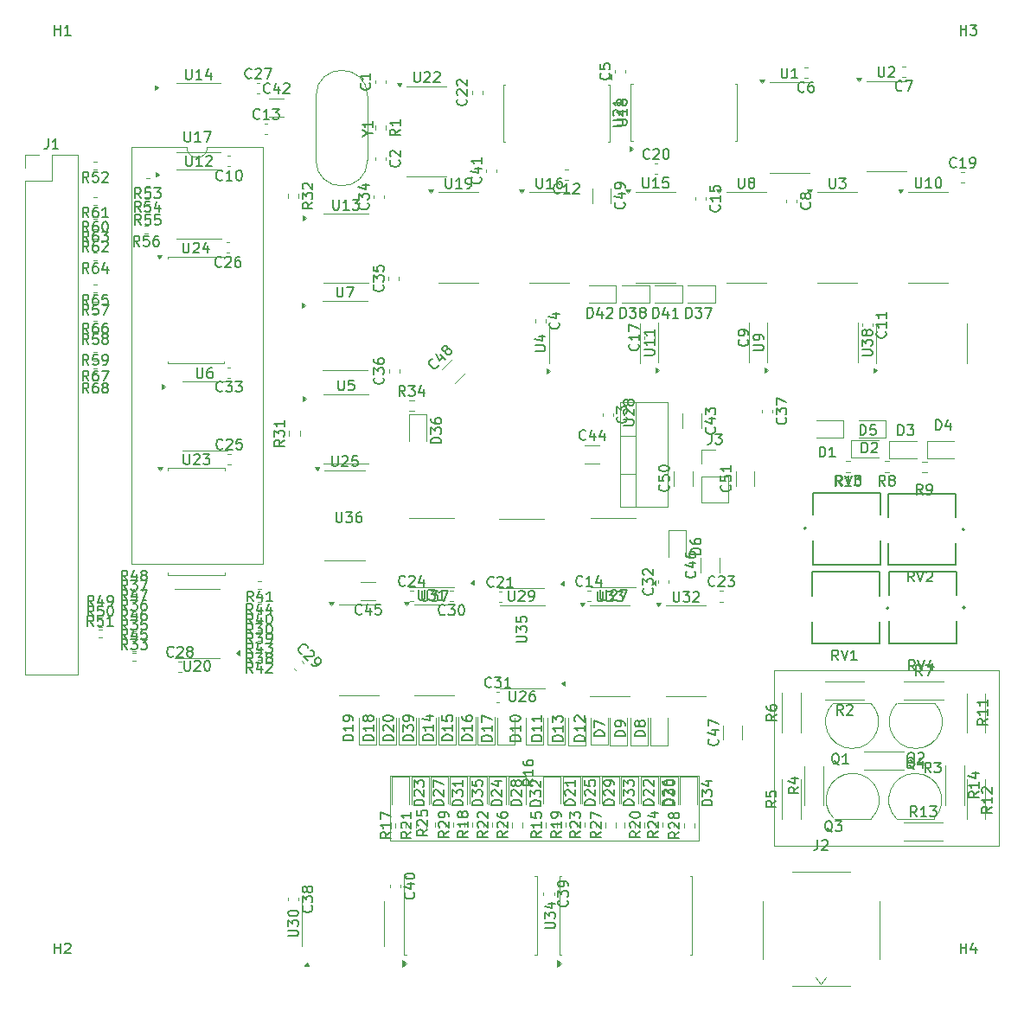
<source format=gbr>
%TF.GenerationSoftware,KiCad,Pcbnew,9.0.0*%
%TF.CreationDate,2025-04-23T17:40:49-07:00*%
%TF.ProjectId,ntscv2,6e747363-7632-42e6-9b69-6361645f7063,rev?*%
%TF.SameCoordinates,Original*%
%TF.FileFunction,Legend,Top*%
%TF.FilePolarity,Positive*%
%FSLAX46Y46*%
G04 Gerber Fmt 4.6, Leading zero omitted, Abs format (unit mm)*
G04 Created by KiCad (PCBNEW 9.0.0) date 2025-04-23 17:40:49*
%MOMM*%
%LPD*%
G01*
G04 APERTURE LIST*
%ADD10C,0.100000*%
%ADD11C,0.150000*%
%ADD12C,0.120000*%
%ADD13C,0.127000*%
%ADD14C,0.200000*%
G04 APERTURE END LIST*
D10*
X181894500Y-88069999D02*
X203894500Y-88069999D01*
X203894500Y-105269997D01*
X181894500Y-105269997D01*
X181894500Y-88069999D01*
X144325000Y-98400000D02*
X174549999Y-98400000D01*
X174549999Y-104750000D01*
X144325000Y-104750000D01*
X144325000Y-98400000D01*
D11*
X124314405Y-37719819D02*
X124314405Y-38529342D01*
X124314405Y-38529342D02*
X124362024Y-38624580D01*
X124362024Y-38624580D02*
X124409643Y-38672200D01*
X124409643Y-38672200D02*
X124504881Y-38719819D01*
X124504881Y-38719819D02*
X124695357Y-38719819D01*
X124695357Y-38719819D02*
X124790595Y-38672200D01*
X124790595Y-38672200D02*
X124838214Y-38624580D01*
X124838214Y-38624580D02*
X124885833Y-38529342D01*
X124885833Y-38529342D02*
X124885833Y-37719819D01*
X125885833Y-38719819D02*
X125314405Y-38719819D01*
X125600119Y-38719819D02*
X125600119Y-37719819D01*
X125600119Y-37719819D02*
X125504881Y-37862676D01*
X125504881Y-37862676D02*
X125409643Y-37957914D01*
X125409643Y-37957914D02*
X125314405Y-38005533D01*
X126266786Y-37815057D02*
X126314405Y-37767438D01*
X126314405Y-37767438D02*
X126409643Y-37719819D01*
X126409643Y-37719819D02*
X126647738Y-37719819D01*
X126647738Y-37719819D02*
X126742976Y-37767438D01*
X126742976Y-37767438D02*
X126790595Y-37815057D01*
X126790595Y-37815057D02*
X126838214Y-37910295D01*
X126838214Y-37910295D02*
X126838214Y-38005533D01*
X126838214Y-38005533D02*
X126790595Y-38148390D01*
X126790595Y-38148390D02*
X126219167Y-38719819D01*
X126219167Y-38719819D02*
X126838214Y-38719819D01*
X114777142Y-59754819D02*
X114443809Y-59278628D01*
X114205714Y-59754819D02*
X114205714Y-58754819D01*
X114205714Y-58754819D02*
X114586666Y-58754819D01*
X114586666Y-58754819D02*
X114681904Y-58802438D01*
X114681904Y-58802438D02*
X114729523Y-58850057D01*
X114729523Y-58850057D02*
X114777142Y-58945295D01*
X114777142Y-58945295D02*
X114777142Y-59088152D01*
X114777142Y-59088152D02*
X114729523Y-59183390D01*
X114729523Y-59183390D02*
X114681904Y-59231009D01*
X114681904Y-59231009D02*
X114586666Y-59278628D01*
X114586666Y-59278628D02*
X114205714Y-59278628D01*
X115634285Y-58754819D02*
X115443809Y-58754819D01*
X115443809Y-58754819D02*
X115348571Y-58802438D01*
X115348571Y-58802438D02*
X115300952Y-58850057D01*
X115300952Y-58850057D02*
X115205714Y-58992914D01*
X115205714Y-58992914D02*
X115158095Y-59183390D01*
X115158095Y-59183390D02*
X115158095Y-59564342D01*
X115158095Y-59564342D02*
X115205714Y-59659580D01*
X115205714Y-59659580D02*
X115253333Y-59707200D01*
X115253333Y-59707200D02*
X115348571Y-59754819D01*
X115348571Y-59754819D02*
X115539047Y-59754819D01*
X115539047Y-59754819D02*
X115634285Y-59707200D01*
X115634285Y-59707200D02*
X115681904Y-59659580D01*
X115681904Y-59659580D02*
X115729523Y-59564342D01*
X115729523Y-59564342D02*
X115729523Y-59326247D01*
X115729523Y-59326247D02*
X115681904Y-59231009D01*
X115681904Y-59231009D02*
X115634285Y-59183390D01*
X115634285Y-59183390D02*
X115539047Y-59135771D01*
X115539047Y-59135771D02*
X115348571Y-59135771D01*
X115348571Y-59135771D02*
X115253333Y-59183390D01*
X115253333Y-59183390D02*
X115205714Y-59231009D01*
X115205714Y-59231009D02*
X115158095Y-59326247D01*
X116062857Y-58754819D02*
X116729523Y-58754819D01*
X116729523Y-58754819D02*
X116300952Y-59754819D01*
X172135492Y-101279779D02*
X171135492Y-101279779D01*
X171135492Y-101279779D02*
X171135492Y-101041684D01*
X171135492Y-101041684D02*
X171183111Y-100898827D01*
X171183111Y-100898827D02*
X171278349Y-100803589D01*
X171278349Y-100803589D02*
X171373587Y-100755970D01*
X171373587Y-100755970D02*
X171564063Y-100708351D01*
X171564063Y-100708351D02*
X171706920Y-100708351D01*
X171706920Y-100708351D02*
X171897396Y-100755970D01*
X171897396Y-100755970D02*
X171992634Y-100803589D01*
X171992634Y-100803589D02*
X172087873Y-100898827D01*
X172087873Y-100898827D02*
X172135492Y-101041684D01*
X172135492Y-101041684D02*
X172135492Y-101279779D01*
X171135492Y-100375017D02*
X171135492Y-99755970D01*
X171135492Y-99755970D02*
X171516444Y-100089303D01*
X171516444Y-100089303D02*
X171516444Y-99946446D01*
X171516444Y-99946446D02*
X171564063Y-99851208D01*
X171564063Y-99851208D02*
X171611682Y-99803589D01*
X171611682Y-99803589D02*
X171706920Y-99755970D01*
X171706920Y-99755970D02*
X171945015Y-99755970D01*
X171945015Y-99755970D02*
X172040253Y-99803589D01*
X172040253Y-99803589D02*
X172087873Y-99851208D01*
X172087873Y-99851208D02*
X172135492Y-99946446D01*
X172135492Y-99946446D02*
X172135492Y-100232160D01*
X172135492Y-100232160D02*
X172087873Y-100327398D01*
X172087873Y-100327398D02*
X172040253Y-100375017D01*
X171135492Y-99136922D02*
X171135492Y-99041684D01*
X171135492Y-99041684D02*
X171183111Y-98946446D01*
X171183111Y-98946446D02*
X171230730Y-98898827D01*
X171230730Y-98898827D02*
X171325968Y-98851208D01*
X171325968Y-98851208D02*
X171516444Y-98803589D01*
X171516444Y-98803589D02*
X171754539Y-98803589D01*
X171754539Y-98803589D02*
X171945015Y-98851208D01*
X171945015Y-98851208D02*
X172040253Y-98898827D01*
X172040253Y-98898827D02*
X172087873Y-98946446D01*
X172087873Y-98946446D02*
X172135492Y-99041684D01*
X172135492Y-99041684D02*
X172135492Y-99136922D01*
X172135492Y-99136922D02*
X172087873Y-99232160D01*
X172087873Y-99232160D02*
X172040253Y-99279779D01*
X172040253Y-99279779D02*
X171945015Y-99327398D01*
X171945015Y-99327398D02*
X171754539Y-99375017D01*
X171754539Y-99375017D02*
X171516444Y-99375017D01*
X171516444Y-99375017D02*
X171325968Y-99327398D01*
X171325968Y-99327398D02*
X171230730Y-99279779D01*
X171230730Y-99279779D02*
X171183111Y-99232160D01*
X171183111Y-99232160D02*
X171135492Y-99136922D01*
X152324817Y-94961786D02*
X151324817Y-94961786D01*
X151324817Y-94961786D02*
X151324817Y-94723691D01*
X151324817Y-94723691D02*
X151372436Y-94580834D01*
X151372436Y-94580834D02*
X151467674Y-94485596D01*
X151467674Y-94485596D02*
X151562912Y-94437977D01*
X151562912Y-94437977D02*
X151753388Y-94390358D01*
X151753388Y-94390358D02*
X151896245Y-94390358D01*
X151896245Y-94390358D02*
X152086721Y-94437977D01*
X152086721Y-94437977D02*
X152181959Y-94485596D01*
X152181959Y-94485596D02*
X152277198Y-94580834D01*
X152277198Y-94580834D02*
X152324817Y-94723691D01*
X152324817Y-94723691D02*
X152324817Y-94961786D01*
X152324817Y-93437977D02*
X152324817Y-94009405D01*
X152324817Y-93723691D02*
X151324817Y-93723691D01*
X151324817Y-93723691D02*
X151467674Y-93818929D01*
X151467674Y-93818929D02*
X151562912Y-93914167D01*
X151562912Y-93914167D02*
X151610531Y-94009405D01*
X151324817Y-92580834D02*
X151324817Y-92771310D01*
X151324817Y-92771310D02*
X151372436Y-92866548D01*
X151372436Y-92866548D02*
X151420055Y-92914167D01*
X151420055Y-92914167D02*
X151562912Y-93009405D01*
X151562912Y-93009405D02*
X151753388Y-93057024D01*
X151753388Y-93057024D02*
X152134340Y-93057024D01*
X152134340Y-93057024D02*
X152229578Y-93009405D01*
X152229578Y-93009405D02*
X152277198Y-92961786D01*
X152277198Y-92961786D02*
X152324817Y-92866548D01*
X152324817Y-92866548D02*
X152324817Y-92676072D01*
X152324817Y-92676072D02*
X152277198Y-92580834D01*
X152277198Y-92580834D02*
X152229578Y-92533215D01*
X152229578Y-92533215D02*
X152134340Y-92485596D01*
X152134340Y-92485596D02*
X151896245Y-92485596D01*
X151896245Y-92485596D02*
X151801007Y-92533215D01*
X151801007Y-92533215D02*
X151753388Y-92580834D01*
X151753388Y-92580834D02*
X151705769Y-92676072D01*
X151705769Y-92676072D02*
X151705769Y-92866548D01*
X151705769Y-92866548D02*
X151753388Y-92961786D01*
X151753388Y-92961786D02*
X151801007Y-93009405D01*
X151801007Y-93009405D02*
X151896245Y-93057024D01*
X192779580Y-54917857D02*
X192827200Y-54965476D01*
X192827200Y-54965476D02*
X192874819Y-55108333D01*
X192874819Y-55108333D02*
X192874819Y-55203571D01*
X192874819Y-55203571D02*
X192827200Y-55346428D01*
X192827200Y-55346428D02*
X192731961Y-55441666D01*
X192731961Y-55441666D02*
X192636723Y-55489285D01*
X192636723Y-55489285D02*
X192446247Y-55536904D01*
X192446247Y-55536904D02*
X192303390Y-55536904D01*
X192303390Y-55536904D02*
X192112914Y-55489285D01*
X192112914Y-55489285D02*
X192017676Y-55441666D01*
X192017676Y-55441666D02*
X191922438Y-55346428D01*
X191922438Y-55346428D02*
X191874819Y-55203571D01*
X191874819Y-55203571D02*
X191874819Y-55108333D01*
X191874819Y-55108333D02*
X191922438Y-54965476D01*
X191922438Y-54965476D02*
X191970057Y-54917857D01*
X192874819Y-53965476D02*
X192874819Y-54536904D01*
X192874819Y-54251190D02*
X191874819Y-54251190D01*
X191874819Y-54251190D02*
X192017676Y-54346428D01*
X192017676Y-54346428D02*
X192112914Y-54441666D01*
X192112914Y-54441666D02*
X192160533Y-54536904D01*
X192874819Y-53013095D02*
X192874819Y-53584523D01*
X192874819Y-53298809D02*
X191874819Y-53298809D01*
X191874819Y-53298809D02*
X192017676Y-53394047D01*
X192017676Y-53394047D02*
X192112914Y-53489285D01*
X192112914Y-53489285D02*
X192160533Y-53584523D01*
X118584642Y-79309819D02*
X118251309Y-78833628D01*
X118013214Y-79309819D02*
X118013214Y-78309819D01*
X118013214Y-78309819D02*
X118394166Y-78309819D01*
X118394166Y-78309819D02*
X118489404Y-78357438D01*
X118489404Y-78357438D02*
X118537023Y-78405057D01*
X118537023Y-78405057D02*
X118584642Y-78500295D01*
X118584642Y-78500295D02*
X118584642Y-78643152D01*
X118584642Y-78643152D02*
X118537023Y-78738390D01*
X118537023Y-78738390D02*
X118489404Y-78786009D01*
X118489404Y-78786009D02*
X118394166Y-78833628D01*
X118394166Y-78833628D02*
X118013214Y-78833628D01*
X119441785Y-78643152D02*
X119441785Y-79309819D01*
X119203690Y-78262200D02*
X118965595Y-78976485D01*
X118965595Y-78976485D02*
X119584642Y-78976485D01*
X120108452Y-78738390D02*
X120013214Y-78690771D01*
X120013214Y-78690771D02*
X119965595Y-78643152D01*
X119965595Y-78643152D02*
X119917976Y-78547914D01*
X119917976Y-78547914D02*
X119917976Y-78500295D01*
X119917976Y-78500295D02*
X119965595Y-78405057D01*
X119965595Y-78405057D02*
X120013214Y-78357438D01*
X120013214Y-78357438D02*
X120108452Y-78309819D01*
X120108452Y-78309819D02*
X120298928Y-78309819D01*
X120298928Y-78309819D02*
X120394166Y-78357438D01*
X120394166Y-78357438D02*
X120441785Y-78405057D01*
X120441785Y-78405057D02*
X120489404Y-78500295D01*
X120489404Y-78500295D02*
X120489404Y-78547914D01*
X120489404Y-78547914D02*
X120441785Y-78643152D01*
X120441785Y-78643152D02*
X120394166Y-78690771D01*
X120394166Y-78690771D02*
X120298928Y-78738390D01*
X120298928Y-78738390D02*
X120108452Y-78738390D01*
X120108452Y-78738390D02*
X120013214Y-78786009D01*
X120013214Y-78786009D02*
X119965595Y-78833628D01*
X119965595Y-78833628D02*
X119917976Y-78928866D01*
X119917976Y-78928866D02*
X119917976Y-79119342D01*
X119917976Y-79119342D02*
X119965595Y-79214580D01*
X119965595Y-79214580D02*
X120013214Y-79262200D01*
X120013214Y-79262200D02*
X120108452Y-79309819D01*
X120108452Y-79309819D02*
X120298928Y-79309819D01*
X120298928Y-79309819D02*
X120394166Y-79262200D01*
X120394166Y-79262200D02*
X120441785Y-79214580D01*
X120441785Y-79214580D02*
X120489404Y-79119342D01*
X120489404Y-79119342D02*
X120489404Y-78928866D01*
X120489404Y-78928866D02*
X120441785Y-78833628D01*
X120441785Y-78833628D02*
X120394166Y-78786009D01*
X120394166Y-78786009D02*
X120298928Y-78738390D01*
X114777142Y-55104819D02*
X114443809Y-54628628D01*
X114205714Y-55104819D02*
X114205714Y-54104819D01*
X114205714Y-54104819D02*
X114586666Y-54104819D01*
X114586666Y-54104819D02*
X114681904Y-54152438D01*
X114681904Y-54152438D02*
X114729523Y-54200057D01*
X114729523Y-54200057D02*
X114777142Y-54295295D01*
X114777142Y-54295295D02*
X114777142Y-54438152D01*
X114777142Y-54438152D02*
X114729523Y-54533390D01*
X114729523Y-54533390D02*
X114681904Y-54581009D01*
X114681904Y-54581009D02*
X114586666Y-54628628D01*
X114586666Y-54628628D02*
X114205714Y-54628628D01*
X115634285Y-54104819D02*
X115443809Y-54104819D01*
X115443809Y-54104819D02*
X115348571Y-54152438D01*
X115348571Y-54152438D02*
X115300952Y-54200057D01*
X115300952Y-54200057D02*
X115205714Y-54342914D01*
X115205714Y-54342914D02*
X115158095Y-54533390D01*
X115158095Y-54533390D02*
X115158095Y-54914342D01*
X115158095Y-54914342D02*
X115205714Y-55009580D01*
X115205714Y-55009580D02*
X115253333Y-55057200D01*
X115253333Y-55057200D02*
X115348571Y-55104819D01*
X115348571Y-55104819D02*
X115539047Y-55104819D01*
X115539047Y-55104819D02*
X115634285Y-55057200D01*
X115634285Y-55057200D02*
X115681904Y-55009580D01*
X115681904Y-55009580D02*
X115729523Y-54914342D01*
X115729523Y-54914342D02*
X115729523Y-54676247D01*
X115729523Y-54676247D02*
X115681904Y-54581009D01*
X115681904Y-54581009D02*
X115634285Y-54533390D01*
X115634285Y-54533390D02*
X115539047Y-54485771D01*
X115539047Y-54485771D02*
X115348571Y-54485771D01*
X115348571Y-54485771D02*
X115253333Y-54533390D01*
X115253333Y-54533390D02*
X115205714Y-54581009D01*
X115205714Y-54581009D02*
X115158095Y-54676247D01*
X116586666Y-54104819D02*
X116396190Y-54104819D01*
X116396190Y-54104819D02*
X116300952Y-54152438D01*
X116300952Y-54152438D02*
X116253333Y-54200057D01*
X116253333Y-54200057D02*
X116158095Y-54342914D01*
X116158095Y-54342914D02*
X116110476Y-54533390D01*
X116110476Y-54533390D02*
X116110476Y-54914342D01*
X116110476Y-54914342D02*
X116158095Y-55009580D01*
X116158095Y-55009580D02*
X116205714Y-55057200D01*
X116205714Y-55057200D02*
X116300952Y-55104819D01*
X116300952Y-55104819D02*
X116491428Y-55104819D01*
X116491428Y-55104819D02*
X116586666Y-55057200D01*
X116586666Y-55057200D02*
X116634285Y-55009580D01*
X116634285Y-55009580D02*
X116681904Y-54914342D01*
X116681904Y-54914342D02*
X116681904Y-54676247D01*
X116681904Y-54676247D02*
X116634285Y-54581009D01*
X116634285Y-54581009D02*
X116586666Y-54533390D01*
X116586666Y-54533390D02*
X116491428Y-54485771D01*
X116491428Y-54485771D02*
X116300952Y-54485771D01*
X116300952Y-54485771D02*
X116205714Y-54533390D01*
X116205714Y-54533390D02*
X116158095Y-54581009D01*
X116158095Y-54581009D02*
X116110476Y-54676247D01*
X124166906Y-35337317D02*
X124166906Y-36146840D01*
X124166906Y-36146840D02*
X124214525Y-36242078D01*
X124214525Y-36242078D02*
X124262144Y-36289698D01*
X124262144Y-36289698D02*
X124357382Y-36337317D01*
X124357382Y-36337317D02*
X124547858Y-36337317D01*
X124547858Y-36337317D02*
X124643096Y-36289698D01*
X124643096Y-36289698D02*
X124690715Y-36242078D01*
X124690715Y-36242078D02*
X124738334Y-36146840D01*
X124738334Y-36146840D02*
X124738334Y-35337317D01*
X125738334Y-36337317D02*
X125166906Y-36337317D01*
X125452620Y-36337317D02*
X125452620Y-35337317D01*
X125452620Y-35337317D02*
X125357382Y-35480174D01*
X125357382Y-35480174D02*
X125262144Y-35575412D01*
X125262144Y-35575412D02*
X125166906Y-35623031D01*
X126071668Y-35337317D02*
X126738334Y-35337317D01*
X126738334Y-35337317D02*
X126309763Y-36337317D01*
X196367834Y-88604815D02*
X196034501Y-88128624D01*
X195796406Y-88604815D02*
X195796406Y-87604815D01*
X195796406Y-87604815D02*
X196177358Y-87604815D01*
X196177358Y-87604815D02*
X196272596Y-87652434D01*
X196272596Y-87652434D02*
X196320215Y-87700053D01*
X196320215Y-87700053D02*
X196367834Y-87795291D01*
X196367834Y-87795291D02*
X196367834Y-87938148D01*
X196367834Y-87938148D02*
X196320215Y-88033386D01*
X196320215Y-88033386D02*
X196272596Y-88081005D01*
X196272596Y-88081005D02*
X196177358Y-88128624D01*
X196177358Y-88128624D02*
X195796406Y-88128624D01*
X196701168Y-87604815D02*
X197367834Y-87604815D01*
X197367834Y-87604815D02*
X196939263Y-88604815D01*
X114777142Y-43749819D02*
X114443809Y-43273628D01*
X114205714Y-43749819D02*
X114205714Y-42749819D01*
X114205714Y-42749819D02*
X114586666Y-42749819D01*
X114586666Y-42749819D02*
X114681904Y-42797438D01*
X114681904Y-42797438D02*
X114729523Y-42845057D01*
X114729523Y-42845057D02*
X114777142Y-42940295D01*
X114777142Y-42940295D02*
X114777142Y-43083152D01*
X114777142Y-43083152D02*
X114729523Y-43178390D01*
X114729523Y-43178390D02*
X114681904Y-43226009D01*
X114681904Y-43226009D02*
X114586666Y-43273628D01*
X114586666Y-43273628D02*
X114205714Y-43273628D01*
X115634285Y-42749819D02*
X115443809Y-42749819D01*
X115443809Y-42749819D02*
X115348571Y-42797438D01*
X115348571Y-42797438D02*
X115300952Y-42845057D01*
X115300952Y-42845057D02*
X115205714Y-42987914D01*
X115205714Y-42987914D02*
X115158095Y-43178390D01*
X115158095Y-43178390D02*
X115158095Y-43559342D01*
X115158095Y-43559342D02*
X115205714Y-43654580D01*
X115205714Y-43654580D02*
X115253333Y-43702200D01*
X115253333Y-43702200D02*
X115348571Y-43749819D01*
X115348571Y-43749819D02*
X115539047Y-43749819D01*
X115539047Y-43749819D02*
X115634285Y-43702200D01*
X115634285Y-43702200D02*
X115681904Y-43654580D01*
X115681904Y-43654580D02*
X115729523Y-43559342D01*
X115729523Y-43559342D02*
X115729523Y-43321247D01*
X115729523Y-43321247D02*
X115681904Y-43226009D01*
X115681904Y-43226009D02*
X115634285Y-43178390D01*
X115634285Y-43178390D02*
X115539047Y-43130771D01*
X115539047Y-43130771D02*
X115348571Y-43130771D01*
X115348571Y-43130771D02*
X115253333Y-43178390D01*
X115253333Y-43178390D02*
X115205714Y-43226009D01*
X115205714Y-43226009D02*
X115158095Y-43321247D01*
X116681904Y-43749819D02*
X116110476Y-43749819D01*
X116396190Y-43749819D02*
X116396190Y-42749819D01*
X116396190Y-42749819D02*
X116300952Y-42892676D01*
X116300952Y-42892676D02*
X116205714Y-42987914D01*
X116205714Y-42987914D02*
X116110476Y-43035533D01*
X156649818Y-85323093D02*
X157459341Y-85323093D01*
X157459341Y-85323093D02*
X157554579Y-85275474D01*
X157554579Y-85275474D02*
X157602199Y-85227855D01*
X157602199Y-85227855D02*
X157649818Y-85132617D01*
X157649818Y-85132617D02*
X157649818Y-84942141D01*
X157649818Y-84942141D02*
X157602199Y-84846903D01*
X157602199Y-84846903D02*
X157554579Y-84799284D01*
X157554579Y-84799284D02*
X157459341Y-84751665D01*
X157459341Y-84751665D02*
X156649818Y-84751665D01*
X156649818Y-84370712D02*
X156649818Y-83751665D01*
X156649818Y-83751665D02*
X157030770Y-84084998D01*
X157030770Y-84084998D02*
X157030770Y-83942141D01*
X157030770Y-83942141D02*
X157078389Y-83846903D01*
X157078389Y-83846903D02*
X157126008Y-83799284D01*
X157126008Y-83799284D02*
X157221246Y-83751665D01*
X157221246Y-83751665D02*
X157459341Y-83751665D01*
X157459341Y-83751665D02*
X157554579Y-83799284D01*
X157554579Y-83799284D02*
X157602199Y-83846903D01*
X157602199Y-83846903D02*
X157649818Y-83942141D01*
X157649818Y-83942141D02*
X157649818Y-84227855D01*
X157649818Y-84227855D02*
X157602199Y-84323093D01*
X157602199Y-84323093D02*
X157554579Y-84370712D01*
X156649818Y-82846903D02*
X156649818Y-83323093D01*
X156649818Y-83323093D02*
X157126008Y-83370712D01*
X157126008Y-83370712D02*
X157078389Y-83323093D01*
X157078389Y-83323093D02*
X157030770Y-83227855D01*
X157030770Y-83227855D02*
X157030770Y-82989760D01*
X157030770Y-82989760D02*
X157078389Y-82894522D01*
X157078389Y-82894522D02*
X157126008Y-82846903D01*
X157126008Y-82846903D02*
X157221246Y-82799284D01*
X157221246Y-82799284D02*
X157459341Y-82799284D01*
X157459341Y-82799284D02*
X157554579Y-82846903D01*
X157554579Y-82846903D02*
X157602199Y-82894522D01*
X157602199Y-82894522D02*
X157649818Y-82989760D01*
X157649818Y-82989760D02*
X157649818Y-83227855D01*
X157649818Y-83227855D02*
X157602199Y-83323093D01*
X157602199Y-83323093D02*
X157554579Y-83370712D01*
X179279580Y-55711666D02*
X179327200Y-55759285D01*
X179327200Y-55759285D02*
X179374819Y-55902142D01*
X179374819Y-55902142D02*
X179374819Y-55997380D01*
X179374819Y-55997380D02*
X179327200Y-56140237D01*
X179327200Y-56140237D02*
X179231961Y-56235475D01*
X179231961Y-56235475D02*
X179136723Y-56283094D01*
X179136723Y-56283094D02*
X178946247Y-56330713D01*
X178946247Y-56330713D02*
X178803390Y-56330713D01*
X178803390Y-56330713D02*
X178612914Y-56283094D01*
X178612914Y-56283094D02*
X178517676Y-56235475D01*
X178517676Y-56235475D02*
X178422438Y-56140237D01*
X178422438Y-56140237D02*
X178374819Y-55997380D01*
X178374819Y-55997380D02*
X178374819Y-55902142D01*
X178374819Y-55902142D02*
X178422438Y-55759285D01*
X178422438Y-55759285D02*
X178470057Y-55711666D01*
X179374819Y-55235475D02*
X179374819Y-55044999D01*
X179374819Y-55044999D02*
X179327200Y-54949761D01*
X179327200Y-54949761D02*
X179279580Y-54902142D01*
X179279580Y-54902142D02*
X179136723Y-54806904D01*
X179136723Y-54806904D02*
X178946247Y-54759285D01*
X178946247Y-54759285D02*
X178565295Y-54759285D01*
X178565295Y-54759285D02*
X178470057Y-54806904D01*
X178470057Y-54806904D02*
X178422438Y-54854523D01*
X178422438Y-54854523D02*
X178374819Y-54949761D01*
X178374819Y-54949761D02*
X178374819Y-55140237D01*
X178374819Y-55140237D02*
X178422438Y-55235475D01*
X178422438Y-55235475D02*
X178470057Y-55283094D01*
X178470057Y-55283094D02*
X178565295Y-55330713D01*
X178565295Y-55330713D02*
X178803390Y-55330713D01*
X178803390Y-55330713D02*
X178898628Y-55283094D01*
X178898628Y-55283094D02*
X178946247Y-55235475D01*
X178946247Y-55235475D02*
X178993866Y-55140237D01*
X178993866Y-55140237D02*
X178993866Y-54949761D01*
X178993866Y-54949761D02*
X178946247Y-54854523D01*
X178946247Y-54854523D02*
X178898628Y-54806904D01*
X178898628Y-54806904D02*
X178803390Y-54759285D01*
X151729580Y-32167857D02*
X151777200Y-32215476D01*
X151777200Y-32215476D02*
X151824819Y-32358333D01*
X151824819Y-32358333D02*
X151824819Y-32453571D01*
X151824819Y-32453571D02*
X151777200Y-32596428D01*
X151777200Y-32596428D02*
X151681961Y-32691666D01*
X151681961Y-32691666D02*
X151586723Y-32739285D01*
X151586723Y-32739285D02*
X151396247Y-32786904D01*
X151396247Y-32786904D02*
X151253390Y-32786904D01*
X151253390Y-32786904D02*
X151062914Y-32739285D01*
X151062914Y-32739285D02*
X150967676Y-32691666D01*
X150967676Y-32691666D02*
X150872438Y-32596428D01*
X150872438Y-32596428D02*
X150824819Y-32453571D01*
X150824819Y-32453571D02*
X150824819Y-32358333D01*
X150824819Y-32358333D02*
X150872438Y-32215476D01*
X150872438Y-32215476D02*
X150920057Y-32167857D01*
X150920057Y-31786904D02*
X150872438Y-31739285D01*
X150872438Y-31739285D02*
X150824819Y-31644047D01*
X150824819Y-31644047D02*
X150824819Y-31405952D01*
X150824819Y-31405952D02*
X150872438Y-31310714D01*
X150872438Y-31310714D02*
X150920057Y-31263095D01*
X150920057Y-31263095D02*
X151015295Y-31215476D01*
X151015295Y-31215476D02*
X151110533Y-31215476D01*
X151110533Y-31215476D02*
X151253390Y-31263095D01*
X151253390Y-31263095D02*
X151824819Y-31834523D01*
X151824819Y-31834523D02*
X151824819Y-31215476D01*
X150920057Y-30834523D02*
X150872438Y-30786904D01*
X150872438Y-30786904D02*
X150824819Y-30691666D01*
X150824819Y-30691666D02*
X150824819Y-30453571D01*
X150824819Y-30453571D02*
X150872438Y-30358333D01*
X150872438Y-30358333D02*
X150920057Y-30310714D01*
X150920057Y-30310714D02*
X151015295Y-30263095D01*
X151015295Y-30263095D02*
X151110533Y-30263095D01*
X151110533Y-30263095D02*
X151253390Y-30310714D01*
X151253390Y-30310714D02*
X151824819Y-30882142D01*
X151824819Y-30882142D02*
X151824819Y-30263095D01*
X171987158Y-101290779D02*
X170987158Y-101290779D01*
X170987158Y-101290779D02*
X170987158Y-101052684D01*
X170987158Y-101052684D02*
X171034777Y-100909827D01*
X171034777Y-100909827D02*
X171130015Y-100814589D01*
X171130015Y-100814589D02*
X171225253Y-100766970D01*
X171225253Y-100766970D02*
X171415729Y-100719351D01*
X171415729Y-100719351D02*
X171558586Y-100719351D01*
X171558586Y-100719351D02*
X171749062Y-100766970D01*
X171749062Y-100766970D02*
X171844300Y-100814589D01*
X171844300Y-100814589D02*
X171939539Y-100909827D01*
X171939539Y-100909827D02*
X171987158Y-101052684D01*
X171987158Y-101052684D02*
X171987158Y-101290779D01*
X171082396Y-100338398D02*
X171034777Y-100290779D01*
X171034777Y-100290779D02*
X170987158Y-100195541D01*
X170987158Y-100195541D02*
X170987158Y-99957446D01*
X170987158Y-99957446D02*
X171034777Y-99862208D01*
X171034777Y-99862208D02*
X171082396Y-99814589D01*
X171082396Y-99814589D02*
X171177634Y-99766970D01*
X171177634Y-99766970D02*
X171272872Y-99766970D01*
X171272872Y-99766970D02*
X171415729Y-99814589D01*
X171415729Y-99814589D02*
X171987158Y-100386017D01*
X171987158Y-100386017D02*
X171987158Y-99766970D01*
X170987158Y-98909827D02*
X170987158Y-99100303D01*
X170987158Y-99100303D02*
X171034777Y-99195541D01*
X171034777Y-99195541D02*
X171082396Y-99243160D01*
X171082396Y-99243160D02*
X171225253Y-99338398D01*
X171225253Y-99338398D02*
X171415729Y-99386017D01*
X171415729Y-99386017D02*
X171796681Y-99386017D01*
X171796681Y-99386017D02*
X171891919Y-99338398D01*
X171891919Y-99338398D02*
X171939539Y-99290779D01*
X171939539Y-99290779D02*
X171987158Y-99195541D01*
X171987158Y-99195541D02*
X171987158Y-99005065D01*
X171987158Y-99005065D02*
X171939539Y-98909827D01*
X171939539Y-98909827D02*
X171891919Y-98862208D01*
X171891919Y-98862208D02*
X171796681Y-98814589D01*
X171796681Y-98814589D02*
X171558586Y-98814589D01*
X171558586Y-98814589D02*
X171463348Y-98862208D01*
X171463348Y-98862208D02*
X171415729Y-98909827D01*
X171415729Y-98909827D02*
X171368110Y-99005065D01*
X171368110Y-99005065D02*
X171368110Y-99195541D01*
X171368110Y-99195541D02*
X171415729Y-99290779D01*
X171415729Y-99290779D02*
X171463348Y-99338398D01*
X171463348Y-99338398D02*
X171558586Y-99386017D01*
X127877142Y-40039580D02*
X127829523Y-40087200D01*
X127829523Y-40087200D02*
X127686666Y-40134819D01*
X127686666Y-40134819D02*
X127591428Y-40134819D01*
X127591428Y-40134819D02*
X127448571Y-40087200D01*
X127448571Y-40087200D02*
X127353333Y-39991961D01*
X127353333Y-39991961D02*
X127305714Y-39896723D01*
X127305714Y-39896723D02*
X127258095Y-39706247D01*
X127258095Y-39706247D02*
X127258095Y-39563390D01*
X127258095Y-39563390D02*
X127305714Y-39372914D01*
X127305714Y-39372914D02*
X127353333Y-39277676D01*
X127353333Y-39277676D02*
X127448571Y-39182438D01*
X127448571Y-39182438D02*
X127591428Y-39134819D01*
X127591428Y-39134819D02*
X127686666Y-39134819D01*
X127686666Y-39134819D02*
X127829523Y-39182438D01*
X127829523Y-39182438D02*
X127877142Y-39230057D01*
X128829523Y-40134819D02*
X128258095Y-40134819D01*
X128543809Y-40134819D02*
X128543809Y-39134819D01*
X128543809Y-39134819D02*
X128448571Y-39277676D01*
X128448571Y-39277676D02*
X128353333Y-39372914D01*
X128353333Y-39372914D02*
X128258095Y-39420533D01*
X129448571Y-39134819D02*
X129543809Y-39134819D01*
X129543809Y-39134819D02*
X129639047Y-39182438D01*
X129639047Y-39182438D02*
X129686666Y-39230057D01*
X129686666Y-39230057D02*
X129734285Y-39325295D01*
X129734285Y-39325295D02*
X129781904Y-39515771D01*
X129781904Y-39515771D02*
X129781904Y-39753866D01*
X129781904Y-39753866D02*
X129734285Y-39944342D01*
X129734285Y-39944342D02*
X129686666Y-40039580D01*
X129686666Y-40039580D02*
X129639047Y-40087200D01*
X129639047Y-40087200D02*
X129543809Y-40134819D01*
X129543809Y-40134819D02*
X129448571Y-40134819D01*
X129448571Y-40134819D02*
X129353333Y-40087200D01*
X129353333Y-40087200D02*
X129305714Y-40039580D01*
X129305714Y-40039580D02*
X129258095Y-39944342D01*
X129258095Y-39944342D02*
X129210476Y-39753866D01*
X129210476Y-39753866D02*
X129210476Y-39515771D01*
X129210476Y-39515771D02*
X129258095Y-39325295D01*
X129258095Y-39325295D02*
X129305714Y-39230057D01*
X129305714Y-39230057D02*
X129353333Y-39182438D01*
X129353333Y-39182438D02*
X129448571Y-39134819D01*
X188264260Y-97330057D02*
X188169022Y-97282438D01*
X188169022Y-97282438D02*
X188073784Y-97187200D01*
X188073784Y-97187200D02*
X187930927Y-97044342D01*
X187930927Y-97044342D02*
X187835689Y-96996723D01*
X187835689Y-96996723D02*
X187740451Y-96996723D01*
X187788070Y-97234819D02*
X187692832Y-97187200D01*
X187692832Y-97187200D02*
X187597594Y-97091961D01*
X187597594Y-97091961D02*
X187549975Y-96901485D01*
X187549975Y-96901485D02*
X187549975Y-96568152D01*
X187549975Y-96568152D02*
X187597594Y-96377676D01*
X187597594Y-96377676D02*
X187692832Y-96282438D01*
X187692832Y-96282438D02*
X187788070Y-96234819D01*
X187788070Y-96234819D02*
X187978546Y-96234819D01*
X187978546Y-96234819D02*
X188073784Y-96282438D01*
X188073784Y-96282438D02*
X188169022Y-96377676D01*
X188169022Y-96377676D02*
X188216641Y-96568152D01*
X188216641Y-96568152D02*
X188216641Y-96901485D01*
X188216641Y-96901485D02*
X188169022Y-97091961D01*
X188169022Y-97091961D02*
X188073784Y-97187200D01*
X188073784Y-97187200D02*
X187978546Y-97234819D01*
X187978546Y-97234819D02*
X187788070Y-97234819D01*
X189169022Y-97234819D02*
X188597594Y-97234819D01*
X188883308Y-97234819D02*
X188883308Y-96234819D01*
X188883308Y-96234819D02*
X188788070Y-96377676D01*
X188788070Y-96377676D02*
X188692832Y-96472914D01*
X188692832Y-96472914D02*
X188597594Y-96520533D01*
X114777142Y-58184819D02*
X114443809Y-57708628D01*
X114205714Y-58184819D02*
X114205714Y-57184819D01*
X114205714Y-57184819D02*
X114586666Y-57184819D01*
X114586666Y-57184819D02*
X114681904Y-57232438D01*
X114681904Y-57232438D02*
X114729523Y-57280057D01*
X114729523Y-57280057D02*
X114777142Y-57375295D01*
X114777142Y-57375295D02*
X114777142Y-57518152D01*
X114777142Y-57518152D02*
X114729523Y-57613390D01*
X114729523Y-57613390D02*
X114681904Y-57661009D01*
X114681904Y-57661009D02*
X114586666Y-57708628D01*
X114586666Y-57708628D02*
X114205714Y-57708628D01*
X115681904Y-57184819D02*
X115205714Y-57184819D01*
X115205714Y-57184819D02*
X115158095Y-57661009D01*
X115158095Y-57661009D02*
X115205714Y-57613390D01*
X115205714Y-57613390D02*
X115300952Y-57565771D01*
X115300952Y-57565771D02*
X115539047Y-57565771D01*
X115539047Y-57565771D02*
X115634285Y-57613390D01*
X115634285Y-57613390D02*
X115681904Y-57661009D01*
X115681904Y-57661009D02*
X115729523Y-57756247D01*
X115729523Y-57756247D02*
X115729523Y-57994342D01*
X115729523Y-57994342D02*
X115681904Y-58089580D01*
X115681904Y-58089580D02*
X115634285Y-58137200D01*
X115634285Y-58137200D02*
X115539047Y-58184819D01*
X115539047Y-58184819D02*
X115300952Y-58184819D01*
X115300952Y-58184819D02*
X115205714Y-58137200D01*
X115205714Y-58137200D02*
X115158095Y-58089580D01*
X116205714Y-58184819D02*
X116396190Y-58184819D01*
X116396190Y-58184819D02*
X116491428Y-58137200D01*
X116491428Y-58137200D02*
X116539047Y-58089580D01*
X116539047Y-58089580D02*
X116634285Y-57946723D01*
X116634285Y-57946723D02*
X116681904Y-57756247D01*
X116681904Y-57756247D02*
X116681904Y-57375295D01*
X116681904Y-57375295D02*
X116634285Y-57280057D01*
X116634285Y-57280057D02*
X116586666Y-57232438D01*
X116586666Y-57232438D02*
X116491428Y-57184819D01*
X116491428Y-57184819D02*
X116300952Y-57184819D01*
X116300952Y-57184819D02*
X116205714Y-57232438D01*
X116205714Y-57232438D02*
X116158095Y-57280057D01*
X116158095Y-57280057D02*
X116110476Y-57375295D01*
X116110476Y-57375295D02*
X116110476Y-57613390D01*
X116110476Y-57613390D02*
X116158095Y-57708628D01*
X116158095Y-57708628D02*
X116205714Y-57756247D01*
X116205714Y-57756247D02*
X116300952Y-57803866D01*
X116300952Y-57803866D02*
X116491428Y-57803866D01*
X116491428Y-57803866D02*
X116586666Y-57756247D01*
X116586666Y-57756247D02*
X116634285Y-57708628D01*
X116634285Y-57708628D02*
X116681904Y-57613390D01*
X164364820Y-101300282D02*
X163364820Y-101300282D01*
X163364820Y-101300282D02*
X163364820Y-101062187D01*
X163364820Y-101062187D02*
X163412439Y-100919330D01*
X163412439Y-100919330D02*
X163507677Y-100824092D01*
X163507677Y-100824092D02*
X163602915Y-100776473D01*
X163602915Y-100776473D02*
X163793391Y-100728854D01*
X163793391Y-100728854D02*
X163936248Y-100728854D01*
X163936248Y-100728854D02*
X164126724Y-100776473D01*
X164126724Y-100776473D02*
X164221962Y-100824092D01*
X164221962Y-100824092D02*
X164317201Y-100919330D01*
X164317201Y-100919330D02*
X164364820Y-101062187D01*
X164364820Y-101062187D02*
X164364820Y-101300282D01*
X163460058Y-100347901D02*
X163412439Y-100300282D01*
X163412439Y-100300282D02*
X163364820Y-100205044D01*
X163364820Y-100205044D02*
X163364820Y-99966949D01*
X163364820Y-99966949D02*
X163412439Y-99871711D01*
X163412439Y-99871711D02*
X163460058Y-99824092D01*
X163460058Y-99824092D02*
X163555296Y-99776473D01*
X163555296Y-99776473D02*
X163650534Y-99776473D01*
X163650534Y-99776473D02*
X163793391Y-99824092D01*
X163793391Y-99824092D02*
X164364820Y-100395520D01*
X164364820Y-100395520D02*
X164364820Y-99776473D01*
X163364820Y-98871711D02*
X163364820Y-99347901D01*
X163364820Y-99347901D02*
X163841010Y-99395520D01*
X163841010Y-99395520D02*
X163793391Y-99347901D01*
X163793391Y-99347901D02*
X163745772Y-99252663D01*
X163745772Y-99252663D02*
X163745772Y-99014568D01*
X163745772Y-99014568D02*
X163793391Y-98919330D01*
X163793391Y-98919330D02*
X163841010Y-98871711D01*
X163841010Y-98871711D02*
X163936248Y-98824092D01*
X163936248Y-98824092D02*
X164174343Y-98824092D01*
X164174343Y-98824092D02*
X164269581Y-98871711D01*
X164269581Y-98871711D02*
X164317201Y-98919330D01*
X164317201Y-98919330D02*
X164364820Y-99014568D01*
X164364820Y-99014568D02*
X164364820Y-99252663D01*
X164364820Y-99252663D02*
X164317201Y-99347901D01*
X164317201Y-99347901D02*
X164269581Y-99395520D01*
X197699406Y-64564817D02*
X197699406Y-63564817D01*
X197699406Y-63564817D02*
X197937501Y-63564817D01*
X197937501Y-63564817D02*
X198080358Y-63612436D01*
X198080358Y-63612436D02*
X198175596Y-63707674D01*
X198175596Y-63707674D02*
X198223215Y-63802912D01*
X198223215Y-63802912D02*
X198270834Y-63993388D01*
X198270834Y-63993388D02*
X198270834Y-64136245D01*
X198270834Y-64136245D02*
X198223215Y-64326721D01*
X198223215Y-64326721D02*
X198175596Y-64421959D01*
X198175596Y-64421959D02*
X198080358Y-64517198D01*
X198080358Y-64517198D02*
X197937501Y-64564817D01*
X197937501Y-64564817D02*
X197699406Y-64564817D01*
X199127977Y-63898150D02*
X199127977Y-64564817D01*
X198889882Y-63517198D02*
X198651787Y-64231483D01*
X198651787Y-64231483D02*
X199270834Y-64231483D01*
X147948825Y-103663851D02*
X147472634Y-103997184D01*
X147948825Y-104235279D02*
X146948825Y-104235279D01*
X146948825Y-104235279D02*
X146948825Y-103854327D01*
X146948825Y-103854327D02*
X146996444Y-103759089D01*
X146996444Y-103759089D02*
X147044063Y-103711470D01*
X147044063Y-103711470D02*
X147139301Y-103663851D01*
X147139301Y-103663851D02*
X147282158Y-103663851D01*
X147282158Y-103663851D02*
X147377396Y-103711470D01*
X147377396Y-103711470D02*
X147425015Y-103759089D01*
X147425015Y-103759089D02*
X147472634Y-103854327D01*
X147472634Y-103854327D02*
X147472634Y-104235279D01*
X147044063Y-103282898D02*
X146996444Y-103235279D01*
X146996444Y-103235279D02*
X146948825Y-103140041D01*
X146948825Y-103140041D02*
X146948825Y-102901946D01*
X146948825Y-102901946D02*
X146996444Y-102806708D01*
X146996444Y-102806708D02*
X147044063Y-102759089D01*
X147044063Y-102759089D02*
X147139301Y-102711470D01*
X147139301Y-102711470D02*
X147234539Y-102711470D01*
X147234539Y-102711470D02*
X147377396Y-102759089D01*
X147377396Y-102759089D02*
X147948825Y-103330517D01*
X147948825Y-103330517D02*
X147948825Y-102711470D01*
X146948825Y-101806708D02*
X146948825Y-102282898D01*
X146948825Y-102282898D02*
X147425015Y-102330517D01*
X147425015Y-102330517D02*
X147377396Y-102282898D01*
X147377396Y-102282898D02*
X147329777Y-102187660D01*
X147329777Y-102187660D02*
X147329777Y-101949565D01*
X147329777Y-101949565D02*
X147377396Y-101854327D01*
X147377396Y-101854327D02*
X147425015Y-101806708D01*
X147425015Y-101806708D02*
X147520253Y-101759089D01*
X147520253Y-101759089D02*
X147758348Y-101759089D01*
X147758348Y-101759089D02*
X147853586Y-101806708D01*
X147853586Y-101806708D02*
X147901206Y-101854327D01*
X147901206Y-101854327D02*
X147948825Y-101949565D01*
X147948825Y-101949565D02*
X147948825Y-102187660D01*
X147948825Y-102187660D02*
X147901206Y-102282898D01*
X147901206Y-102282898D02*
X147853586Y-102330517D01*
X195736903Y-39854819D02*
X195736903Y-40664342D01*
X195736903Y-40664342D02*
X195784522Y-40759580D01*
X195784522Y-40759580D02*
X195832141Y-40807200D01*
X195832141Y-40807200D02*
X195927379Y-40854819D01*
X195927379Y-40854819D02*
X196117855Y-40854819D01*
X196117855Y-40854819D02*
X196213093Y-40807200D01*
X196213093Y-40807200D02*
X196260712Y-40759580D01*
X196260712Y-40759580D02*
X196308331Y-40664342D01*
X196308331Y-40664342D02*
X196308331Y-39854819D01*
X197308331Y-40854819D02*
X196736903Y-40854819D01*
X197022617Y-40854819D02*
X197022617Y-39854819D01*
X197022617Y-39854819D02*
X196927379Y-39997676D01*
X196927379Y-39997676D02*
X196832141Y-40092914D01*
X196832141Y-40092914D02*
X196736903Y-40140533D01*
X197927379Y-39854819D02*
X198022617Y-39854819D01*
X198022617Y-39854819D02*
X198117855Y-39902438D01*
X198117855Y-39902438D02*
X198165474Y-39950057D01*
X198165474Y-39950057D02*
X198213093Y-40045295D01*
X198213093Y-40045295D02*
X198260712Y-40235771D01*
X198260712Y-40235771D02*
X198260712Y-40473866D01*
X198260712Y-40473866D02*
X198213093Y-40664342D01*
X198213093Y-40664342D02*
X198165474Y-40759580D01*
X198165474Y-40759580D02*
X198117855Y-40807200D01*
X198117855Y-40807200D02*
X198022617Y-40854819D01*
X198022617Y-40854819D02*
X197927379Y-40854819D01*
X197927379Y-40854819D02*
X197832141Y-40807200D01*
X197832141Y-40807200D02*
X197784522Y-40759580D01*
X197784522Y-40759580D02*
X197736903Y-40664342D01*
X197736903Y-40664342D02*
X197689284Y-40473866D01*
X197689284Y-40473866D02*
X197689284Y-40235771D01*
X197689284Y-40235771D02*
X197736903Y-40045295D01*
X197736903Y-40045295D02*
X197784522Y-39950057D01*
X197784522Y-39950057D02*
X197832141Y-39902438D01*
X197832141Y-39902438D02*
X197927379Y-39854819D01*
X114777142Y-53284819D02*
X114443809Y-52808628D01*
X114205714Y-53284819D02*
X114205714Y-52284819D01*
X114205714Y-52284819D02*
X114586666Y-52284819D01*
X114586666Y-52284819D02*
X114681904Y-52332438D01*
X114681904Y-52332438D02*
X114729523Y-52380057D01*
X114729523Y-52380057D02*
X114777142Y-52475295D01*
X114777142Y-52475295D02*
X114777142Y-52618152D01*
X114777142Y-52618152D02*
X114729523Y-52713390D01*
X114729523Y-52713390D02*
X114681904Y-52761009D01*
X114681904Y-52761009D02*
X114586666Y-52808628D01*
X114586666Y-52808628D02*
X114205714Y-52808628D01*
X115681904Y-52284819D02*
X115205714Y-52284819D01*
X115205714Y-52284819D02*
X115158095Y-52761009D01*
X115158095Y-52761009D02*
X115205714Y-52713390D01*
X115205714Y-52713390D02*
X115300952Y-52665771D01*
X115300952Y-52665771D02*
X115539047Y-52665771D01*
X115539047Y-52665771D02*
X115634285Y-52713390D01*
X115634285Y-52713390D02*
X115681904Y-52761009D01*
X115681904Y-52761009D02*
X115729523Y-52856247D01*
X115729523Y-52856247D02*
X115729523Y-53094342D01*
X115729523Y-53094342D02*
X115681904Y-53189580D01*
X115681904Y-53189580D02*
X115634285Y-53237200D01*
X115634285Y-53237200D02*
X115539047Y-53284819D01*
X115539047Y-53284819D02*
X115300952Y-53284819D01*
X115300952Y-53284819D02*
X115205714Y-53237200D01*
X115205714Y-53237200D02*
X115158095Y-53189580D01*
X116062857Y-52284819D02*
X116729523Y-52284819D01*
X116729523Y-52284819D02*
X116300952Y-53284819D01*
X143604580Y-59442857D02*
X143652200Y-59490476D01*
X143652200Y-59490476D02*
X143699819Y-59633333D01*
X143699819Y-59633333D02*
X143699819Y-59728571D01*
X143699819Y-59728571D02*
X143652200Y-59871428D01*
X143652200Y-59871428D02*
X143556961Y-59966666D01*
X143556961Y-59966666D02*
X143461723Y-60014285D01*
X143461723Y-60014285D02*
X143271247Y-60061904D01*
X143271247Y-60061904D02*
X143128390Y-60061904D01*
X143128390Y-60061904D02*
X142937914Y-60014285D01*
X142937914Y-60014285D02*
X142842676Y-59966666D01*
X142842676Y-59966666D02*
X142747438Y-59871428D01*
X142747438Y-59871428D02*
X142699819Y-59728571D01*
X142699819Y-59728571D02*
X142699819Y-59633333D01*
X142699819Y-59633333D02*
X142747438Y-59490476D01*
X142747438Y-59490476D02*
X142795057Y-59442857D01*
X142699819Y-59109523D02*
X142699819Y-58490476D01*
X142699819Y-58490476D02*
X143080771Y-58823809D01*
X143080771Y-58823809D02*
X143080771Y-58680952D01*
X143080771Y-58680952D02*
X143128390Y-58585714D01*
X143128390Y-58585714D02*
X143176009Y-58538095D01*
X143176009Y-58538095D02*
X143271247Y-58490476D01*
X143271247Y-58490476D02*
X143509342Y-58490476D01*
X143509342Y-58490476D02*
X143604580Y-58538095D01*
X143604580Y-58538095D02*
X143652200Y-58585714D01*
X143652200Y-58585714D02*
X143699819Y-58680952D01*
X143699819Y-58680952D02*
X143699819Y-58966666D01*
X143699819Y-58966666D02*
X143652200Y-59061904D01*
X143652200Y-59061904D02*
X143604580Y-59109523D01*
X142699819Y-57633333D02*
X142699819Y-57823809D01*
X142699819Y-57823809D02*
X142747438Y-57919047D01*
X142747438Y-57919047D02*
X142795057Y-57966666D01*
X142795057Y-57966666D02*
X142937914Y-58061904D01*
X142937914Y-58061904D02*
X143128390Y-58109523D01*
X143128390Y-58109523D02*
X143509342Y-58109523D01*
X143509342Y-58109523D02*
X143604580Y-58061904D01*
X143604580Y-58061904D02*
X143652200Y-58014285D01*
X143652200Y-58014285D02*
X143699819Y-57919047D01*
X143699819Y-57919047D02*
X143699819Y-57728571D01*
X143699819Y-57728571D02*
X143652200Y-57633333D01*
X143652200Y-57633333D02*
X143604580Y-57585714D01*
X143604580Y-57585714D02*
X143509342Y-57538095D01*
X143509342Y-57538095D02*
X143271247Y-57538095D01*
X143271247Y-57538095D02*
X143176009Y-57585714D01*
X143176009Y-57585714D02*
X143128390Y-57633333D01*
X143128390Y-57633333D02*
X143080771Y-57728571D01*
X143080771Y-57728571D02*
X143080771Y-57919047D01*
X143080771Y-57919047D02*
X143128390Y-58014285D01*
X143128390Y-58014285D02*
X143176009Y-58061904D01*
X143176009Y-58061904D02*
X143271247Y-58109523D01*
X188617832Y-92444818D02*
X188284499Y-91968627D01*
X188046404Y-92444818D02*
X188046404Y-91444818D01*
X188046404Y-91444818D02*
X188427356Y-91444818D01*
X188427356Y-91444818D02*
X188522594Y-91492437D01*
X188522594Y-91492437D02*
X188570213Y-91540056D01*
X188570213Y-91540056D02*
X188617832Y-91635294D01*
X188617832Y-91635294D02*
X188617832Y-91778151D01*
X188617832Y-91778151D02*
X188570213Y-91873389D01*
X188570213Y-91873389D02*
X188522594Y-91921008D01*
X188522594Y-91921008D02*
X188427356Y-91968627D01*
X188427356Y-91968627D02*
X188046404Y-91968627D01*
X188998785Y-91540056D02*
X189046404Y-91492437D01*
X189046404Y-91492437D02*
X189141642Y-91444818D01*
X189141642Y-91444818D02*
X189379737Y-91444818D01*
X189379737Y-91444818D02*
X189474975Y-91492437D01*
X189474975Y-91492437D02*
X189522594Y-91540056D01*
X189522594Y-91540056D02*
X189570213Y-91635294D01*
X189570213Y-91635294D02*
X189570213Y-91730532D01*
X189570213Y-91730532D02*
X189522594Y-91873389D01*
X189522594Y-91873389D02*
X188951166Y-92444818D01*
X188951166Y-92444818D02*
X189570213Y-92444818D01*
X146348825Y-103903850D02*
X145872634Y-104237183D01*
X146348825Y-104475278D02*
X145348825Y-104475278D01*
X145348825Y-104475278D02*
X145348825Y-104094326D01*
X145348825Y-104094326D02*
X145396444Y-103999088D01*
X145396444Y-103999088D02*
X145444063Y-103951469D01*
X145444063Y-103951469D02*
X145539301Y-103903850D01*
X145539301Y-103903850D02*
X145682158Y-103903850D01*
X145682158Y-103903850D02*
X145777396Y-103951469D01*
X145777396Y-103951469D02*
X145825015Y-103999088D01*
X145825015Y-103999088D02*
X145872634Y-104094326D01*
X145872634Y-104094326D02*
X145872634Y-104475278D01*
X145444063Y-103522897D02*
X145396444Y-103475278D01*
X145396444Y-103475278D02*
X145348825Y-103380040D01*
X145348825Y-103380040D02*
X145348825Y-103141945D01*
X145348825Y-103141945D02*
X145396444Y-103046707D01*
X145396444Y-103046707D02*
X145444063Y-102999088D01*
X145444063Y-102999088D02*
X145539301Y-102951469D01*
X145539301Y-102951469D02*
X145634539Y-102951469D01*
X145634539Y-102951469D02*
X145777396Y-102999088D01*
X145777396Y-102999088D02*
X146348825Y-103570516D01*
X146348825Y-103570516D02*
X146348825Y-102951469D01*
X146348825Y-101999088D02*
X146348825Y-102570516D01*
X146348825Y-102284802D02*
X145348825Y-102284802D01*
X145348825Y-102284802D02*
X145491682Y-102380040D01*
X145491682Y-102380040D02*
X145586920Y-102475278D01*
X145586920Y-102475278D02*
X145634539Y-102570516D01*
X119907142Y-44474819D02*
X119573809Y-43998628D01*
X119335714Y-44474819D02*
X119335714Y-43474819D01*
X119335714Y-43474819D02*
X119716666Y-43474819D01*
X119716666Y-43474819D02*
X119811904Y-43522438D01*
X119811904Y-43522438D02*
X119859523Y-43570057D01*
X119859523Y-43570057D02*
X119907142Y-43665295D01*
X119907142Y-43665295D02*
X119907142Y-43808152D01*
X119907142Y-43808152D02*
X119859523Y-43903390D01*
X119859523Y-43903390D02*
X119811904Y-43951009D01*
X119811904Y-43951009D02*
X119716666Y-43998628D01*
X119716666Y-43998628D02*
X119335714Y-43998628D01*
X120811904Y-43474819D02*
X120335714Y-43474819D01*
X120335714Y-43474819D02*
X120288095Y-43951009D01*
X120288095Y-43951009D02*
X120335714Y-43903390D01*
X120335714Y-43903390D02*
X120430952Y-43855771D01*
X120430952Y-43855771D02*
X120669047Y-43855771D01*
X120669047Y-43855771D02*
X120764285Y-43903390D01*
X120764285Y-43903390D02*
X120811904Y-43951009D01*
X120811904Y-43951009D02*
X120859523Y-44046247D01*
X120859523Y-44046247D02*
X120859523Y-44284342D01*
X120859523Y-44284342D02*
X120811904Y-44379580D01*
X120811904Y-44379580D02*
X120764285Y-44427200D01*
X120764285Y-44427200D02*
X120669047Y-44474819D01*
X120669047Y-44474819D02*
X120430952Y-44474819D01*
X120430952Y-44474819D02*
X120335714Y-44427200D01*
X120335714Y-44427200D02*
X120288095Y-44379580D01*
X121764285Y-43474819D02*
X121288095Y-43474819D01*
X121288095Y-43474819D02*
X121240476Y-43951009D01*
X121240476Y-43951009D02*
X121288095Y-43903390D01*
X121288095Y-43903390D02*
X121383333Y-43855771D01*
X121383333Y-43855771D02*
X121621428Y-43855771D01*
X121621428Y-43855771D02*
X121716666Y-43903390D01*
X121716666Y-43903390D02*
X121764285Y-43951009D01*
X121764285Y-43951009D02*
X121811904Y-44046247D01*
X121811904Y-44046247D02*
X121811904Y-44284342D01*
X121811904Y-44284342D02*
X121764285Y-44379580D01*
X121764285Y-44379580D02*
X121716666Y-44427200D01*
X121716666Y-44427200D02*
X121621428Y-44474819D01*
X121621428Y-44474819D02*
X121383333Y-44474819D01*
X121383333Y-44474819D02*
X121288095Y-44427200D01*
X121288095Y-44427200D02*
X121240476Y-44379580D01*
X149736905Y-39884820D02*
X149736905Y-40694343D01*
X149736905Y-40694343D02*
X149784524Y-40789581D01*
X149784524Y-40789581D02*
X149832143Y-40837201D01*
X149832143Y-40837201D02*
X149927381Y-40884820D01*
X149927381Y-40884820D02*
X150117857Y-40884820D01*
X150117857Y-40884820D02*
X150213095Y-40837201D01*
X150213095Y-40837201D02*
X150260714Y-40789581D01*
X150260714Y-40789581D02*
X150308333Y-40694343D01*
X150308333Y-40694343D02*
X150308333Y-39884820D01*
X151308333Y-40884820D02*
X150736905Y-40884820D01*
X151022619Y-40884820D02*
X151022619Y-39884820D01*
X151022619Y-39884820D02*
X150927381Y-40027677D01*
X150927381Y-40027677D02*
X150832143Y-40122915D01*
X150832143Y-40122915D02*
X150736905Y-40170534D01*
X151784524Y-40884820D02*
X151975000Y-40884820D01*
X151975000Y-40884820D02*
X152070238Y-40837201D01*
X152070238Y-40837201D02*
X152117857Y-40789581D01*
X152117857Y-40789581D02*
X152213095Y-40646724D01*
X152213095Y-40646724D02*
X152260714Y-40456248D01*
X152260714Y-40456248D02*
X152260714Y-40075296D01*
X152260714Y-40075296D02*
X152213095Y-39980058D01*
X152213095Y-39980058D02*
X152165476Y-39932439D01*
X152165476Y-39932439D02*
X152070238Y-39884820D01*
X152070238Y-39884820D02*
X151879762Y-39884820D01*
X151879762Y-39884820D02*
X151784524Y-39932439D01*
X151784524Y-39932439D02*
X151736905Y-39980058D01*
X151736905Y-39980058D02*
X151689286Y-40075296D01*
X151689286Y-40075296D02*
X151689286Y-40313391D01*
X151689286Y-40313391D02*
X151736905Y-40408629D01*
X151736905Y-40408629D02*
X151784524Y-40456248D01*
X151784524Y-40456248D02*
X151879762Y-40503867D01*
X151879762Y-40503867D02*
X152070238Y-40503867D01*
X152070238Y-40503867D02*
X152165476Y-40456248D01*
X152165476Y-40456248D02*
X152213095Y-40408629D01*
X152213095Y-40408629D02*
X152260714Y-40313391D01*
X141507143Y-82534581D02*
X141459524Y-82582201D01*
X141459524Y-82582201D02*
X141316667Y-82629820D01*
X141316667Y-82629820D02*
X141221429Y-82629820D01*
X141221429Y-82629820D02*
X141078572Y-82582201D01*
X141078572Y-82582201D02*
X140983334Y-82486962D01*
X140983334Y-82486962D02*
X140935715Y-82391724D01*
X140935715Y-82391724D02*
X140888096Y-82201248D01*
X140888096Y-82201248D02*
X140888096Y-82058391D01*
X140888096Y-82058391D02*
X140935715Y-81867915D01*
X140935715Y-81867915D02*
X140983334Y-81772677D01*
X140983334Y-81772677D02*
X141078572Y-81677439D01*
X141078572Y-81677439D02*
X141221429Y-81629820D01*
X141221429Y-81629820D02*
X141316667Y-81629820D01*
X141316667Y-81629820D02*
X141459524Y-81677439D01*
X141459524Y-81677439D02*
X141507143Y-81725058D01*
X142364286Y-81963153D02*
X142364286Y-82629820D01*
X142126191Y-81582201D02*
X141888096Y-82296486D01*
X141888096Y-82296486D02*
X142507143Y-82296486D01*
X143364286Y-81629820D02*
X142888096Y-81629820D01*
X142888096Y-81629820D02*
X142840477Y-82106010D01*
X142840477Y-82106010D02*
X142888096Y-82058391D01*
X142888096Y-82058391D02*
X142983334Y-82010772D01*
X142983334Y-82010772D02*
X143221429Y-82010772D01*
X143221429Y-82010772D02*
X143316667Y-82058391D01*
X143316667Y-82058391D02*
X143364286Y-82106010D01*
X143364286Y-82106010D02*
X143411905Y-82201248D01*
X143411905Y-82201248D02*
X143411905Y-82439343D01*
X143411905Y-82439343D02*
X143364286Y-82534581D01*
X143364286Y-82534581D02*
X143316667Y-82582201D01*
X143316667Y-82582201D02*
X143221429Y-82629820D01*
X143221429Y-82629820D02*
X142983334Y-82629820D01*
X142983334Y-82629820D02*
X142888096Y-82582201D01*
X142888096Y-82582201D02*
X142840477Y-82534581D01*
X157120483Y-101329779D02*
X156120483Y-101329779D01*
X156120483Y-101329779D02*
X156120483Y-101091684D01*
X156120483Y-101091684D02*
X156168102Y-100948827D01*
X156168102Y-100948827D02*
X156263340Y-100853589D01*
X156263340Y-100853589D02*
X156358578Y-100805970D01*
X156358578Y-100805970D02*
X156549054Y-100758351D01*
X156549054Y-100758351D02*
X156691911Y-100758351D01*
X156691911Y-100758351D02*
X156882387Y-100805970D01*
X156882387Y-100805970D02*
X156977625Y-100853589D01*
X156977625Y-100853589D02*
X157072864Y-100948827D01*
X157072864Y-100948827D02*
X157120483Y-101091684D01*
X157120483Y-101091684D02*
X157120483Y-101329779D01*
X156215721Y-100377398D02*
X156168102Y-100329779D01*
X156168102Y-100329779D02*
X156120483Y-100234541D01*
X156120483Y-100234541D02*
X156120483Y-99996446D01*
X156120483Y-99996446D02*
X156168102Y-99901208D01*
X156168102Y-99901208D02*
X156215721Y-99853589D01*
X156215721Y-99853589D02*
X156310959Y-99805970D01*
X156310959Y-99805970D02*
X156406197Y-99805970D01*
X156406197Y-99805970D02*
X156549054Y-99853589D01*
X156549054Y-99853589D02*
X157120483Y-100425017D01*
X157120483Y-100425017D02*
X157120483Y-99805970D01*
X156549054Y-99234541D02*
X156501435Y-99329779D01*
X156501435Y-99329779D02*
X156453816Y-99377398D01*
X156453816Y-99377398D02*
X156358578Y-99425017D01*
X156358578Y-99425017D02*
X156310959Y-99425017D01*
X156310959Y-99425017D02*
X156215721Y-99377398D01*
X156215721Y-99377398D02*
X156168102Y-99329779D01*
X156168102Y-99329779D02*
X156120483Y-99234541D01*
X156120483Y-99234541D02*
X156120483Y-99044065D01*
X156120483Y-99044065D02*
X156168102Y-98948827D01*
X156168102Y-98948827D02*
X156215721Y-98901208D01*
X156215721Y-98901208D02*
X156310959Y-98853589D01*
X156310959Y-98853589D02*
X156358578Y-98853589D01*
X156358578Y-98853589D02*
X156453816Y-98901208D01*
X156453816Y-98901208D02*
X156501435Y-98948827D01*
X156501435Y-98948827D02*
X156549054Y-99044065D01*
X156549054Y-99044065D02*
X156549054Y-99234541D01*
X156549054Y-99234541D02*
X156596673Y-99329779D01*
X156596673Y-99329779D02*
X156644292Y-99377398D01*
X156644292Y-99377398D02*
X156739530Y-99425017D01*
X156739530Y-99425017D02*
X156930006Y-99425017D01*
X156930006Y-99425017D02*
X157025244Y-99377398D01*
X157025244Y-99377398D02*
X157072864Y-99329779D01*
X157072864Y-99329779D02*
X157120483Y-99234541D01*
X157120483Y-99234541D02*
X157120483Y-99044065D01*
X157120483Y-99044065D02*
X157072864Y-98948827D01*
X157072864Y-98948827D02*
X157025244Y-98901208D01*
X157025244Y-98901208D02*
X156930006Y-98853589D01*
X156930006Y-98853589D02*
X156739530Y-98853589D01*
X156739530Y-98853589D02*
X156644292Y-98901208D01*
X156644292Y-98901208D02*
X156596673Y-98948827D01*
X156596673Y-98948827D02*
X156549054Y-99044065D01*
X130832142Y-82599819D02*
X130498809Y-82123628D01*
X130260714Y-82599819D02*
X130260714Y-81599819D01*
X130260714Y-81599819D02*
X130641666Y-81599819D01*
X130641666Y-81599819D02*
X130736904Y-81647438D01*
X130736904Y-81647438D02*
X130784523Y-81695057D01*
X130784523Y-81695057D02*
X130832142Y-81790295D01*
X130832142Y-81790295D02*
X130832142Y-81933152D01*
X130832142Y-81933152D02*
X130784523Y-82028390D01*
X130784523Y-82028390D02*
X130736904Y-82076009D01*
X130736904Y-82076009D02*
X130641666Y-82123628D01*
X130641666Y-82123628D02*
X130260714Y-82123628D01*
X131689285Y-81933152D02*
X131689285Y-82599819D01*
X131451190Y-81552200D02*
X131213095Y-82266485D01*
X131213095Y-82266485D02*
X131832142Y-82266485D01*
X132641666Y-81933152D02*
X132641666Y-82599819D01*
X132403571Y-81552200D02*
X132165476Y-82266485D01*
X132165476Y-82266485D02*
X132784523Y-82266485D01*
X190459406Y-66784820D02*
X190459406Y-65784820D01*
X190459406Y-65784820D02*
X190697501Y-65784820D01*
X190697501Y-65784820D02*
X190840358Y-65832439D01*
X190840358Y-65832439D02*
X190935596Y-65927677D01*
X190935596Y-65927677D02*
X190983215Y-66022915D01*
X190983215Y-66022915D02*
X191030834Y-66213391D01*
X191030834Y-66213391D02*
X191030834Y-66356248D01*
X191030834Y-66356248D02*
X190983215Y-66546724D01*
X190983215Y-66546724D02*
X190935596Y-66641962D01*
X190935596Y-66641962D02*
X190840358Y-66737201D01*
X190840358Y-66737201D02*
X190697501Y-66784820D01*
X190697501Y-66784820D02*
X190459406Y-66784820D01*
X191411787Y-65880058D02*
X191459406Y-65832439D01*
X191459406Y-65832439D02*
X191554644Y-65784820D01*
X191554644Y-65784820D02*
X191792739Y-65784820D01*
X191792739Y-65784820D02*
X191887977Y-65832439D01*
X191887977Y-65832439D02*
X191935596Y-65880058D01*
X191935596Y-65880058D02*
X191983215Y-65975296D01*
X191983215Y-65975296D02*
X191983215Y-66070534D01*
X191983215Y-66070534D02*
X191935596Y-66213391D01*
X191935596Y-66213391D02*
X191364168Y-66784820D01*
X191364168Y-66784820D02*
X191983215Y-66784820D01*
X162899819Y-103842857D02*
X162423628Y-104176190D01*
X162899819Y-104414285D02*
X161899819Y-104414285D01*
X161899819Y-104414285D02*
X161899819Y-104033333D01*
X161899819Y-104033333D02*
X161947438Y-103938095D01*
X161947438Y-103938095D02*
X161995057Y-103890476D01*
X161995057Y-103890476D02*
X162090295Y-103842857D01*
X162090295Y-103842857D02*
X162233152Y-103842857D01*
X162233152Y-103842857D02*
X162328390Y-103890476D01*
X162328390Y-103890476D02*
X162376009Y-103938095D01*
X162376009Y-103938095D02*
X162423628Y-104033333D01*
X162423628Y-104033333D02*
X162423628Y-104414285D01*
X161995057Y-103461904D02*
X161947438Y-103414285D01*
X161947438Y-103414285D02*
X161899819Y-103319047D01*
X161899819Y-103319047D02*
X161899819Y-103080952D01*
X161899819Y-103080952D02*
X161947438Y-102985714D01*
X161947438Y-102985714D02*
X161995057Y-102938095D01*
X161995057Y-102938095D02*
X162090295Y-102890476D01*
X162090295Y-102890476D02*
X162185533Y-102890476D01*
X162185533Y-102890476D02*
X162328390Y-102938095D01*
X162328390Y-102938095D02*
X162899819Y-103509523D01*
X162899819Y-103509523D02*
X162899819Y-102890476D01*
X161899819Y-102557142D02*
X161899819Y-101938095D01*
X161899819Y-101938095D02*
X162280771Y-102271428D01*
X162280771Y-102271428D02*
X162280771Y-102128571D01*
X162280771Y-102128571D02*
X162328390Y-102033333D01*
X162328390Y-102033333D02*
X162376009Y-101985714D01*
X162376009Y-101985714D02*
X162471247Y-101938095D01*
X162471247Y-101938095D02*
X162709342Y-101938095D01*
X162709342Y-101938095D02*
X162804580Y-101985714D01*
X162804580Y-101985714D02*
X162852200Y-102033333D01*
X162852200Y-102033333D02*
X162899819Y-102128571D01*
X162899819Y-102128571D02*
X162899819Y-102414285D01*
X162899819Y-102414285D02*
X162852200Y-102509523D01*
X162852200Y-102509523D02*
X162804580Y-102557142D01*
X186141666Y-104679819D02*
X186141666Y-105394104D01*
X186141666Y-105394104D02*
X186094047Y-105536961D01*
X186094047Y-105536961D02*
X185998809Y-105632200D01*
X185998809Y-105632200D02*
X185855952Y-105679819D01*
X185855952Y-105679819D02*
X185760714Y-105679819D01*
X186570238Y-104775057D02*
X186617857Y-104727438D01*
X186617857Y-104727438D02*
X186713095Y-104679819D01*
X186713095Y-104679819D02*
X186951190Y-104679819D01*
X186951190Y-104679819D02*
X187046428Y-104727438D01*
X187046428Y-104727438D02*
X187094047Y-104775057D01*
X187094047Y-104775057D02*
X187141666Y-104870295D01*
X187141666Y-104870295D02*
X187141666Y-104965533D01*
X187141666Y-104965533D02*
X187094047Y-105108390D01*
X187094047Y-105108390D02*
X186522619Y-105679819D01*
X186522619Y-105679819D02*
X187141666Y-105679819D01*
X174119579Y-78407858D02*
X174167199Y-78455477D01*
X174167199Y-78455477D02*
X174214818Y-78598334D01*
X174214818Y-78598334D02*
X174214818Y-78693572D01*
X174214818Y-78693572D02*
X174167199Y-78836429D01*
X174167199Y-78836429D02*
X174071960Y-78931667D01*
X174071960Y-78931667D02*
X173976722Y-78979286D01*
X173976722Y-78979286D02*
X173786246Y-79026905D01*
X173786246Y-79026905D02*
X173643389Y-79026905D01*
X173643389Y-79026905D02*
X173452913Y-78979286D01*
X173452913Y-78979286D02*
X173357675Y-78931667D01*
X173357675Y-78931667D02*
X173262437Y-78836429D01*
X173262437Y-78836429D02*
X173214818Y-78693572D01*
X173214818Y-78693572D02*
X173214818Y-78598334D01*
X173214818Y-78598334D02*
X173262437Y-78455477D01*
X173262437Y-78455477D02*
X173310056Y-78407858D01*
X173548151Y-77550715D02*
X174214818Y-77550715D01*
X173167199Y-77788810D02*
X173881484Y-78026905D01*
X173881484Y-78026905D02*
X173881484Y-77407858D01*
X173214818Y-76598334D02*
X173214818Y-76788810D01*
X173214818Y-76788810D02*
X173262437Y-76884048D01*
X173262437Y-76884048D02*
X173310056Y-76931667D01*
X173310056Y-76931667D02*
X173452913Y-77026905D01*
X173452913Y-77026905D02*
X173643389Y-77074524D01*
X173643389Y-77074524D02*
X174024341Y-77074524D01*
X174024341Y-77074524D02*
X174119579Y-77026905D01*
X174119579Y-77026905D02*
X174167199Y-76979286D01*
X174167199Y-76979286D02*
X174214818Y-76884048D01*
X174214818Y-76884048D02*
X174214818Y-76693572D01*
X174214818Y-76693572D02*
X174167199Y-76598334D01*
X174167199Y-76598334D02*
X174119579Y-76550715D01*
X174119579Y-76550715D02*
X174024341Y-76503096D01*
X174024341Y-76503096D02*
X173786246Y-76503096D01*
X173786246Y-76503096D02*
X173691008Y-76550715D01*
X173691008Y-76550715D02*
X173643389Y-76598334D01*
X173643389Y-76598334D02*
X173595770Y-76693572D01*
X173595770Y-76693572D02*
X173595770Y-76884048D01*
X173595770Y-76884048D02*
X173643389Y-76979286D01*
X173643389Y-76979286D02*
X173691008Y-77026905D01*
X173691008Y-77026905D02*
X173786246Y-77074524D01*
X167179581Y-42277858D02*
X167227201Y-42325477D01*
X167227201Y-42325477D02*
X167274820Y-42468334D01*
X167274820Y-42468334D02*
X167274820Y-42563572D01*
X167274820Y-42563572D02*
X167227201Y-42706429D01*
X167227201Y-42706429D02*
X167131962Y-42801667D01*
X167131962Y-42801667D02*
X167036724Y-42849286D01*
X167036724Y-42849286D02*
X166846248Y-42896905D01*
X166846248Y-42896905D02*
X166703391Y-42896905D01*
X166703391Y-42896905D02*
X166512915Y-42849286D01*
X166512915Y-42849286D02*
X166417677Y-42801667D01*
X166417677Y-42801667D02*
X166322439Y-42706429D01*
X166322439Y-42706429D02*
X166274820Y-42563572D01*
X166274820Y-42563572D02*
X166274820Y-42468334D01*
X166274820Y-42468334D02*
X166322439Y-42325477D01*
X166322439Y-42325477D02*
X166370058Y-42277858D01*
X166608153Y-41420715D02*
X167274820Y-41420715D01*
X166227201Y-41658810D02*
X166941486Y-41896905D01*
X166941486Y-41896905D02*
X166941486Y-41277858D01*
X167274820Y-40849286D02*
X167274820Y-40658810D01*
X167274820Y-40658810D02*
X167227201Y-40563572D01*
X167227201Y-40563572D02*
X167179581Y-40515953D01*
X167179581Y-40515953D02*
X167036724Y-40420715D01*
X167036724Y-40420715D02*
X166846248Y-40373096D01*
X166846248Y-40373096D02*
X166465296Y-40373096D01*
X166465296Y-40373096D02*
X166370058Y-40420715D01*
X166370058Y-40420715D02*
X166322439Y-40468334D01*
X166322439Y-40468334D02*
X166274820Y-40563572D01*
X166274820Y-40563572D02*
X166274820Y-40754048D01*
X166274820Y-40754048D02*
X166322439Y-40849286D01*
X166322439Y-40849286D02*
X166370058Y-40896905D01*
X166370058Y-40896905D02*
X166465296Y-40944524D01*
X166465296Y-40944524D02*
X166703391Y-40944524D01*
X166703391Y-40944524D02*
X166798629Y-40896905D01*
X166798629Y-40896905D02*
X166846248Y-40849286D01*
X166846248Y-40849286D02*
X166893867Y-40754048D01*
X166893867Y-40754048D02*
X166893867Y-40563572D01*
X166893867Y-40563572D02*
X166846248Y-40468334D01*
X166846248Y-40468334D02*
X166798629Y-40420715D01*
X166798629Y-40420715D02*
X166703391Y-40373096D01*
X132532143Y-31519579D02*
X132484524Y-31567199D01*
X132484524Y-31567199D02*
X132341667Y-31614818D01*
X132341667Y-31614818D02*
X132246429Y-31614818D01*
X132246429Y-31614818D02*
X132103572Y-31567199D01*
X132103572Y-31567199D02*
X132008334Y-31471960D01*
X132008334Y-31471960D02*
X131960715Y-31376722D01*
X131960715Y-31376722D02*
X131913096Y-31186246D01*
X131913096Y-31186246D02*
X131913096Y-31043389D01*
X131913096Y-31043389D02*
X131960715Y-30852913D01*
X131960715Y-30852913D02*
X132008334Y-30757675D01*
X132008334Y-30757675D02*
X132103572Y-30662437D01*
X132103572Y-30662437D02*
X132246429Y-30614818D01*
X132246429Y-30614818D02*
X132341667Y-30614818D01*
X132341667Y-30614818D02*
X132484524Y-30662437D01*
X132484524Y-30662437D02*
X132532143Y-30710056D01*
X133389286Y-30948151D02*
X133389286Y-31614818D01*
X133151191Y-30567199D02*
X132913096Y-31281484D01*
X132913096Y-31281484D02*
X133532143Y-31281484D01*
X133865477Y-30710056D02*
X133913096Y-30662437D01*
X133913096Y-30662437D02*
X134008334Y-30614818D01*
X134008334Y-30614818D02*
X134246429Y-30614818D01*
X134246429Y-30614818D02*
X134341667Y-30662437D01*
X134341667Y-30662437D02*
X134389286Y-30710056D01*
X134389286Y-30710056D02*
X134436905Y-30805294D01*
X134436905Y-30805294D02*
X134436905Y-30900532D01*
X134436905Y-30900532D02*
X134389286Y-31043389D01*
X134389286Y-31043389D02*
X133817858Y-31614818D01*
X133817858Y-31614818D02*
X134436905Y-31614818D01*
X130832142Y-87399819D02*
X130498809Y-86923628D01*
X130260714Y-87399819D02*
X130260714Y-86399819D01*
X130260714Y-86399819D02*
X130641666Y-86399819D01*
X130641666Y-86399819D02*
X130736904Y-86447438D01*
X130736904Y-86447438D02*
X130784523Y-86495057D01*
X130784523Y-86495057D02*
X130832142Y-86590295D01*
X130832142Y-86590295D02*
X130832142Y-86733152D01*
X130832142Y-86733152D02*
X130784523Y-86828390D01*
X130784523Y-86828390D02*
X130736904Y-86876009D01*
X130736904Y-86876009D02*
X130641666Y-86923628D01*
X130641666Y-86923628D02*
X130260714Y-86923628D01*
X131165476Y-86399819D02*
X131784523Y-86399819D01*
X131784523Y-86399819D02*
X131451190Y-86780771D01*
X131451190Y-86780771D02*
X131594047Y-86780771D01*
X131594047Y-86780771D02*
X131689285Y-86828390D01*
X131689285Y-86828390D02*
X131736904Y-86876009D01*
X131736904Y-86876009D02*
X131784523Y-86971247D01*
X131784523Y-86971247D02*
X131784523Y-87209342D01*
X131784523Y-87209342D02*
X131736904Y-87304580D01*
X131736904Y-87304580D02*
X131689285Y-87352200D01*
X131689285Y-87352200D02*
X131594047Y-87399819D01*
X131594047Y-87399819D02*
X131308333Y-87399819D01*
X131308333Y-87399819D02*
X131213095Y-87352200D01*
X131213095Y-87352200D02*
X131165476Y-87304580D01*
X132355952Y-86828390D02*
X132260714Y-86780771D01*
X132260714Y-86780771D02*
X132213095Y-86733152D01*
X132213095Y-86733152D02*
X132165476Y-86637914D01*
X132165476Y-86637914D02*
X132165476Y-86590295D01*
X132165476Y-86590295D02*
X132213095Y-86495057D01*
X132213095Y-86495057D02*
X132260714Y-86447438D01*
X132260714Y-86447438D02*
X132355952Y-86399819D01*
X132355952Y-86399819D02*
X132546428Y-86399819D01*
X132546428Y-86399819D02*
X132641666Y-86447438D01*
X132641666Y-86447438D02*
X132689285Y-86495057D01*
X132689285Y-86495057D02*
X132736904Y-86590295D01*
X132736904Y-86590295D02*
X132736904Y-86637914D01*
X132736904Y-86637914D02*
X132689285Y-86733152D01*
X132689285Y-86733152D02*
X132641666Y-86780771D01*
X132641666Y-86780771D02*
X132546428Y-86828390D01*
X132546428Y-86828390D02*
X132355952Y-86828390D01*
X132355952Y-86828390D02*
X132260714Y-86876009D01*
X132260714Y-86876009D02*
X132213095Y-86923628D01*
X132213095Y-86923628D02*
X132165476Y-87018866D01*
X132165476Y-87018866D02*
X132165476Y-87209342D01*
X132165476Y-87209342D02*
X132213095Y-87304580D01*
X132213095Y-87304580D02*
X132260714Y-87352200D01*
X132260714Y-87352200D02*
X132355952Y-87399819D01*
X132355952Y-87399819D02*
X132546428Y-87399819D01*
X132546428Y-87399819D02*
X132641666Y-87352200D01*
X132641666Y-87352200D02*
X132689285Y-87304580D01*
X132689285Y-87304580D02*
X132736904Y-87209342D01*
X132736904Y-87209342D02*
X132736904Y-87018866D01*
X132736904Y-87018866D02*
X132689285Y-86923628D01*
X132689285Y-86923628D02*
X132641666Y-86876009D01*
X132641666Y-86876009D02*
X132546428Y-86828390D01*
X182129316Y-92406664D02*
X181653125Y-92739997D01*
X182129316Y-92978092D02*
X181129316Y-92978092D01*
X181129316Y-92978092D02*
X181129316Y-92597140D01*
X181129316Y-92597140D02*
X181176935Y-92501902D01*
X181176935Y-92501902D02*
X181224554Y-92454283D01*
X181224554Y-92454283D02*
X181319792Y-92406664D01*
X181319792Y-92406664D02*
X181462649Y-92406664D01*
X181462649Y-92406664D02*
X181557887Y-92454283D01*
X181557887Y-92454283D02*
X181605506Y-92501902D01*
X181605506Y-92501902D02*
X181653125Y-92597140D01*
X181653125Y-92597140D02*
X181653125Y-92978092D01*
X181129316Y-91549521D02*
X181129316Y-91739997D01*
X181129316Y-91739997D02*
X181176935Y-91835235D01*
X181176935Y-91835235D02*
X181224554Y-91882854D01*
X181224554Y-91882854D02*
X181367411Y-91978092D01*
X181367411Y-91978092D02*
X181557887Y-92025711D01*
X181557887Y-92025711D02*
X181938839Y-92025711D01*
X181938839Y-92025711D02*
X182034077Y-91978092D01*
X182034077Y-91978092D02*
X182081697Y-91930473D01*
X182081697Y-91930473D02*
X182129316Y-91835235D01*
X182129316Y-91835235D02*
X182129316Y-91644759D01*
X182129316Y-91644759D02*
X182081697Y-91549521D01*
X182081697Y-91549521D02*
X182034077Y-91501902D01*
X182034077Y-91501902D02*
X181938839Y-91454283D01*
X181938839Y-91454283D02*
X181700744Y-91454283D01*
X181700744Y-91454283D02*
X181605506Y-91501902D01*
X181605506Y-91501902D02*
X181557887Y-91549521D01*
X181557887Y-91549521D02*
X181510268Y-91644759D01*
X181510268Y-91644759D02*
X181510268Y-91835235D01*
X181510268Y-91835235D02*
X181557887Y-91930473D01*
X181557887Y-91930473D02*
X181605506Y-91978092D01*
X181605506Y-91978092D02*
X181700744Y-92025711D01*
X127897143Y-66357081D02*
X127849524Y-66404701D01*
X127849524Y-66404701D02*
X127706667Y-66452320D01*
X127706667Y-66452320D02*
X127611429Y-66452320D01*
X127611429Y-66452320D02*
X127468572Y-66404701D01*
X127468572Y-66404701D02*
X127373334Y-66309462D01*
X127373334Y-66309462D02*
X127325715Y-66214224D01*
X127325715Y-66214224D02*
X127278096Y-66023748D01*
X127278096Y-66023748D02*
X127278096Y-65880891D01*
X127278096Y-65880891D02*
X127325715Y-65690415D01*
X127325715Y-65690415D02*
X127373334Y-65595177D01*
X127373334Y-65595177D02*
X127468572Y-65499939D01*
X127468572Y-65499939D02*
X127611429Y-65452320D01*
X127611429Y-65452320D02*
X127706667Y-65452320D01*
X127706667Y-65452320D02*
X127849524Y-65499939D01*
X127849524Y-65499939D02*
X127897143Y-65547558D01*
X128278096Y-65547558D02*
X128325715Y-65499939D01*
X128325715Y-65499939D02*
X128420953Y-65452320D01*
X128420953Y-65452320D02*
X128659048Y-65452320D01*
X128659048Y-65452320D02*
X128754286Y-65499939D01*
X128754286Y-65499939D02*
X128801905Y-65547558D01*
X128801905Y-65547558D02*
X128849524Y-65642796D01*
X128849524Y-65642796D02*
X128849524Y-65738034D01*
X128849524Y-65738034D02*
X128801905Y-65880891D01*
X128801905Y-65880891D02*
X128230477Y-66452320D01*
X128230477Y-66452320D02*
X128849524Y-66452320D01*
X129754286Y-65452320D02*
X129278096Y-65452320D01*
X129278096Y-65452320D02*
X129230477Y-65928510D01*
X129230477Y-65928510D02*
X129278096Y-65880891D01*
X129278096Y-65880891D02*
X129373334Y-65833272D01*
X129373334Y-65833272D02*
X129611429Y-65833272D01*
X129611429Y-65833272D02*
X129706667Y-65880891D01*
X129706667Y-65880891D02*
X129754286Y-65928510D01*
X129754286Y-65928510D02*
X129801905Y-66023748D01*
X129801905Y-66023748D02*
X129801905Y-66261843D01*
X129801905Y-66261843D02*
X129754286Y-66357081D01*
X129754286Y-66357081D02*
X129706667Y-66404701D01*
X129706667Y-66404701D02*
X129611429Y-66452320D01*
X129611429Y-66452320D02*
X129373334Y-66452320D01*
X129373334Y-66452320D02*
X129278096Y-66404701D01*
X129278096Y-66404701D02*
X129230477Y-66357081D01*
X143569580Y-50362857D02*
X143617200Y-50410476D01*
X143617200Y-50410476D02*
X143664819Y-50553333D01*
X143664819Y-50553333D02*
X143664819Y-50648571D01*
X143664819Y-50648571D02*
X143617200Y-50791428D01*
X143617200Y-50791428D02*
X143521961Y-50886666D01*
X143521961Y-50886666D02*
X143426723Y-50934285D01*
X143426723Y-50934285D02*
X143236247Y-50981904D01*
X143236247Y-50981904D02*
X143093390Y-50981904D01*
X143093390Y-50981904D02*
X142902914Y-50934285D01*
X142902914Y-50934285D02*
X142807676Y-50886666D01*
X142807676Y-50886666D02*
X142712438Y-50791428D01*
X142712438Y-50791428D02*
X142664819Y-50648571D01*
X142664819Y-50648571D02*
X142664819Y-50553333D01*
X142664819Y-50553333D02*
X142712438Y-50410476D01*
X142712438Y-50410476D02*
X142760057Y-50362857D01*
X142664819Y-50029523D02*
X142664819Y-49410476D01*
X142664819Y-49410476D02*
X143045771Y-49743809D01*
X143045771Y-49743809D02*
X143045771Y-49600952D01*
X143045771Y-49600952D02*
X143093390Y-49505714D01*
X143093390Y-49505714D02*
X143141009Y-49458095D01*
X143141009Y-49458095D02*
X143236247Y-49410476D01*
X143236247Y-49410476D02*
X143474342Y-49410476D01*
X143474342Y-49410476D02*
X143569580Y-49458095D01*
X143569580Y-49458095D02*
X143617200Y-49505714D01*
X143617200Y-49505714D02*
X143664819Y-49600952D01*
X143664819Y-49600952D02*
X143664819Y-49886666D01*
X143664819Y-49886666D02*
X143617200Y-49981904D01*
X143617200Y-49981904D02*
X143569580Y-50029523D01*
X142664819Y-48505714D02*
X142664819Y-48981904D01*
X142664819Y-48981904D02*
X143141009Y-49029523D01*
X143141009Y-49029523D02*
X143093390Y-48981904D01*
X143093390Y-48981904D02*
X143045771Y-48886666D01*
X143045771Y-48886666D02*
X143045771Y-48648571D01*
X143045771Y-48648571D02*
X143093390Y-48553333D01*
X143093390Y-48553333D02*
X143141009Y-48505714D01*
X143141009Y-48505714D02*
X143236247Y-48458095D01*
X143236247Y-48458095D02*
X143474342Y-48458095D01*
X143474342Y-48458095D02*
X143569580Y-48505714D01*
X143569580Y-48505714D02*
X143617200Y-48553333D01*
X143617200Y-48553333D02*
X143664819Y-48648571D01*
X143664819Y-48648571D02*
X143664819Y-48886666D01*
X143664819Y-48886666D02*
X143617200Y-48981904D01*
X143617200Y-48981904D02*
X143569580Y-49029523D01*
X130717142Y-30059580D02*
X130669523Y-30107200D01*
X130669523Y-30107200D02*
X130526666Y-30154819D01*
X130526666Y-30154819D02*
X130431428Y-30154819D01*
X130431428Y-30154819D02*
X130288571Y-30107200D01*
X130288571Y-30107200D02*
X130193333Y-30011961D01*
X130193333Y-30011961D02*
X130145714Y-29916723D01*
X130145714Y-29916723D02*
X130098095Y-29726247D01*
X130098095Y-29726247D02*
X130098095Y-29583390D01*
X130098095Y-29583390D02*
X130145714Y-29392914D01*
X130145714Y-29392914D02*
X130193333Y-29297676D01*
X130193333Y-29297676D02*
X130288571Y-29202438D01*
X130288571Y-29202438D02*
X130431428Y-29154819D01*
X130431428Y-29154819D02*
X130526666Y-29154819D01*
X130526666Y-29154819D02*
X130669523Y-29202438D01*
X130669523Y-29202438D02*
X130717142Y-29250057D01*
X131098095Y-29250057D02*
X131145714Y-29202438D01*
X131145714Y-29202438D02*
X131240952Y-29154819D01*
X131240952Y-29154819D02*
X131479047Y-29154819D01*
X131479047Y-29154819D02*
X131574285Y-29202438D01*
X131574285Y-29202438D02*
X131621904Y-29250057D01*
X131621904Y-29250057D02*
X131669523Y-29345295D01*
X131669523Y-29345295D02*
X131669523Y-29440533D01*
X131669523Y-29440533D02*
X131621904Y-29583390D01*
X131621904Y-29583390D02*
X131050476Y-30154819D01*
X131050476Y-30154819D02*
X131669523Y-30154819D01*
X132002857Y-29154819D02*
X132669523Y-29154819D01*
X132669523Y-29154819D02*
X132240952Y-30154819D01*
X168579580Y-56157857D02*
X168627200Y-56205476D01*
X168627200Y-56205476D02*
X168674819Y-56348333D01*
X168674819Y-56348333D02*
X168674819Y-56443571D01*
X168674819Y-56443571D02*
X168627200Y-56586428D01*
X168627200Y-56586428D02*
X168531961Y-56681666D01*
X168531961Y-56681666D02*
X168436723Y-56729285D01*
X168436723Y-56729285D02*
X168246247Y-56776904D01*
X168246247Y-56776904D02*
X168103390Y-56776904D01*
X168103390Y-56776904D02*
X167912914Y-56729285D01*
X167912914Y-56729285D02*
X167817676Y-56681666D01*
X167817676Y-56681666D02*
X167722438Y-56586428D01*
X167722438Y-56586428D02*
X167674819Y-56443571D01*
X167674819Y-56443571D02*
X167674819Y-56348333D01*
X167674819Y-56348333D02*
X167722438Y-56205476D01*
X167722438Y-56205476D02*
X167770057Y-56157857D01*
X168674819Y-55205476D02*
X168674819Y-55776904D01*
X168674819Y-55491190D02*
X167674819Y-55491190D01*
X167674819Y-55491190D02*
X167817676Y-55586428D01*
X167817676Y-55586428D02*
X167912914Y-55681666D01*
X167912914Y-55681666D02*
X167960533Y-55776904D01*
X167674819Y-54872142D02*
X167674819Y-54205476D01*
X167674819Y-54205476D02*
X168674819Y-54634047D01*
X146644404Y-29509820D02*
X146644404Y-30319343D01*
X146644404Y-30319343D02*
X146692023Y-30414581D01*
X146692023Y-30414581D02*
X146739642Y-30462201D01*
X146739642Y-30462201D02*
X146834880Y-30509820D01*
X146834880Y-30509820D02*
X147025356Y-30509820D01*
X147025356Y-30509820D02*
X147120594Y-30462201D01*
X147120594Y-30462201D02*
X147168213Y-30414581D01*
X147168213Y-30414581D02*
X147215832Y-30319343D01*
X147215832Y-30319343D02*
X147215832Y-29509820D01*
X147644404Y-29605058D02*
X147692023Y-29557439D01*
X147692023Y-29557439D02*
X147787261Y-29509820D01*
X147787261Y-29509820D02*
X148025356Y-29509820D01*
X148025356Y-29509820D02*
X148120594Y-29557439D01*
X148120594Y-29557439D02*
X148168213Y-29605058D01*
X148168213Y-29605058D02*
X148215832Y-29700296D01*
X148215832Y-29700296D02*
X148215832Y-29795534D01*
X148215832Y-29795534D02*
X148168213Y-29938391D01*
X148168213Y-29938391D02*
X147596785Y-30509820D01*
X147596785Y-30509820D02*
X148215832Y-30509820D01*
X148596785Y-29605058D02*
X148644404Y-29557439D01*
X148644404Y-29557439D02*
X148739642Y-29509820D01*
X148739642Y-29509820D02*
X148977737Y-29509820D01*
X148977737Y-29509820D02*
X149072975Y-29557439D01*
X149072975Y-29557439D02*
X149120594Y-29605058D01*
X149120594Y-29605058D02*
X149168213Y-29700296D01*
X149168213Y-29700296D02*
X149168213Y-29795534D01*
X149168213Y-29795534D02*
X149120594Y-29938391D01*
X149120594Y-29938391D02*
X148549166Y-30509820D01*
X148549166Y-30509820D02*
X149168213Y-30509820D01*
X138703839Y-42001798D02*
X138703839Y-42811321D01*
X138703839Y-42811321D02*
X138751458Y-42906559D01*
X138751458Y-42906559D02*
X138799077Y-42954179D01*
X138799077Y-42954179D02*
X138894315Y-43001798D01*
X138894315Y-43001798D02*
X139084791Y-43001798D01*
X139084791Y-43001798D02*
X139180029Y-42954179D01*
X139180029Y-42954179D02*
X139227648Y-42906559D01*
X139227648Y-42906559D02*
X139275267Y-42811321D01*
X139275267Y-42811321D02*
X139275267Y-42001798D01*
X140275267Y-43001798D02*
X139703839Y-43001798D01*
X139989553Y-43001798D02*
X139989553Y-42001798D01*
X139989553Y-42001798D02*
X139894315Y-42144655D01*
X139894315Y-42144655D02*
X139799077Y-42239893D01*
X139799077Y-42239893D02*
X139703839Y-42287512D01*
X140608601Y-42001798D02*
X141227648Y-42001798D01*
X141227648Y-42001798D02*
X140894315Y-42382750D01*
X140894315Y-42382750D02*
X141037172Y-42382750D01*
X141037172Y-42382750D02*
X141132410Y-42430369D01*
X141132410Y-42430369D02*
X141180029Y-42477988D01*
X141180029Y-42477988D02*
X141227648Y-42573226D01*
X141227648Y-42573226D02*
X141227648Y-42811321D01*
X141227648Y-42811321D02*
X141180029Y-42906559D01*
X141180029Y-42906559D02*
X141132410Y-42954179D01*
X141132410Y-42954179D02*
X141037172Y-43001798D01*
X141037172Y-43001798D02*
X140751458Y-43001798D01*
X140751458Y-43001798D02*
X140656220Y-42954179D01*
X140656220Y-42954179D02*
X140608601Y-42906559D01*
X150038824Y-103833349D02*
X149562633Y-104166682D01*
X150038824Y-104404777D02*
X149038824Y-104404777D01*
X149038824Y-104404777D02*
X149038824Y-104023825D01*
X149038824Y-104023825D02*
X149086443Y-103928587D01*
X149086443Y-103928587D02*
X149134062Y-103880968D01*
X149134062Y-103880968D02*
X149229300Y-103833349D01*
X149229300Y-103833349D02*
X149372157Y-103833349D01*
X149372157Y-103833349D02*
X149467395Y-103880968D01*
X149467395Y-103880968D02*
X149515014Y-103928587D01*
X149515014Y-103928587D02*
X149562633Y-104023825D01*
X149562633Y-104023825D02*
X149562633Y-104404777D01*
X149134062Y-103452396D02*
X149086443Y-103404777D01*
X149086443Y-103404777D02*
X149038824Y-103309539D01*
X149038824Y-103309539D02*
X149038824Y-103071444D01*
X149038824Y-103071444D02*
X149086443Y-102976206D01*
X149086443Y-102976206D02*
X149134062Y-102928587D01*
X149134062Y-102928587D02*
X149229300Y-102880968D01*
X149229300Y-102880968D02*
X149324538Y-102880968D01*
X149324538Y-102880968D02*
X149467395Y-102928587D01*
X149467395Y-102928587D02*
X150038824Y-103500015D01*
X150038824Y-103500015D02*
X150038824Y-102880968D01*
X150038824Y-102404777D02*
X150038824Y-102214301D01*
X150038824Y-102214301D02*
X149991205Y-102119063D01*
X149991205Y-102119063D02*
X149943585Y-102071444D01*
X149943585Y-102071444D02*
X149800728Y-101976206D01*
X149800728Y-101976206D02*
X149610252Y-101928587D01*
X149610252Y-101928587D02*
X149229300Y-101928587D01*
X149229300Y-101928587D02*
X149134062Y-101976206D01*
X149134062Y-101976206D02*
X149086443Y-102023825D01*
X149086443Y-102023825D02*
X149038824Y-102119063D01*
X149038824Y-102119063D02*
X149038824Y-102309539D01*
X149038824Y-102309539D02*
X149086443Y-102404777D01*
X149086443Y-102404777D02*
X149134062Y-102452396D01*
X149134062Y-102452396D02*
X149229300Y-102500015D01*
X149229300Y-102500015D02*
X149467395Y-102500015D01*
X149467395Y-102500015D02*
X149562633Y-102452396D01*
X149562633Y-102452396D02*
X149610252Y-102404777D01*
X149610252Y-102404777D02*
X149657871Y-102309539D01*
X149657871Y-102309539D02*
X149657871Y-102119063D01*
X149657871Y-102119063D02*
X149610252Y-102023825D01*
X149610252Y-102023825D02*
X149562633Y-101976206D01*
X149562633Y-101976206D02*
X149467395Y-101928587D01*
X118584642Y-85084819D02*
X118251309Y-84608628D01*
X118013214Y-85084819D02*
X118013214Y-84084819D01*
X118013214Y-84084819D02*
X118394166Y-84084819D01*
X118394166Y-84084819D02*
X118489404Y-84132438D01*
X118489404Y-84132438D02*
X118537023Y-84180057D01*
X118537023Y-84180057D02*
X118584642Y-84275295D01*
X118584642Y-84275295D02*
X118584642Y-84418152D01*
X118584642Y-84418152D02*
X118537023Y-84513390D01*
X118537023Y-84513390D02*
X118489404Y-84561009D01*
X118489404Y-84561009D02*
X118394166Y-84608628D01*
X118394166Y-84608628D02*
X118013214Y-84608628D01*
X119441785Y-84418152D02*
X119441785Y-85084819D01*
X119203690Y-84037200D02*
X118965595Y-84751485D01*
X118965595Y-84751485D02*
X119584642Y-84751485D01*
X120441785Y-84084819D02*
X119965595Y-84084819D01*
X119965595Y-84084819D02*
X119917976Y-84561009D01*
X119917976Y-84561009D02*
X119965595Y-84513390D01*
X119965595Y-84513390D02*
X120060833Y-84465771D01*
X120060833Y-84465771D02*
X120298928Y-84465771D01*
X120298928Y-84465771D02*
X120394166Y-84513390D01*
X120394166Y-84513390D02*
X120441785Y-84561009D01*
X120441785Y-84561009D02*
X120489404Y-84656247D01*
X120489404Y-84656247D02*
X120489404Y-84894342D01*
X120489404Y-84894342D02*
X120441785Y-84989580D01*
X120441785Y-84989580D02*
X120394166Y-85037200D01*
X120394166Y-85037200D02*
X120298928Y-85084819D01*
X120298928Y-85084819D02*
X120060833Y-85084819D01*
X120060833Y-85084819D02*
X119965595Y-85037200D01*
X119965595Y-85037200D02*
X119917976Y-84989580D01*
X155984406Y-90114822D02*
X155984406Y-90924345D01*
X155984406Y-90924345D02*
X156032025Y-91019583D01*
X156032025Y-91019583D02*
X156079644Y-91067203D01*
X156079644Y-91067203D02*
X156174882Y-91114822D01*
X156174882Y-91114822D02*
X156365358Y-91114822D01*
X156365358Y-91114822D02*
X156460596Y-91067203D01*
X156460596Y-91067203D02*
X156508215Y-91019583D01*
X156508215Y-91019583D02*
X156555834Y-90924345D01*
X156555834Y-90924345D02*
X156555834Y-90114822D01*
X156984406Y-90210060D02*
X157032025Y-90162441D01*
X157032025Y-90162441D02*
X157127263Y-90114822D01*
X157127263Y-90114822D02*
X157365358Y-90114822D01*
X157365358Y-90114822D02*
X157460596Y-90162441D01*
X157460596Y-90162441D02*
X157508215Y-90210060D01*
X157508215Y-90210060D02*
X157555834Y-90305298D01*
X157555834Y-90305298D02*
X157555834Y-90400536D01*
X157555834Y-90400536D02*
X157508215Y-90543393D01*
X157508215Y-90543393D02*
X156936787Y-91114822D01*
X156936787Y-91114822D02*
X157555834Y-91114822D01*
X158412977Y-90114822D02*
X158222501Y-90114822D01*
X158222501Y-90114822D02*
X158127263Y-90162441D01*
X158127263Y-90162441D02*
X158079644Y-90210060D01*
X158079644Y-90210060D02*
X157984406Y-90352917D01*
X157984406Y-90352917D02*
X157936787Y-90543393D01*
X157936787Y-90543393D02*
X157936787Y-90924345D01*
X157936787Y-90924345D02*
X157984406Y-91019583D01*
X157984406Y-91019583D02*
X158032025Y-91067203D01*
X158032025Y-91067203D02*
X158127263Y-91114822D01*
X158127263Y-91114822D02*
X158317739Y-91114822D01*
X158317739Y-91114822D02*
X158412977Y-91067203D01*
X158412977Y-91067203D02*
X158460596Y-91019583D01*
X158460596Y-91019583D02*
X158508215Y-90924345D01*
X158508215Y-90924345D02*
X158508215Y-90686250D01*
X158508215Y-90686250D02*
X158460596Y-90591012D01*
X158460596Y-90591012D02*
X158412977Y-90543393D01*
X158412977Y-90543393D02*
X158317739Y-90495774D01*
X158317739Y-90495774D02*
X158127263Y-90495774D01*
X158127263Y-90495774D02*
X158032025Y-90543393D01*
X158032025Y-90543393D02*
X157984406Y-90591012D01*
X157984406Y-90591012D02*
X157936787Y-90686250D01*
X145757142Y-79734582D02*
X145709523Y-79782202D01*
X145709523Y-79782202D02*
X145566666Y-79829821D01*
X145566666Y-79829821D02*
X145471428Y-79829821D01*
X145471428Y-79829821D02*
X145328571Y-79782202D01*
X145328571Y-79782202D02*
X145233333Y-79686963D01*
X145233333Y-79686963D02*
X145185714Y-79591725D01*
X145185714Y-79591725D02*
X145138095Y-79401249D01*
X145138095Y-79401249D02*
X145138095Y-79258392D01*
X145138095Y-79258392D02*
X145185714Y-79067916D01*
X145185714Y-79067916D02*
X145233333Y-78972678D01*
X145233333Y-78972678D02*
X145328571Y-78877440D01*
X145328571Y-78877440D02*
X145471428Y-78829821D01*
X145471428Y-78829821D02*
X145566666Y-78829821D01*
X145566666Y-78829821D02*
X145709523Y-78877440D01*
X145709523Y-78877440D02*
X145757142Y-78925059D01*
X146138095Y-78925059D02*
X146185714Y-78877440D01*
X146185714Y-78877440D02*
X146280952Y-78829821D01*
X146280952Y-78829821D02*
X146519047Y-78829821D01*
X146519047Y-78829821D02*
X146614285Y-78877440D01*
X146614285Y-78877440D02*
X146661904Y-78925059D01*
X146661904Y-78925059D02*
X146709523Y-79020297D01*
X146709523Y-79020297D02*
X146709523Y-79115535D01*
X146709523Y-79115535D02*
X146661904Y-79258392D01*
X146661904Y-79258392D02*
X146090476Y-79829821D01*
X146090476Y-79829821D02*
X146709523Y-79829821D01*
X147566666Y-79163154D02*
X147566666Y-79829821D01*
X147328571Y-78782202D02*
X147090476Y-79496487D01*
X147090476Y-79496487D02*
X147709523Y-79496487D01*
X127872143Y-60722081D02*
X127824524Y-60769701D01*
X127824524Y-60769701D02*
X127681667Y-60817320D01*
X127681667Y-60817320D02*
X127586429Y-60817320D01*
X127586429Y-60817320D02*
X127443572Y-60769701D01*
X127443572Y-60769701D02*
X127348334Y-60674462D01*
X127348334Y-60674462D02*
X127300715Y-60579224D01*
X127300715Y-60579224D02*
X127253096Y-60388748D01*
X127253096Y-60388748D02*
X127253096Y-60245891D01*
X127253096Y-60245891D02*
X127300715Y-60055415D01*
X127300715Y-60055415D02*
X127348334Y-59960177D01*
X127348334Y-59960177D02*
X127443572Y-59864939D01*
X127443572Y-59864939D02*
X127586429Y-59817320D01*
X127586429Y-59817320D02*
X127681667Y-59817320D01*
X127681667Y-59817320D02*
X127824524Y-59864939D01*
X127824524Y-59864939D02*
X127872143Y-59912558D01*
X128205477Y-59817320D02*
X128824524Y-59817320D01*
X128824524Y-59817320D02*
X128491191Y-60198272D01*
X128491191Y-60198272D02*
X128634048Y-60198272D01*
X128634048Y-60198272D02*
X128729286Y-60245891D01*
X128729286Y-60245891D02*
X128776905Y-60293510D01*
X128776905Y-60293510D02*
X128824524Y-60388748D01*
X128824524Y-60388748D02*
X128824524Y-60626843D01*
X128824524Y-60626843D02*
X128776905Y-60722081D01*
X128776905Y-60722081D02*
X128729286Y-60769701D01*
X128729286Y-60769701D02*
X128634048Y-60817320D01*
X128634048Y-60817320D02*
X128348334Y-60817320D01*
X128348334Y-60817320D02*
X128253096Y-60769701D01*
X128253096Y-60769701D02*
X128205477Y-60722081D01*
X129157858Y-59817320D02*
X129776905Y-59817320D01*
X129776905Y-59817320D02*
X129443572Y-60198272D01*
X129443572Y-60198272D02*
X129586429Y-60198272D01*
X129586429Y-60198272D02*
X129681667Y-60245891D01*
X129681667Y-60245891D02*
X129729286Y-60293510D01*
X129729286Y-60293510D02*
X129776905Y-60388748D01*
X129776905Y-60388748D02*
X129776905Y-60626843D01*
X129776905Y-60626843D02*
X129729286Y-60722081D01*
X129729286Y-60722081D02*
X129681667Y-60769701D01*
X129681667Y-60769701D02*
X129586429Y-60817320D01*
X129586429Y-60817320D02*
X129300715Y-60817320D01*
X129300715Y-60817320D02*
X129205477Y-60769701D01*
X129205477Y-60769701D02*
X129157858Y-60722081D01*
X158484818Y-56851903D02*
X159294341Y-56851903D01*
X159294341Y-56851903D02*
X159389579Y-56804284D01*
X159389579Y-56804284D02*
X159437199Y-56756665D01*
X159437199Y-56756665D02*
X159484818Y-56661427D01*
X159484818Y-56661427D02*
X159484818Y-56470951D01*
X159484818Y-56470951D02*
X159437199Y-56375713D01*
X159437199Y-56375713D02*
X159389579Y-56328094D01*
X159389579Y-56328094D02*
X159294341Y-56280475D01*
X159294341Y-56280475D02*
X158484818Y-56280475D01*
X158818151Y-55375713D02*
X159484818Y-55375713D01*
X158437199Y-55613808D02*
X159151484Y-55851903D01*
X159151484Y-55851903D02*
X159151484Y-55232856D01*
X170043219Y-53589817D02*
X170043219Y-52589817D01*
X170043219Y-52589817D02*
X170281314Y-52589817D01*
X170281314Y-52589817D02*
X170424171Y-52637436D01*
X170424171Y-52637436D02*
X170519409Y-52732674D01*
X170519409Y-52732674D02*
X170567028Y-52827912D01*
X170567028Y-52827912D02*
X170614647Y-53018388D01*
X170614647Y-53018388D02*
X170614647Y-53161245D01*
X170614647Y-53161245D02*
X170567028Y-53351721D01*
X170567028Y-53351721D02*
X170519409Y-53446959D01*
X170519409Y-53446959D02*
X170424171Y-53542198D01*
X170424171Y-53542198D02*
X170281314Y-53589817D01*
X170281314Y-53589817D02*
X170043219Y-53589817D01*
X171471790Y-52923150D02*
X171471790Y-53589817D01*
X171233695Y-52542198D02*
X170995600Y-53256483D01*
X170995600Y-53256483D02*
X171614647Y-53256483D01*
X172519409Y-53589817D02*
X171947981Y-53589817D01*
X172233695Y-53589817D02*
X172233695Y-52589817D01*
X172233695Y-52589817D02*
X172138457Y-52732674D01*
X172138457Y-52732674D02*
X172043219Y-52827912D01*
X172043219Y-52827912D02*
X171947981Y-52875531D01*
X187584261Y-103920056D02*
X187489023Y-103872437D01*
X187489023Y-103872437D02*
X187393785Y-103777199D01*
X187393785Y-103777199D02*
X187250928Y-103634341D01*
X187250928Y-103634341D02*
X187155690Y-103586722D01*
X187155690Y-103586722D02*
X187060452Y-103586722D01*
X187108071Y-103824818D02*
X187012833Y-103777199D01*
X187012833Y-103777199D02*
X186917595Y-103681960D01*
X186917595Y-103681960D02*
X186869976Y-103491484D01*
X186869976Y-103491484D02*
X186869976Y-103158151D01*
X186869976Y-103158151D02*
X186917595Y-102967675D01*
X186917595Y-102967675D02*
X187012833Y-102872437D01*
X187012833Y-102872437D02*
X187108071Y-102824818D01*
X187108071Y-102824818D02*
X187298547Y-102824818D01*
X187298547Y-102824818D02*
X187393785Y-102872437D01*
X187393785Y-102872437D02*
X187489023Y-102967675D01*
X187489023Y-102967675D02*
X187536642Y-103158151D01*
X187536642Y-103158151D02*
X187536642Y-103491484D01*
X187536642Y-103491484D02*
X187489023Y-103681960D01*
X187489023Y-103681960D02*
X187393785Y-103777199D01*
X187393785Y-103777199D02*
X187298547Y-103824818D01*
X187298547Y-103824818D02*
X187108071Y-103824818D01*
X187869976Y-102824818D02*
X188489023Y-102824818D01*
X188489023Y-102824818D02*
X188155690Y-103205770D01*
X188155690Y-103205770D02*
X188298547Y-103205770D01*
X188298547Y-103205770D02*
X188393785Y-103253389D01*
X188393785Y-103253389D02*
X188441404Y-103301008D01*
X188441404Y-103301008D02*
X188489023Y-103396246D01*
X188489023Y-103396246D02*
X188489023Y-103634341D01*
X188489023Y-103634341D02*
X188441404Y-103729579D01*
X188441404Y-103729579D02*
X188393785Y-103777199D01*
X188393785Y-103777199D02*
X188298547Y-103824818D01*
X188298547Y-103824818D02*
X188012833Y-103824818D01*
X188012833Y-103824818D02*
X187917595Y-103777199D01*
X187917595Y-103777199D02*
X187869976Y-103729579D01*
X202781775Y-92849699D02*
X202305584Y-93183032D01*
X202781775Y-93421127D02*
X201781775Y-93421127D01*
X201781775Y-93421127D02*
X201781775Y-93040175D01*
X201781775Y-93040175D02*
X201829394Y-92944937D01*
X201829394Y-92944937D02*
X201877013Y-92897318D01*
X201877013Y-92897318D02*
X201972251Y-92849699D01*
X201972251Y-92849699D02*
X202115108Y-92849699D01*
X202115108Y-92849699D02*
X202210346Y-92897318D01*
X202210346Y-92897318D02*
X202257965Y-92944937D01*
X202257965Y-92944937D02*
X202305584Y-93040175D01*
X202305584Y-93040175D02*
X202305584Y-93421127D01*
X202781775Y-91897318D02*
X202781775Y-92468746D01*
X202781775Y-92183032D02*
X201781775Y-92183032D01*
X201781775Y-92183032D02*
X201924632Y-92278270D01*
X201924632Y-92278270D02*
X202019870Y-92373508D01*
X202019870Y-92373508D02*
X202067489Y-92468746D01*
X202781775Y-90944937D02*
X202781775Y-91516365D01*
X202781775Y-91230651D02*
X201781775Y-91230651D01*
X201781775Y-91230651D02*
X201924632Y-91325889D01*
X201924632Y-91325889D02*
X202019870Y-91421127D01*
X202019870Y-91421127D02*
X202067489Y-91516365D01*
X119907142Y-41874819D02*
X119573809Y-41398628D01*
X119335714Y-41874819D02*
X119335714Y-40874819D01*
X119335714Y-40874819D02*
X119716666Y-40874819D01*
X119716666Y-40874819D02*
X119811904Y-40922438D01*
X119811904Y-40922438D02*
X119859523Y-40970057D01*
X119859523Y-40970057D02*
X119907142Y-41065295D01*
X119907142Y-41065295D02*
X119907142Y-41208152D01*
X119907142Y-41208152D02*
X119859523Y-41303390D01*
X119859523Y-41303390D02*
X119811904Y-41351009D01*
X119811904Y-41351009D02*
X119716666Y-41398628D01*
X119716666Y-41398628D02*
X119335714Y-41398628D01*
X120811904Y-40874819D02*
X120335714Y-40874819D01*
X120335714Y-40874819D02*
X120288095Y-41351009D01*
X120288095Y-41351009D02*
X120335714Y-41303390D01*
X120335714Y-41303390D02*
X120430952Y-41255771D01*
X120430952Y-41255771D02*
X120669047Y-41255771D01*
X120669047Y-41255771D02*
X120764285Y-41303390D01*
X120764285Y-41303390D02*
X120811904Y-41351009D01*
X120811904Y-41351009D02*
X120859523Y-41446247D01*
X120859523Y-41446247D02*
X120859523Y-41684342D01*
X120859523Y-41684342D02*
X120811904Y-41779580D01*
X120811904Y-41779580D02*
X120764285Y-41827200D01*
X120764285Y-41827200D02*
X120669047Y-41874819D01*
X120669047Y-41874819D02*
X120430952Y-41874819D01*
X120430952Y-41874819D02*
X120335714Y-41827200D01*
X120335714Y-41827200D02*
X120288095Y-41779580D01*
X121192857Y-40874819D02*
X121811904Y-40874819D01*
X121811904Y-40874819D02*
X121478571Y-41255771D01*
X121478571Y-41255771D02*
X121621428Y-41255771D01*
X121621428Y-41255771D02*
X121716666Y-41303390D01*
X121716666Y-41303390D02*
X121764285Y-41351009D01*
X121764285Y-41351009D02*
X121811904Y-41446247D01*
X121811904Y-41446247D02*
X121811904Y-41684342D01*
X121811904Y-41684342D02*
X121764285Y-41779580D01*
X121764285Y-41779580D02*
X121716666Y-41827200D01*
X121716666Y-41827200D02*
X121621428Y-41874819D01*
X121621428Y-41874819D02*
X121335714Y-41874819D01*
X121335714Y-41874819D02*
X121240476Y-41827200D01*
X121240476Y-41827200D02*
X121192857Y-41779580D01*
X164915489Y-103885353D02*
X164439298Y-104218686D01*
X164915489Y-104456781D02*
X163915489Y-104456781D01*
X163915489Y-104456781D02*
X163915489Y-104075829D01*
X163915489Y-104075829D02*
X163963108Y-103980591D01*
X163963108Y-103980591D02*
X164010727Y-103932972D01*
X164010727Y-103932972D02*
X164105965Y-103885353D01*
X164105965Y-103885353D02*
X164248822Y-103885353D01*
X164248822Y-103885353D02*
X164344060Y-103932972D01*
X164344060Y-103932972D02*
X164391679Y-103980591D01*
X164391679Y-103980591D02*
X164439298Y-104075829D01*
X164439298Y-104075829D02*
X164439298Y-104456781D01*
X164010727Y-103504400D02*
X163963108Y-103456781D01*
X163963108Y-103456781D02*
X163915489Y-103361543D01*
X163915489Y-103361543D02*
X163915489Y-103123448D01*
X163915489Y-103123448D02*
X163963108Y-103028210D01*
X163963108Y-103028210D02*
X164010727Y-102980591D01*
X164010727Y-102980591D02*
X164105965Y-102932972D01*
X164105965Y-102932972D02*
X164201203Y-102932972D01*
X164201203Y-102932972D02*
X164344060Y-102980591D01*
X164344060Y-102980591D02*
X164915489Y-103552019D01*
X164915489Y-103552019D02*
X164915489Y-102932972D01*
X163915489Y-102599638D02*
X163915489Y-101932972D01*
X163915489Y-101932972D02*
X164915489Y-102361543D01*
X169672142Y-37939580D02*
X169624523Y-37987200D01*
X169624523Y-37987200D02*
X169481666Y-38034819D01*
X169481666Y-38034819D02*
X169386428Y-38034819D01*
X169386428Y-38034819D02*
X169243571Y-37987200D01*
X169243571Y-37987200D02*
X169148333Y-37891961D01*
X169148333Y-37891961D02*
X169100714Y-37796723D01*
X169100714Y-37796723D02*
X169053095Y-37606247D01*
X169053095Y-37606247D02*
X169053095Y-37463390D01*
X169053095Y-37463390D02*
X169100714Y-37272914D01*
X169100714Y-37272914D02*
X169148333Y-37177676D01*
X169148333Y-37177676D02*
X169243571Y-37082438D01*
X169243571Y-37082438D02*
X169386428Y-37034819D01*
X169386428Y-37034819D02*
X169481666Y-37034819D01*
X169481666Y-37034819D02*
X169624523Y-37082438D01*
X169624523Y-37082438D02*
X169672142Y-37130057D01*
X170053095Y-37130057D02*
X170100714Y-37082438D01*
X170100714Y-37082438D02*
X170195952Y-37034819D01*
X170195952Y-37034819D02*
X170434047Y-37034819D01*
X170434047Y-37034819D02*
X170529285Y-37082438D01*
X170529285Y-37082438D02*
X170576904Y-37130057D01*
X170576904Y-37130057D02*
X170624523Y-37225295D01*
X170624523Y-37225295D02*
X170624523Y-37320533D01*
X170624523Y-37320533D02*
X170576904Y-37463390D01*
X170576904Y-37463390D02*
X170005476Y-38034819D01*
X170005476Y-38034819D02*
X170624523Y-38034819D01*
X171243571Y-37034819D02*
X171338809Y-37034819D01*
X171338809Y-37034819D02*
X171434047Y-37082438D01*
X171434047Y-37082438D02*
X171481666Y-37130057D01*
X171481666Y-37130057D02*
X171529285Y-37225295D01*
X171529285Y-37225295D02*
X171576904Y-37415771D01*
X171576904Y-37415771D02*
X171576904Y-37653866D01*
X171576904Y-37653866D02*
X171529285Y-37844342D01*
X171529285Y-37844342D02*
X171481666Y-37939580D01*
X171481666Y-37939580D02*
X171434047Y-37987200D01*
X171434047Y-37987200D02*
X171338809Y-38034819D01*
X171338809Y-38034819D02*
X171243571Y-38034819D01*
X171243571Y-38034819D02*
X171148333Y-37987200D01*
X171148333Y-37987200D02*
X171100714Y-37939580D01*
X171100714Y-37939580D02*
X171053095Y-37844342D01*
X171053095Y-37844342D02*
X171005476Y-37653866D01*
X171005476Y-37653866D02*
X171005476Y-37415771D01*
X171005476Y-37415771D02*
X171053095Y-37225295D01*
X171053095Y-37225295D02*
X171100714Y-37130057D01*
X171100714Y-37130057D02*
X171148333Y-37082438D01*
X171148333Y-37082438D02*
X171243571Y-37034819D01*
X169036905Y-39864820D02*
X169036905Y-40674343D01*
X169036905Y-40674343D02*
X169084524Y-40769581D01*
X169084524Y-40769581D02*
X169132143Y-40817201D01*
X169132143Y-40817201D02*
X169227381Y-40864820D01*
X169227381Y-40864820D02*
X169417857Y-40864820D01*
X169417857Y-40864820D02*
X169513095Y-40817201D01*
X169513095Y-40817201D02*
X169560714Y-40769581D01*
X169560714Y-40769581D02*
X169608333Y-40674343D01*
X169608333Y-40674343D02*
X169608333Y-39864820D01*
X170608333Y-40864820D02*
X170036905Y-40864820D01*
X170322619Y-40864820D02*
X170322619Y-39864820D01*
X170322619Y-39864820D02*
X170227381Y-40007677D01*
X170227381Y-40007677D02*
X170132143Y-40102915D01*
X170132143Y-40102915D02*
X170036905Y-40150534D01*
X171513095Y-39864820D02*
X171036905Y-39864820D01*
X171036905Y-39864820D02*
X170989286Y-40341010D01*
X170989286Y-40341010D02*
X171036905Y-40293391D01*
X171036905Y-40293391D02*
X171132143Y-40245772D01*
X171132143Y-40245772D02*
X171370238Y-40245772D01*
X171370238Y-40245772D02*
X171465476Y-40293391D01*
X171465476Y-40293391D02*
X171513095Y-40341010D01*
X171513095Y-40341010D02*
X171560714Y-40436248D01*
X171560714Y-40436248D02*
X171560714Y-40674343D01*
X171560714Y-40674343D02*
X171513095Y-40769581D01*
X171513095Y-40769581D02*
X171465476Y-40817201D01*
X171465476Y-40817201D02*
X171370238Y-40864820D01*
X171370238Y-40864820D02*
X171132143Y-40864820D01*
X171132143Y-40864820D02*
X171036905Y-40817201D01*
X171036905Y-40817201D02*
X170989286Y-40769581D01*
X147378237Y-80284819D02*
X147378237Y-81094342D01*
X147378237Y-81094342D02*
X147425856Y-81189580D01*
X147425856Y-81189580D02*
X147473475Y-81237200D01*
X147473475Y-81237200D02*
X147568713Y-81284819D01*
X147568713Y-81284819D02*
X147759189Y-81284819D01*
X147759189Y-81284819D02*
X147854427Y-81237200D01*
X147854427Y-81237200D02*
X147902046Y-81189580D01*
X147902046Y-81189580D02*
X147949665Y-81094342D01*
X147949665Y-81094342D02*
X147949665Y-80284819D01*
X148330618Y-80284819D02*
X148949665Y-80284819D01*
X148949665Y-80284819D02*
X148616332Y-80665771D01*
X148616332Y-80665771D02*
X148759189Y-80665771D01*
X148759189Y-80665771D02*
X148854427Y-80713390D01*
X148854427Y-80713390D02*
X148902046Y-80761009D01*
X148902046Y-80761009D02*
X148949665Y-80856247D01*
X148949665Y-80856247D02*
X148949665Y-81094342D01*
X148949665Y-81094342D02*
X148902046Y-81189580D01*
X148902046Y-81189580D02*
X148854427Y-81237200D01*
X148854427Y-81237200D02*
X148759189Y-81284819D01*
X148759189Y-81284819D02*
X148473475Y-81284819D01*
X148473475Y-81284819D02*
X148378237Y-81237200D01*
X148378237Y-81237200D02*
X148330618Y-81189580D01*
X149282999Y-80284819D02*
X149949665Y-80284819D01*
X149949665Y-80284819D02*
X149521094Y-81284819D01*
X139205599Y-59689818D02*
X139205599Y-60499341D01*
X139205599Y-60499341D02*
X139253218Y-60594579D01*
X139253218Y-60594579D02*
X139300837Y-60642199D01*
X139300837Y-60642199D02*
X139396075Y-60689818D01*
X139396075Y-60689818D02*
X139586551Y-60689818D01*
X139586551Y-60689818D02*
X139681789Y-60642199D01*
X139681789Y-60642199D02*
X139729408Y-60594579D01*
X139729408Y-60594579D02*
X139777027Y-60499341D01*
X139777027Y-60499341D02*
X139777027Y-59689818D01*
X140729408Y-59689818D02*
X140253218Y-59689818D01*
X140253218Y-59689818D02*
X140205599Y-60166008D01*
X140205599Y-60166008D02*
X140253218Y-60118389D01*
X140253218Y-60118389D02*
X140348456Y-60070770D01*
X140348456Y-60070770D02*
X140586551Y-60070770D01*
X140586551Y-60070770D02*
X140681789Y-60118389D01*
X140681789Y-60118389D02*
X140729408Y-60166008D01*
X140729408Y-60166008D02*
X140777027Y-60261246D01*
X140777027Y-60261246D02*
X140777027Y-60499341D01*
X140777027Y-60499341D02*
X140729408Y-60594579D01*
X140729408Y-60594579D02*
X140681789Y-60642199D01*
X140681789Y-60642199D02*
X140586551Y-60689818D01*
X140586551Y-60689818D02*
X140348456Y-60689818D01*
X140348456Y-60689818D02*
X140253218Y-60642199D01*
X140253218Y-60642199D02*
X140205599Y-60594579D01*
X139093861Y-50536890D02*
X139093861Y-51346413D01*
X139093861Y-51346413D02*
X139141480Y-51441651D01*
X139141480Y-51441651D02*
X139189099Y-51489271D01*
X139189099Y-51489271D02*
X139284337Y-51536890D01*
X139284337Y-51536890D02*
X139474813Y-51536890D01*
X139474813Y-51536890D02*
X139570051Y-51489271D01*
X139570051Y-51489271D02*
X139617670Y-51441651D01*
X139617670Y-51441651D02*
X139665289Y-51346413D01*
X139665289Y-51346413D02*
X139665289Y-50536890D01*
X140046242Y-50536890D02*
X140712908Y-50536890D01*
X140712908Y-50536890D02*
X140284337Y-51536890D01*
X200138095Y-25904819D02*
X200138095Y-24904819D01*
X200138095Y-25381009D02*
X200709523Y-25381009D01*
X200709523Y-25904819D02*
X200709523Y-24904819D01*
X201090476Y-24904819D02*
X201709523Y-24904819D01*
X201709523Y-24904819D02*
X201376190Y-25285771D01*
X201376190Y-25285771D02*
X201519047Y-25285771D01*
X201519047Y-25285771D02*
X201614285Y-25333390D01*
X201614285Y-25333390D02*
X201661904Y-25381009D01*
X201661904Y-25381009D02*
X201709523Y-25476247D01*
X201709523Y-25476247D02*
X201709523Y-25714342D01*
X201709523Y-25714342D02*
X201661904Y-25809580D01*
X201661904Y-25809580D02*
X201614285Y-25857200D01*
X201614285Y-25857200D02*
X201519047Y-25904819D01*
X201519047Y-25904819D02*
X201233333Y-25904819D01*
X201233333Y-25904819D02*
X201138095Y-25857200D01*
X201138095Y-25857200D02*
X201090476Y-25809580D01*
X185379580Y-42296666D02*
X185427200Y-42344285D01*
X185427200Y-42344285D02*
X185474819Y-42487142D01*
X185474819Y-42487142D02*
X185474819Y-42582380D01*
X185474819Y-42582380D02*
X185427200Y-42725237D01*
X185427200Y-42725237D02*
X185331961Y-42820475D01*
X185331961Y-42820475D02*
X185236723Y-42868094D01*
X185236723Y-42868094D02*
X185046247Y-42915713D01*
X185046247Y-42915713D02*
X184903390Y-42915713D01*
X184903390Y-42915713D02*
X184712914Y-42868094D01*
X184712914Y-42868094D02*
X184617676Y-42820475D01*
X184617676Y-42820475D02*
X184522438Y-42725237D01*
X184522438Y-42725237D02*
X184474819Y-42582380D01*
X184474819Y-42582380D02*
X184474819Y-42487142D01*
X184474819Y-42487142D02*
X184522438Y-42344285D01*
X184522438Y-42344285D02*
X184570057Y-42296666D01*
X184903390Y-41725237D02*
X184855771Y-41820475D01*
X184855771Y-41820475D02*
X184808152Y-41868094D01*
X184808152Y-41868094D02*
X184712914Y-41915713D01*
X184712914Y-41915713D02*
X184665295Y-41915713D01*
X184665295Y-41915713D02*
X184570057Y-41868094D01*
X184570057Y-41868094D02*
X184522438Y-41820475D01*
X184522438Y-41820475D02*
X184474819Y-41725237D01*
X184474819Y-41725237D02*
X184474819Y-41534761D01*
X184474819Y-41534761D02*
X184522438Y-41439523D01*
X184522438Y-41439523D02*
X184570057Y-41391904D01*
X184570057Y-41391904D02*
X184665295Y-41344285D01*
X184665295Y-41344285D02*
X184712914Y-41344285D01*
X184712914Y-41344285D02*
X184808152Y-41391904D01*
X184808152Y-41391904D02*
X184855771Y-41439523D01*
X184855771Y-41439523D02*
X184903390Y-41534761D01*
X184903390Y-41534761D02*
X184903390Y-41725237D01*
X184903390Y-41725237D02*
X184951009Y-41820475D01*
X184951009Y-41820475D02*
X184998628Y-41868094D01*
X184998628Y-41868094D02*
X185093866Y-41915713D01*
X185093866Y-41915713D02*
X185284342Y-41915713D01*
X185284342Y-41915713D02*
X185379580Y-41868094D01*
X185379580Y-41868094D02*
X185427200Y-41820475D01*
X185427200Y-41820475D02*
X185474819Y-41725237D01*
X185474819Y-41725237D02*
X185474819Y-41534761D01*
X185474819Y-41534761D02*
X185427200Y-41439523D01*
X185427200Y-41439523D02*
X185379580Y-41391904D01*
X185379580Y-41391904D02*
X185284342Y-41344285D01*
X185284342Y-41344285D02*
X185093866Y-41344285D01*
X185093866Y-41344285D02*
X184998628Y-41391904D01*
X184998628Y-41391904D02*
X184951009Y-41439523D01*
X184951009Y-41439523D02*
X184903390Y-41534761D01*
X149296556Y-65837214D02*
X148296556Y-65837214D01*
X148296556Y-65837214D02*
X148296556Y-65599119D01*
X148296556Y-65599119D02*
X148344175Y-65456262D01*
X148344175Y-65456262D02*
X148439413Y-65361024D01*
X148439413Y-65361024D02*
X148534651Y-65313405D01*
X148534651Y-65313405D02*
X148725127Y-65265786D01*
X148725127Y-65265786D02*
X148867984Y-65265786D01*
X148867984Y-65265786D02*
X149058460Y-65313405D01*
X149058460Y-65313405D02*
X149153698Y-65361024D01*
X149153698Y-65361024D02*
X149248937Y-65456262D01*
X149248937Y-65456262D02*
X149296556Y-65599119D01*
X149296556Y-65599119D02*
X149296556Y-65837214D01*
X148296556Y-64932452D02*
X148296556Y-64313405D01*
X148296556Y-64313405D02*
X148677508Y-64646738D01*
X148677508Y-64646738D02*
X148677508Y-64503881D01*
X148677508Y-64503881D02*
X148725127Y-64408643D01*
X148725127Y-64408643D02*
X148772746Y-64361024D01*
X148772746Y-64361024D02*
X148867984Y-64313405D01*
X148867984Y-64313405D02*
X149106079Y-64313405D01*
X149106079Y-64313405D02*
X149201317Y-64361024D01*
X149201317Y-64361024D02*
X149248937Y-64408643D01*
X149248937Y-64408643D02*
X149296556Y-64503881D01*
X149296556Y-64503881D02*
X149296556Y-64789595D01*
X149296556Y-64789595D02*
X149248937Y-64884833D01*
X149248937Y-64884833D02*
X149201317Y-64932452D01*
X148296556Y-63456262D02*
X148296556Y-63646738D01*
X148296556Y-63646738D02*
X148344175Y-63741976D01*
X148344175Y-63741976D02*
X148391794Y-63789595D01*
X148391794Y-63789595D02*
X148534651Y-63884833D01*
X148534651Y-63884833D02*
X148725127Y-63932452D01*
X148725127Y-63932452D02*
X149106079Y-63932452D01*
X149106079Y-63932452D02*
X149201317Y-63884833D01*
X149201317Y-63884833D02*
X149248937Y-63837214D01*
X149248937Y-63837214D02*
X149296556Y-63741976D01*
X149296556Y-63741976D02*
X149296556Y-63551500D01*
X149296556Y-63551500D02*
X149248937Y-63456262D01*
X149248937Y-63456262D02*
X149201317Y-63408643D01*
X149201317Y-63408643D02*
X149106079Y-63361024D01*
X149106079Y-63361024D02*
X148867984Y-63361024D01*
X148867984Y-63361024D02*
X148772746Y-63408643D01*
X148772746Y-63408643D02*
X148725127Y-63456262D01*
X148725127Y-63456262D02*
X148677508Y-63551500D01*
X148677508Y-63551500D02*
X148677508Y-63741976D01*
X148677508Y-63741976D02*
X148725127Y-63837214D01*
X148725127Y-63837214D02*
X148772746Y-63884833D01*
X148772746Y-63884833D02*
X148867984Y-63932452D01*
X162418825Y-101304779D02*
X161418825Y-101304779D01*
X161418825Y-101304779D02*
X161418825Y-101066684D01*
X161418825Y-101066684D02*
X161466444Y-100923827D01*
X161466444Y-100923827D02*
X161561682Y-100828589D01*
X161561682Y-100828589D02*
X161656920Y-100780970D01*
X161656920Y-100780970D02*
X161847396Y-100733351D01*
X161847396Y-100733351D02*
X161990253Y-100733351D01*
X161990253Y-100733351D02*
X162180729Y-100780970D01*
X162180729Y-100780970D02*
X162275967Y-100828589D01*
X162275967Y-100828589D02*
X162371206Y-100923827D01*
X162371206Y-100923827D02*
X162418825Y-101066684D01*
X162418825Y-101066684D02*
X162418825Y-101304779D01*
X161514063Y-100352398D02*
X161466444Y-100304779D01*
X161466444Y-100304779D02*
X161418825Y-100209541D01*
X161418825Y-100209541D02*
X161418825Y-99971446D01*
X161418825Y-99971446D02*
X161466444Y-99876208D01*
X161466444Y-99876208D02*
X161514063Y-99828589D01*
X161514063Y-99828589D02*
X161609301Y-99780970D01*
X161609301Y-99780970D02*
X161704539Y-99780970D01*
X161704539Y-99780970D02*
X161847396Y-99828589D01*
X161847396Y-99828589D02*
X162418825Y-100400017D01*
X162418825Y-100400017D02*
X162418825Y-99780970D01*
X162418825Y-98828589D02*
X162418825Y-99400017D01*
X162418825Y-99114303D02*
X161418825Y-99114303D01*
X161418825Y-99114303D02*
X161561682Y-99209541D01*
X161561682Y-99209541D02*
X161656920Y-99304779D01*
X161656920Y-99304779D02*
X161704539Y-99400017D01*
X124144406Y-87144820D02*
X124144406Y-87954343D01*
X124144406Y-87954343D02*
X124192025Y-88049581D01*
X124192025Y-88049581D02*
X124239644Y-88097201D01*
X124239644Y-88097201D02*
X124334882Y-88144820D01*
X124334882Y-88144820D02*
X124525358Y-88144820D01*
X124525358Y-88144820D02*
X124620596Y-88097201D01*
X124620596Y-88097201D02*
X124668215Y-88049581D01*
X124668215Y-88049581D02*
X124715834Y-87954343D01*
X124715834Y-87954343D02*
X124715834Y-87144820D01*
X125144406Y-87240058D02*
X125192025Y-87192439D01*
X125192025Y-87192439D02*
X125287263Y-87144820D01*
X125287263Y-87144820D02*
X125525358Y-87144820D01*
X125525358Y-87144820D02*
X125620596Y-87192439D01*
X125620596Y-87192439D02*
X125668215Y-87240058D01*
X125668215Y-87240058D02*
X125715834Y-87335296D01*
X125715834Y-87335296D02*
X125715834Y-87430534D01*
X125715834Y-87430534D02*
X125668215Y-87573391D01*
X125668215Y-87573391D02*
X125096787Y-88144820D01*
X125096787Y-88144820D02*
X125715834Y-88144820D01*
X126334882Y-87144820D02*
X126430120Y-87144820D01*
X126430120Y-87144820D02*
X126525358Y-87192439D01*
X126525358Y-87192439D02*
X126572977Y-87240058D01*
X126572977Y-87240058D02*
X126620596Y-87335296D01*
X126620596Y-87335296D02*
X126668215Y-87525772D01*
X126668215Y-87525772D02*
X126668215Y-87763867D01*
X126668215Y-87763867D02*
X126620596Y-87954343D01*
X126620596Y-87954343D02*
X126572977Y-88049581D01*
X126572977Y-88049581D02*
X126525358Y-88097201D01*
X126525358Y-88097201D02*
X126430120Y-88144820D01*
X126430120Y-88144820D02*
X126334882Y-88144820D01*
X126334882Y-88144820D02*
X126239644Y-88097201D01*
X126239644Y-88097201D02*
X126192025Y-88049581D01*
X126192025Y-88049581D02*
X126144406Y-87954343D01*
X126144406Y-87954343D02*
X126096787Y-87763867D01*
X126096787Y-87763867D02*
X126096787Y-87525772D01*
X126096787Y-87525772D02*
X126144406Y-87335296D01*
X126144406Y-87335296D02*
X126192025Y-87240058D01*
X126192025Y-87240058D02*
X126239644Y-87192439D01*
X126239644Y-87192439D02*
X126334882Y-87144820D01*
X118584642Y-86034819D02*
X118251309Y-85558628D01*
X118013214Y-86034819D02*
X118013214Y-85034819D01*
X118013214Y-85034819D02*
X118394166Y-85034819D01*
X118394166Y-85034819D02*
X118489404Y-85082438D01*
X118489404Y-85082438D02*
X118537023Y-85130057D01*
X118537023Y-85130057D02*
X118584642Y-85225295D01*
X118584642Y-85225295D02*
X118584642Y-85368152D01*
X118584642Y-85368152D02*
X118537023Y-85463390D01*
X118537023Y-85463390D02*
X118489404Y-85511009D01*
X118489404Y-85511009D02*
X118394166Y-85558628D01*
X118394166Y-85558628D02*
X118013214Y-85558628D01*
X118917976Y-85034819D02*
X119537023Y-85034819D01*
X119537023Y-85034819D02*
X119203690Y-85415771D01*
X119203690Y-85415771D02*
X119346547Y-85415771D01*
X119346547Y-85415771D02*
X119441785Y-85463390D01*
X119441785Y-85463390D02*
X119489404Y-85511009D01*
X119489404Y-85511009D02*
X119537023Y-85606247D01*
X119537023Y-85606247D02*
X119537023Y-85844342D01*
X119537023Y-85844342D02*
X119489404Y-85939580D01*
X119489404Y-85939580D02*
X119441785Y-85987200D01*
X119441785Y-85987200D02*
X119346547Y-86034819D01*
X119346547Y-86034819D02*
X119060833Y-86034819D01*
X119060833Y-86034819D02*
X118965595Y-85987200D01*
X118965595Y-85987200D02*
X118917976Y-85939580D01*
X119870357Y-85034819D02*
X120489404Y-85034819D01*
X120489404Y-85034819D02*
X120156071Y-85415771D01*
X120156071Y-85415771D02*
X120298928Y-85415771D01*
X120298928Y-85415771D02*
X120394166Y-85463390D01*
X120394166Y-85463390D02*
X120441785Y-85511009D01*
X120441785Y-85511009D02*
X120489404Y-85606247D01*
X120489404Y-85606247D02*
X120489404Y-85844342D01*
X120489404Y-85844342D02*
X120441785Y-85939580D01*
X120441785Y-85939580D02*
X120394166Y-85987200D01*
X120394166Y-85987200D02*
X120298928Y-86034819D01*
X120298928Y-86034819D02*
X120013214Y-86034819D01*
X120013214Y-86034819D02*
X119917976Y-85987200D01*
X119917976Y-85987200D02*
X119870357Y-85939580D01*
X190489818Y-57278093D02*
X191299341Y-57278093D01*
X191299341Y-57278093D02*
X191394579Y-57230474D01*
X191394579Y-57230474D02*
X191442199Y-57182855D01*
X191442199Y-57182855D02*
X191489818Y-57087617D01*
X191489818Y-57087617D02*
X191489818Y-56897141D01*
X191489818Y-56897141D02*
X191442199Y-56801903D01*
X191442199Y-56801903D02*
X191394579Y-56754284D01*
X191394579Y-56754284D02*
X191299341Y-56706665D01*
X191299341Y-56706665D02*
X190489818Y-56706665D01*
X190489818Y-56325712D02*
X190489818Y-55706665D01*
X190489818Y-55706665D02*
X190870770Y-56039998D01*
X190870770Y-56039998D02*
X190870770Y-55897141D01*
X190870770Y-55897141D02*
X190918389Y-55801903D01*
X190918389Y-55801903D02*
X190966008Y-55754284D01*
X190966008Y-55754284D02*
X191061246Y-55706665D01*
X191061246Y-55706665D02*
X191299341Y-55706665D01*
X191299341Y-55706665D02*
X191394579Y-55754284D01*
X191394579Y-55754284D02*
X191442199Y-55801903D01*
X191442199Y-55801903D02*
X191489818Y-55897141D01*
X191489818Y-55897141D02*
X191489818Y-56182855D01*
X191489818Y-56182855D02*
X191442199Y-56278093D01*
X191442199Y-56278093D02*
X191394579Y-56325712D01*
X190918389Y-55135236D02*
X190870770Y-55230474D01*
X190870770Y-55230474D02*
X190823151Y-55278093D01*
X190823151Y-55278093D02*
X190727913Y-55325712D01*
X190727913Y-55325712D02*
X190680294Y-55325712D01*
X190680294Y-55325712D02*
X190585056Y-55278093D01*
X190585056Y-55278093D02*
X190537437Y-55230474D01*
X190537437Y-55230474D02*
X190489818Y-55135236D01*
X190489818Y-55135236D02*
X190489818Y-54944760D01*
X190489818Y-54944760D02*
X190537437Y-54849522D01*
X190537437Y-54849522D02*
X190585056Y-54801903D01*
X190585056Y-54801903D02*
X190680294Y-54754284D01*
X190680294Y-54754284D02*
X190727913Y-54754284D01*
X190727913Y-54754284D02*
X190823151Y-54801903D01*
X190823151Y-54801903D02*
X190870770Y-54849522D01*
X190870770Y-54849522D02*
X190918389Y-54944760D01*
X190918389Y-54944760D02*
X190918389Y-55135236D01*
X190918389Y-55135236D02*
X190966008Y-55230474D01*
X190966008Y-55230474D02*
X191013627Y-55278093D01*
X191013627Y-55278093D02*
X191108865Y-55325712D01*
X191108865Y-55325712D02*
X191299341Y-55325712D01*
X191299341Y-55325712D02*
X191394579Y-55278093D01*
X191394579Y-55278093D02*
X191442199Y-55230474D01*
X191442199Y-55230474D02*
X191489818Y-55135236D01*
X191489818Y-55135236D02*
X191489818Y-54944760D01*
X191489818Y-54944760D02*
X191442199Y-54849522D01*
X191442199Y-54849522D02*
X191394579Y-54801903D01*
X191394579Y-54801903D02*
X191299341Y-54754284D01*
X191299341Y-54754284D02*
X191108865Y-54754284D01*
X191108865Y-54754284D02*
X191013627Y-54801903D01*
X191013627Y-54801903D02*
X190966008Y-54849522D01*
X190966008Y-54849522D02*
X190918389Y-54944760D01*
X159459819Y-113350592D02*
X160269342Y-113350592D01*
X160269342Y-113350592D02*
X160364580Y-113302973D01*
X160364580Y-113302973D02*
X160412200Y-113255354D01*
X160412200Y-113255354D02*
X160459819Y-113160116D01*
X160459819Y-113160116D02*
X160459819Y-112969640D01*
X160459819Y-112969640D02*
X160412200Y-112874402D01*
X160412200Y-112874402D02*
X160364580Y-112826783D01*
X160364580Y-112826783D02*
X160269342Y-112779164D01*
X160269342Y-112779164D02*
X159459819Y-112779164D01*
X159459819Y-112398211D02*
X159459819Y-111779164D01*
X159459819Y-111779164D02*
X159840771Y-112112497D01*
X159840771Y-112112497D02*
X159840771Y-111969640D01*
X159840771Y-111969640D02*
X159888390Y-111874402D01*
X159888390Y-111874402D02*
X159936009Y-111826783D01*
X159936009Y-111826783D02*
X160031247Y-111779164D01*
X160031247Y-111779164D02*
X160269342Y-111779164D01*
X160269342Y-111779164D02*
X160364580Y-111826783D01*
X160364580Y-111826783D02*
X160412200Y-111874402D01*
X160412200Y-111874402D02*
X160459819Y-111969640D01*
X160459819Y-111969640D02*
X160459819Y-112255354D01*
X160459819Y-112255354D02*
X160412200Y-112350592D01*
X160412200Y-112350592D02*
X160364580Y-112398211D01*
X159793152Y-110922021D02*
X160459819Y-110922021D01*
X159412200Y-111160116D02*
X160126485Y-111398211D01*
X160126485Y-111398211D02*
X160126485Y-110779164D01*
X144604820Y-94964285D02*
X143604820Y-94964285D01*
X143604820Y-94964285D02*
X143604820Y-94726190D01*
X143604820Y-94726190D02*
X143652439Y-94583333D01*
X143652439Y-94583333D02*
X143747677Y-94488095D01*
X143747677Y-94488095D02*
X143842915Y-94440476D01*
X143842915Y-94440476D02*
X144033391Y-94392857D01*
X144033391Y-94392857D02*
X144176248Y-94392857D01*
X144176248Y-94392857D02*
X144366724Y-94440476D01*
X144366724Y-94440476D02*
X144461962Y-94488095D01*
X144461962Y-94488095D02*
X144557201Y-94583333D01*
X144557201Y-94583333D02*
X144604820Y-94726190D01*
X144604820Y-94726190D02*
X144604820Y-94964285D01*
X143700058Y-94011904D02*
X143652439Y-93964285D01*
X143652439Y-93964285D02*
X143604820Y-93869047D01*
X143604820Y-93869047D02*
X143604820Y-93630952D01*
X143604820Y-93630952D02*
X143652439Y-93535714D01*
X143652439Y-93535714D02*
X143700058Y-93488095D01*
X143700058Y-93488095D02*
X143795296Y-93440476D01*
X143795296Y-93440476D02*
X143890534Y-93440476D01*
X143890534Y-93440476D02*
X144033391Y-93488095D01*
X144033391Y-93488095D02*
X144604820Y-94059523D01*
X144604820Y-94059523D02*
X144604820Y-93440476D01*
X143604820Y-92821428D02*
X143604820Y-92726190D01*
X143604820Y-92726190D02*
X143652439Y-92630952D01*
X143652439Y-92630952D02*
X143700058Y-92583333D01*
X143700058Y-92583333D02*
X143795296Y-92535714D01*
X143795296Y-92535714D02*
X143985772Y-92488095D01*
X143985772Y-92488095D02*
X144223867Y-92488095D01*
X144223867Y-92488095D02*
X144414343Y-92535714D01*
X144414343Y-92535714D02*
X144509581Y-92583333D01*
X144509581Y-92583333D02*
X144557201Y-92630952D01*
X144557201Y-92630952D02*
X144604820Y-92726190D01*
X144604820Y-92726190D02*
X144604820Y-92821428D01*
X144604820Y-92821428D02*
X144557201Y-92916666D01*
X144557201Y-92916666D02*
X144509581Y-92964285D01*
X144509581Y-92964285D02*
X144414343Y-93011904D01*
X144414343Y-93011904D02*
X144223867Y-93059523D01*
X144223867Y-93059523D02*
X143985772Y-93059523D01*
X143985772Y-93059523D02*
X143795296Y-93011904D01*
X143795296Y-93011904D02*
X143700058Y-92964285D01*
X143700058Y-92964285D02*
X143652439Y-92916666D01*
X143652439Y-92916666D02*
X143604820Y-92821428D01*
X159095488Y-103866848D02*
X158619297Y-104200181D01*
X159095488Y-104438276D02*
X158095488Y-104438276D01*
X158095488Y-104438276D02*
X158095488Y-104057324D01*
X158095488Y-104057324D02*
X158143107Y-103962086D01*
X158143107Y-103962086D02*
X158190726Y-103914467D01*
X158190726Y-103914467D02*
X158285964Y-103866848D01*
X158285964Y-103866848D02*
X158428821Y-103866848D01*
X158428821Y-103866848D02*
X158524059Y-103914467D01*
X158524059Y-103914467D02*
X158571678Y-103962086D01*
X158571678Y-103962086D02*
X158619297Y-104057324D01*
X158619297Y-104057324D02*
X158619297Y-104438276D01*
X159095488Y-102914467D02*
X159095488Y-103485895D01*
X159095488Y-103200181D02*
X158095488Y-103200181D01*
X158095488Y-103200181D02*
X158238345Y-103295419D01*
X158238345Y-103295419D02*
X158333583Y-103390657D01*
X158333583Y-103390657D02*
X158381202Y-103485895D01*
X158095488Y-102009705D02*
X158095488Y-102485895D01*
X158095488Y-102485895D02*
X158571678Y-102533514D01*
X158571678Y-102533514D02*
X158524059Y-102485895D01*
X158524059Y-102485895D02*
X158476440Y-102390657D01*
X158476440Y-102390657D02*
X158476440Y-102152562D01*
X158476440Y-102152562D02*
X158524059Y-102057324D01*
X158524059Y-102057324D02*
X158571678Y-102009705D01*
X158571678Y-102009705D02*
X158666916Y-101962086D01*
X158666916Y-101962086D02*
X158905011Y-101962086D01*
X158905011Y-101962086D02*
X159000249Y-102009705D01*
X159000249Y-102009705D02*
X159047869Y-102057324D01*
X159047869Y-102057324D02*
X159095488Y-102152562D01*
X159095488Y-102152562D02*
X159095488Y-102390657D01*
X159095488Y-102390657D02*
X159047869Y-102485895D01*
X159047869Y-102485895D02*
X159000249Y-102533514D01*
X172588824Y-103933350D02*
X172112633Y-104266683D01*
X172588824Y-104504778D02*
X171588824Y-104504778D01*
X171588824Y-104504778D02*
X171588824Y-104123826D01*
X171588824Y-104123826D02*
X171636443Y-104028588D01*
X171636443Y-104028588D02*
X171684062Y-103980969D01*
X171684062Y-103980969D02*
X171779300Y-103933350D01*
X171779300Y-103933350D02*
X171922157Y-103933350D01*
X171922157Y-103933350D02*
X172017395Y-103980969D01*
X172017395Y-103980969D02*
X172065014Y-104028588D01*
X172065014Y-104028588D02*
X172112633Y-104123826D01*
X172112633Y-104123826D02*
X172112633Y-104504778D01*
X171684062Y-103552397D02*
X171636443Y-103504778D01*
X171636443Y-103504778D02*
X171588824Y-103409540D01*
X171588824Y-103409540D02*
X171588824Y-103171445D01*
X171588824Y-103171445D02*
X171636443Y-103076207D01*
X171636443Y-103076207D02*
X171684062Y-103028588D01*
X171684062Y-103028588D02*
X171779300Y-102980969D01*
X171779300Y-102980969D02*
X171874538Y-102980969D01*
X171874538Y-102980969D02*
X172017395Y-103028588D01*
X172017395Y-103028588D02*
X172588824Y-103600016D01*
X172588824Y-103600016D02*
X172588824Y-102980969D01*
X172017395Y-102409540D02*
X171969776Y-102504778D01*
X171969776Y-102504778D02*
X171922157Y-102552397D01*
X171922157Y-102552397D02*
X171826919Y-102600016D01*
X171826919Y-102600016D02*
X171779300Y-102600016D01*
X171779300Y-102600016D02*
X171684062Y-102552397D01*
X171684062Y-102552397D02*
X171636443Y-102504778D01*
X171636443Y-102504778D02*
X171588824Y-102409540D01*
X171588824Y-102409540D02*
X171588824Y-102219064D01*
X171588824Y-102219064D02*
X171636443Y-102123826D01*
X171636443Y-102123826D02*
X171684062Y-102076207D01*
X171684062Y-102076207D02*
X171779300Y-102028588D01*
X171779300Y-102028588D02*
X171826919Y-102028588D01*
X171826919Y-102028588D02*
X171922157Y-102076207D01*
X171922157Y-102076207D02*
X171969776Y-102123826D01*
X171969776Y-102123826D02*
X172017395Y-102219064D01*
X172017395Y-102219064D02*
X172017395Y-102409540D01*
X172017395Y-102409540D02*
X172065014Y-102504778D01*
X172065014Y-102504778D02*
X172112633Y-102552397D01*
X172112633Y-102552397D02*
X172207871Y-102600016D01*
X172207871Y-102600016D02*
X172398347Y-102600016D01*
X172398347Y-102600016D02*
X172493585Y-102552397D01*
X172493585Y-102552397D02*
X172541205Y-102504778D01*
X172541205Y-102504778D02*
X172588824Y-102409540D01*
X172588824Y-102409540D02*
X172588824Y-102219064D01*
X172588824Y-102219064D02*
X172541205Y-102123826D01*
X172541205Y-102123826D02*
X172493585Y-102076207D01*
X172493585Y-102076207D02*
X172398347Y-102028588D01*
X172398347Y-102028588D02*
X172207871Y-102028588D01*
X172207871Y-102028588D02*
X172112633Y-102076207D01*
X172112633Y-102076207D02*
X172065014Y-102123826D01*
X172065014Y-102123826D02*
X172017395Y-102219064D01*
X130832142Y-83574819D02*
X130498809Y-83098628D01*
X130260714Y-83574819D02*
X130260714Y-82574819D01*
X130260714Y-82574819D02*
X130641666Y-82574819D01*
X130641666Y-82574819D02*
X130736904Y-82622438D01*
X130736904Y-82622438D02*
X130784523Y-82670057D01*
X130784523Y-82670057D02*
X130832142Y-82765295D01*
X130832142Y-82765295D02*
X130832142Y-82908152D01*
X130832142Y-82908152D02*
X130784523Y-83003390D01*
X130784523Y-83003390D02*
X130736904Y-83051009D01*
X130736904Y-83051009D02*
X130641666Y-83098628D01*
X130641666Y-83098628D02*
X130260714Y-83098628D01*
X131689285Y-82908152D02*
X131689285Y-83574819D01*
X131451190Y-82527200D02*
X131213095Y-83241485D01*
X131213095Y-83241485D02*
X131832142Y-83241485D01*
X132403571Y-82574819D02*
X132498809Y-82574819D01*
X132498809Y-82574819D02*
X132594047Y-82622438D01*
X132594047Y-82622438D02*
X132641666Y-82670057D01*
X132641666Y-82670057D02*
X132689285Y-82765295D01*
X132689285Y-82765295D02*
X132736904Y-82955771D01*
X132736904Y-82955771D02*
X132736904Y-83193866D01*
X132736904Y-83193866D02*
X132689285Y-83384342D01*
X132689285Y-83384342D02*
X132641666Y-83479580D01*
X132641666Y-83479580D02*
X132594047Y-83527200D01*
X132594047Y-83527200D02*
X132498809Y-83574819D01*
X132498809Y-83574819D02*
X132403571Y-83574819D01*
X132403571Y-83574819D02*
X132308333Y-83527200D01*
X132308333Y-83527200D02*
X132260714Y-83479580D01*
X132260714Y-83479580D02*
X132213095Y-83384342D01*
X132213095Y-83384342D02*
X132165476Y-83193866D01*
X132165476Y-83193866D02*
X132165476Y-82955771D01*
X132165476Y-82955771D02*
X132213095Y-82765295D01*
X132213095Y-82765295D02*
X132260714Y-82670057D01*
X132260714Y-82670057D02*
X132308333Y-82622438D01*
X132308333Y-82622438D02*
X132403571Y-82574819D01*
X155763824Y-103858350D02*
X155287633Y-104191683D01*
X155763824Y-104429778D02*
X154763824Y-104429778D01*
X154763824Y-104429778D02*
X154763824Y-104048826D01*
X154763824Y-104048826D02*
X154811443Y-103953588D01*
X154811443Y-103953588D02*
X154859062Y-103905969D01*
X154859062Y-103905969D02*
X154954300Y-103858350D01*
X154954300Y-103858350D02*
X155097157Y-103858350D01*
X155097157Y-103858350D02*
X155192395Y-103905969D01*
X155192395Y-103905969D02*
X155240014Y-103953588D01*
X155240014Y-103953588D02*
X155287633Y-104048826D01*
X155287633Y-104048826D02*
X155287633Y-104429778D01*
X154859062Y-103477397D02*
X154811443Y-103429778D01*
X154811443Y-103429778D02*
X154763824Y-103334540D01*
X154763824Y-103334540D02*
X154763824Y-103096445D01*
X154763824Y-103096445D02*
X154811443Y-103001207D01*
X154811443Y-103001207D02*
X154859062Y-102953588D01*
X154859062Y-102953588D02*
X154954300Y-102905969D01*
X154954300Y-102905969D02*
X155049538Y-102905969D01*
X155049538Y-102905969D02*
X155192395Y-102953588D01*
X155192395Y-102953588D02*
X155763824Y-103525016D01*
X155763824Y-103525016D02*
X155763824Y-102905969D01*
X154763824Y-102048826D02*
X154763824Y-102239302D01*
X154763824Y-102239302D02*
X154811443Y-102334540D01*
X154811443Y-102334540D02*
X154859062Y-102382159D01*
X154859062Y-102382159D02*
X155001919Y-102477397D01*
X155001919Y-102477397D02*
X155192395Y-102525016D01*
X155192395Y-102525016D02*
X155573347Y-102525016D01*
X155573347Y-102525016D02*
X155668585Y-102477397D01*
X155668585Y-102477397D02*
X155716205Y-102429778D01*
X155716205Y-102429778D02*
X155763824Y-102334540D01*
X155763824Y-102334540D02*
X155763824Y-102144064D01*
X155763824Y-102144064D02*
X155716205Y-102048826D01*
X155716205Y-102048826D02*
X155668585Y-102001207D01*
X155668585Y-102001207D02*
X155573347Y-101953588D01*
X155573347Y-101953588D02*
X155335252Y-101953588D01*
X155335252Y-101953588D02*
X155240014Y-102001207D01*
X155240014Y-102001207D02*
X155192395Y-102048826D01*
X155192395Y-102048826D02*
X155144776Y-102144064D01*
X155144776Y-102144064D02*
X155144776Y-102334540D01*
X155144776Y-102334540D02*
X155192395Y-102429778D01*
X155192395Y-102429778D02*
X155240014Y-102477397D01*
X155240014Y-102477397D02*
X155335252Y-102525016D01*
X135654324Y-86440522D02*
X135586980Y-86440522D01*
X135586980Y-86440522D02*
X135452293Y-86373178D01*
X135452293Y-86373178D02*
X135384950Y-86305835D01*
X135384950Y-86305835D02*
X135317606Y-86171148D01*
X135317606Y-86171148D02*
X135317606Y-86036461D01*
X135317606Y-86036461D02*
X135351278Y-85935446D01*
X135351278Y-85935446D02*
X135452293Y-85767087D01*
X135452293Y-85767087D02*
X135553308Y-85666072D01*
X135553308Y-85666072D02*
X135721667Y-85565056D01*
X135721667Y-85565056D02*
X135822682Y-85531385D01*
X135822682Y-85531385D02*
X135957369Y-85531385D01*
X135957369Y-85531385D02*
X136092056Y-85598728D01*
X136092056Y-85598728D02*
X136159400Y-85666072D01*
X136159400Y-85666072D02*
X136226743Y-85800759D01*
X136226743Y-85800759D02*
X136226743Y-85868102D01*
X136496117Y-86137476D02*
X136563461Y-86137476D01*
X136563461Y-86137476D02*
X136664476Y-86171148D01*
X136664476Y-86171148D02*
X136832835Y-86339507D01*
X136832835Y-86339507D02*
X136866507Y-86440522D01*
X136866507Y-86440522D02*
X136866507Y-86507865D01*
X136866507Y-86507865D02*
X136832835Y-86608881D01*
X136832835Y-86608881D02*
X136765491Y-86676224D01*
X136765491Y-86676224D02*
X136630804Y-86743568D01*
X136630804Y-86743568D02*
X135822682Y-86743568D01*
X135822682Y-86743568D02*
X136260415Y-87181300D01*
X136597133Y-87518018D02*
X136731820Y-87652705D01*
X136731820Y-87652705D02*
X136832835Y-87686377D01*
X136832835Y-87686377D02*
X136900179Y-87686377D01*
X136900179Y-87686377D02*
X137068537Y-87652705D01*
X137068537Y-87652705D02*
X137236896Y-87551690D01*
X137236896Y-87551690D02*
X137506270Y-87282316D01*
X137506270Y-87282316D02*
X137539942Y-87181301D01*
X137539942Y-87181301D02*
X137539942Y-87113957D01*
X137539942Y-87113957D02*
X137506270Y-87012942D01*
X137506270Y-87012942D02*
X137371583Y-86878255D01*
X137371583Y-86878255D02*
X137270568Y-86844583D01*
X137270568Y-86844583D02*
X137203224Y-86844583D01*
X137203224Y-86844583D02*
X137102209Y-86878255D01*
X137102209Y-86878255D02*
X136933850Y-87046614D01*
X136933850Y-87046614D02*
X136900179Y-87147629D01*
X136900179Y-87147629D02*
X136900179Y-87214972D01*
X136900179Y-87214972D02*
X136933850Y-87315988D01*
X136933850Y-87315988D02*
X137068537Y-87450675D01*
X137068537Y-87450675D02*
X137169553Y-87484346D01*
X137169553Y-87484346D02*
X137236896Y-87484346D01*
X137236896Y-87484346D02*
X137337911Y-87450675D01*
X147618825Y-101329779D02*
X146618825Y-101329779D01*
X146618825Y-101329779D02*
X146618825Y-101091684D01*
X146618825Y-101091684D02*
X146666444Y-100948827D01*
X146666444Y-100948827D02*
X146761682Y-100853589D01*
X146761682Y-100853589D02*
X146856920Y-100805970D01*
X146856920Y-100805970D02*
X147047396Y-100758351D01*
X147047396Y-100758351D02*
X147190253Y-100758351D01*
X147190253Y-100758351D02*
X147380729Y-100805970D01*
X147380729Y-100805970D02*
X147475967Y-100853589D01*
X147475967Y-100853589D02*
X147571206Y-100948827D01*
X147571206Y-100948827D02*
X147618825Y-101091684D01*
X147618825Y-101091684D02*
X147618825Y-101329779D01*
X146714063Y-100377398D02*
X146666444Y-100329779D01*
X146666444Y-100329779D02*
X146618825Y-100234541D01*
X146618825Y-100234541D02*
X146618825Y-99996446D01*
X146618825Y-99996446D02*
X146666444Y-99901208D01*
X146666444Y-99901208D02*
X146714063Y-99853589D01*
X146714063Y-99853589D02*
X146809301Y-99805970D01*
X146809301Y-99805970D02*
X146904539Y-99805970D01*
X146904539Y-99805970D02*
X147047396Y-99853589D01*
X147047396Y-99853589D02*
X147618825Y-100425017D01*
X147618825Y-100425017D02*
X147618825Y-99805970D01*
X146618825Y-99472636D02*
X146618825Y-98853589D01*
X146618825Y-98853589D02*
X146999777Y-99186922D01*
X146999777Y-99186922D02*
X146999777Y-99044065D01*
X146999777Y-99044065D02*
X147047396Y-98948827D01*
X147047396Y-98948827D02*
X147095015Y-98901208D01*
X147095015Y-98901208D02*
X147190253Y-98853589D01*
X147190253Y-98853589D02*
X147428348Y-98853589D01*
X147428348Y-98853589D02*
X147523586Y-98901208D01*
X147523586Y-98901208D02*
X147571206Y-98948827D01*
X147571206Y-98948827D02*
X147618825Y-99044065D01*
X147618825Y-99044065D02*
X147618825Y-99329779D01*
X147618825Y-99329779D02*
X147571206Y-99425017D01*
X147571206Y-99425017D02*
X147523586Y-99472636D01*
X195851643Y-102404816D02*
X195518310Y-101928625D01*
X195280215Y-102404816D02*
X195280215Y-101404816D01*
X195280215Y-101404816D02*
X195661167Y-101404816D01*
X195661167Y-101404816D02*
X195756405Y-101452435D01*
X195756405Y-101452435D02*
X195804024Y-101500054D01*
X195804024Y-101500054D02*
X195851643Y-101595292D01*
X195851643Y-101595292D02*
X195851643Y-101738149D01*
X195851643Y-101738149D02*
X195804024Y-101833387D01*
X195804024Y-101833387D02*
X195756405Y-101881006D01*
X195756405Y-101881006D02*
X195661167Y-101928625D01*
X195661167Y-101928625D02*
X195280215Y-101928625D01*
X196804024Y-102404816D02*
X196232596Y-102404816D01*
X196518310Y-102404816D02*
X196518310Y-101404816D01*
X196518310Y-101404816D02*
X196423072Y-101547673D01*
X196423072Y-101547673D02*
X196327834Y-101642911D01*
X196327834Y-101642911D02*
X196232596Y-101690530D01*
X197137358Y-101404816D02*
X197756405Y-101404816D01*
X197756405Y-101404816D02*
X197423072Y-101785768D01*
X197423072Y-101785768D02*
X197565929Y-101785768D01*
X197565929Y-101785768D02*
X197661167Y-101833387D01*
X197661167Y-101833387D02*
X197708786Y-101881006D01*
X197708786Y-101881006D02*
X197756405Y-101976244D01*
X197756405Y-101976244D02*
X197756405Y-102214339D01*
X197756405Y-102214339D02*
X197708786Y-102309577D01*
X197708786Y-102309577D02*
X197661167Y-102357197D01*
X197661167Y-102357197D02*
X197565929Y-102404816D01*
X197565929Y-102404816D02*
X197280215Y-102404816D01*
X197280215Y-102404816D02*
X197184977Y-102357197D01*
X197184977Y-102357197D02*
X197137358Y-102309577D01*
X138999405Y-72602322D02*
X138999405Y-73411845D01*
X138999405Y-73411845D02*
X139047024Y-73507083D01*
X139047024Y-73507083D02*
X139094643Y-73554703D01*
X139094643Y-73554703D02*
X139189881Y-73602322D01*
X139189881Y-73602322D02*
X139380357Y-73602322D01*
X139380357Y-73602322D02*
X139475595Y-73554703D01*
X139475595Y-73554703D02*
X139523214Y-73507083D01*
X139523214Y-73507083D02*
X139570833Y-73411845D01*
X139570833Y-73411845D02*
X139570833Y-72602322D01*
X139951786Y-72602322D02*
X140570833Y-72602322D01*
X140570833Y-72602322D02*
X140237500Y-72983274D01*
X140237500Y-72983274D02*
X140380357Y-72983274D01*
X140380357Y-72983274D02*
X140475595Y-73030893D01*
X140475595Y-73030893D02*
X140523214Y-73078512D01*
X140523214Y-73078512D02*
X140570833Y-73173750D01*
X140570833Y-73173750D02*
X140570833Y-73411845D01*
X140570833Y-73411845D02*
X140523214Y-73507083D01*
X140523214Y-73507083D02*
X140475595Y-73554703D01*
X140475595Y-73554703D02*
X140380357Y-73602322D01*
X140380357Y-73602322D02*
X140094643Y-73602322D01*
X140094643Y-73602322D02*
X139999405Y-73554703D01*
X139999405Y-73554703D02*
X139951786Y-73507083D01*
X141427976Y-72602322D02*
X141237500Y-72602322D01*
X141237500Y-72602322D02*
X141142262Y-72649941D01*
X141142262Y-72649941D02*
X141094643Y-72697560D01*
X141094643Y-72697560D02*
X140999405Y-72840417D01*
X140999405Y-72840417D02*
X140951786Y-73030893D01*
X140951786Y-73030893D02*
X140951786Y-73411845D01*
X140951786Y-73411845D02*
X140999405Y-73507083D01*
X140999405Y-73507083D02*
X141047024Y-73554703D01*
X141047024Y-73554703D02*
X141142262Y-73602322D01*
X141142262Y-73602322D02*
X141332738Y-73602322D01*
X141332738Y-73602322D02*
X141427976Y-73554703D01*
X141427976Y-73554703D02*
X141475595Y-73507083D01*
X141475595Y-73507083D02*
X141523214Y-73411845D01*
X141523214Y-73411845D02*
X141523214Y-73173750D01*
X141523214Y-73173750D02*
X141475595Y-73078512D01*
X141475595Y-73078512D02*
X141427976Y-73030893D01*
X141427976Y-73030893D02*
X141332738Y-72983274D01*
X141332738Y-72983274D02*
X141142262Y-72983274D01*
X141142262Y-72983274D02*
X141047024Y-73030893D01*
X141047024Y-73030893D02*
X140999405Y-73078512D01*
X140999405Y-73078512D02*
X140951786Y-73173750D01*
X166089818Y-34788094D02*
X166899341Y-34788094D01*
X166899341Y-34788094D02*
X166994579Y-34740475D01*
X166994579Y-34740475D02*
X167042199Y-34692856D01*
X167042199Y-34692856D02*
X167089818Y-34597618D01*
X167089818Y-34597618D02*
X167089818Y-34407142D01*
X167089818Y-34407142D02*
X167042199Y-34311904D01*
X167042199Y-34311904D02*
X166994579Y-34264285D01*
X166994579Y-34264285D02*
X166899341Y-34216666D01*
X166899341Y-34216666D02*
X166089818Y-34216666D01*
X166185056Y-33788094D02*
X166137437Y-33740475D01*
X166137437Y-33740475D02*
X166089818Y-33645237D01*
X166089818Y-33645237D02*
X166089818Y-33407142D01*
X166089818Y-33407142D02*
X166137437Y-33311904D01*
X166137437Y-33311904D02*
X166185056Y-33264285D01*
X166185056Y-33264285D02*
X166280294Y-33216666D01*
X166280294Y-33216666D02*
X166375532Y-33216666D01*
X166375532Y-33216666D02*
X166518389Y-33264285D01*
X166518389Y-33264285D02*
X167089818Y-33835713D01*
X167089818Y-33835713D02*
X167089818Y-33216666D01*
X167089818Y-32264285D02*
X167089818Y-32835713D01*
X167089818Y-32549999D02*
X166089818Y-32549999D01*
X166089818Y-32549999D02*
X166232675Y-32645237D01*
X166232675Y-32645237D02*
X166327913Y-32740475D01*
X166327913Y-32740475D02*
X166375532Y-32835713D01*
X123082142Y-86679580D02*
X123034523Y-86727200D01*
X123034523Y-86727200D02*
X122891666Y-86774819D01*
X122891666Y-86774819D02*
X122796428Y-86774819D01*
X122796428Y-86774819D02*
X122653571Y-86727200D01*
X122653571Y-86727200D02*
X122558333Y-86631961D01*
X122558333Y-86631961D02*
X122510714Y-86536723D01*
X122510714Y-86536723D02*
X122463095Y-86346247D01*
X122463095Y-86346247D02*
X122463095Y-86203390D01*
X122463095Y-86203390D02*
X122510714Y-86012914D01*
X122510714Y-86012914D02*
X122558333Y-85917676D01*
X122558333Y-85917676D02*
X122653571Y-85822438D01*
X122653571Y-85822438D02*
X122796428Y-85774819D01*
X122796428Y-85774819D02*
X122891666Y-85774819D01*
X122891666Y-85774819D02*
X123034523Y-85822438D01*
X123034523Y-85822438D02*
X123082142Y-85870057D01*
X123463095Y-85870057D02*
X123510714Y-85822438D01*
X123510714Y-85822438D02*
X123605952Y-85774819D01*
X123605952Y-85774819D02*
X123844047Y-85774819D01*
X123844047Y-85774819D02*
X123939285Y-85822438D01*
X123939285Y-85822438D02*
X123986904Y-85870057D01*
X123986904Y-85870057D02*
X124034523Y-85965295D01*
X124034523Y-85965295D02*
X124034523Y-86060533D01*
X124034523Y-86060533D02*
X123986904Y-86203390D01*
X123986904Y-86203390D02*
X123415476Y-86774819D01*
X123415476Y-86774819D02*
X124034523Y-86774819D01*
X124605952Y-86203390D02*
X124510714Y-86155771D01*
X124510714Y-86155771D02*
X124463095Y-86108152D01*
X124463095Y-86108152D02*
X124415476Y-86012914D01*
X124415476Y-86012914D02*
X124415476Y-85965295D01*
X124415476Y-85965295D02*
X124463095Y-85870057D01*
X124463095Y-85870057D02*
X124510714Y-85822438D01*
X124510714Y-85822438D02*
X124605952Y-85774819D01*
X124605952Y-85774819D02*
X124796428Y-85774819D01*
X124796428Y-85774819D02*
X124891666Y-85822438D01*
X124891666Y-85822438D02*
X124939285Y-85870057D01*
X124939285Y-85870057D02*
X124986904Y-85965295D01*
X124986904Y-85965295D02*
X124986904Y-86012914D01*
X124986904Y-86012914D02*
X124939285Y-86108152D01*
X124939285Y-86108152D02*
X124891666Y-86155771D01*
X124891666Y-86155771D02*
X124796428Y-86203390D01*
X124796428Y-86203390D02*
X124605952Y-86203390D01*
X124605952Y-86203390D02*
X124510714Y-86251009D01*
X124510714Y-86251009D02*
X124463095Y-86298628D01*
X124463095Y-86298628D02*
X124415476Y-86393866D01*
X124415476Y-86393866D02*
X124415476Y-86584342D01*
X124415476Y-86584342D02*
X124463095Y-86679580D01*
X124463095Y-86679580D02*
X124510714Y-86727200D01*
X124510714Y-86727200D02*
X124605952Y-86774819D01*
X124605952Y-86774819D02*
X124796428Y-86774819D01*
X124796428Y-86774819D02*
X124891666Y-86727200D01*
X124891666Y-86727200D02*
X124939285Y-86679580D01*
X124939285Y-86679580D02*
X124986904Y-86584342D01*
X124986904Y-86584342D02*
X124986904Y-86393866D01*
X124986904Y-86393866D02*
X124939285Y-86298628D01*
X124939285Y-86298628D02*
X124891666Y-86251009D01*
X124891666Y-86251009D02*
X124796428Y-86203390D01*
X124296907Y-29229823D02*
X124296907Y-30039346D01*
X124296907Y-30039346D02*
X124344526Y-30134584D01*
X124344526Y-30134584D02*
X124392145Y-30182204D01*
X124392145Y-30182204D02*
X124487383Y-30229823D01*
X124487383Y-30229823D02*
X124677859Y-30229823D01*
X124677859Y-30229823D02*
X124773097Y-30182204D01*
X124773097Y-30182204D02*
X124820716Y-30134584D01*
X124820716Y-30134584D02*
X124868335Y-30039346D01*
X124868335Y-30039346D02*
X124868335Y-29229823D01*
X125868335Y-30229823D02*
X125296907Y-30229823D01*
X125582621Y-30229823D02*
X125582621Y-29229823D01*
X125582621Y-29229823D02*
X125487383Y-29372680D01*
X125487383Y-29372680D02*
X125392145Y-29467918D01*
X125392145Y-29467918D02*
X125296907Y-29515537D01*
X126725478Y-29563156D02*
X126725478Y-30229823D01*
X126487383Y-29182204D02*
X126249288Y-29896489D01*
X126249288Y-29896489D02*
X126868335Y-29896489D01*
X163593215Y-53589820D02*
X163593215Y-52589820D01*
X163593215Y-52589820D02*
X163831310Y-52589820D01*
X163831310Y-52589820D02*
X163974167Y-52637439D01*
X163974167Y-52637439D02*
X164069405Y-52732677D01*
X164069405Y-52732677D02*
X164117024Y-52827915D01*
X164117024Y-52827915D02*
X164164643Y-53018391D01*
X164164643Y-53018391D02*
X164164643Y-53161248D01*
X164164643Y-53161248D02*
X164117024Y-53351724D01*
X164117024Y-53351724D02*
X164069405Y-53446962D01*
X164069405Y-53446962D02*
X163974167Y-53542201D01*
X163974167Y-53542201D02*
X163831310Y-53589820D01*
X163831310Y-53589820D02*
X163593215Y-53589820D01*
X165021786Y-52923153D02*
X165021786Y-53589820D01*
X164783691Y-52542201D02*
X164545596Y-53256486D01*
X164545596Y-53256486D02*
X165164643Y-53256486D01*
X165497977Y-52685058D02*
X165545596Y-52637439D01*
X165545596Y-52637439D02*
X165640834Y-52589820D01*
X165640834Y-52589820D02*
X165878929Y-52589820D01*
X165878929Y-52589820D02*
X165974167Y-52637439D01*
X165974167Y-52637439D02*
X166021786Y-52685058D01*
X166021786Y-52685058D02*
X166069405Y-52780296D01*
X166069405Y-52780296D02*
X166069405Y-52875534D01*
X166069405Y-52875534D02*
X166021786Y-53018391D01*
X166021786Y-53018391D02*
X165450358Y-53589820D01*
X165450358Y-53589820D02*
X166069405Y-53589820D01*
X168768821Y-103858352D02*
X168292630Y-104191685D01*
X168768821Y-104429780D02*
X167768821Y-104429780D01*
X167768821Y-104429780D02*
X167768821Y-104048828D01*
X167768821Y-104048828D02*
X167816440Y-103953590D01*
X167816440Y-103953590D02*
X167864059Y-103905971D01*
X167864059Y-103905971D02*
X167959297Y-103858352D01*
X167959297Y-103858352D02*
X168102154Y-103858352D01*
X168102154Y-103858352D02*
X168197392Y-103905971D01*
X168197392Y-103905971D02*
X168245011Y-103953590D01*
X168245011Y-103953590D02*
X168292630Y-104048828D01*
X168292630Y-104048828D02*
X168292630Y-104429780D01*
X167864059Y-103477399D02*
X167816440Y-103429780D01*
X167816440Y-103429780D02*
X167768821Y-103334542D01*
X167768821Y-103334542D02*
X167768821Y-103096447D01*
X167768821Y-103096447D02*
X167816440Y-103001209D01*
X167816440Y-103001209D02*
X167864059Y-102953590D01*
X167864059Y-102953590D02*
X167959297Y-102905971D01*
X167959297Y-102905971D02*
X168054535Y-102905971D01*
X168054535Y-102905971D02*
X168197392Y-102953590D01*
X168197392Y-102953590D02*
X168768821Y-103525018D01*
X168768821Y-103525018D02*
X168768821Y-102905971D01*
X167768821Y-102286923D02*
X167768821Y-102191685D01*
X167768821Y-102191685D02*
X167816440Y-102096447D01*
X167816440Y-102096447D02*
X167864059Y-102048828D01*
X167864059Y-102048828D02*
X167959297Y-102001209D01*
X167959297Y-102001209D02*
X168149773Y-101953590D01*
X168149773Y-101953590D02*
X168387868Y-101953590D01*
X168387868Y-101953590D02*
X168578344Y-102001209D01*
X168578344Y-102001209D02*
X168673582Y-102048828D01*
X168673582Y-102048828D02*
X168721202Y-102096447D01*
X168721202Y-102096447D02*
X168768821Y-102191685D01*
X168768821Y-102191685D02*
X168768821Y-102286923D01*
X168768821Y-102286923D02*
X168721202Y-102382161D01*
X168721202Y-102382161D02*
X168673582Y-102429780D01*
X168673582Y-102429780D02*
X168578344Y-102477399D01*
X168578344Y-102477399D02*
X168387868Y-102525018D01*
X168387868Y-102525018D02*
X168149773Y-102525018D01*
X168149773Y-102525018D02*
X167959297Y-102477399D01*
X167959297Y-102477399D02*
X167864059Y-102429780D01*
X167864059Y-102429780D02*
X167816440Y-102382161D01*
X167816440Y-102382161D02*
X167768821Y-102286923D01*
X176059581Y-64317857D02*
X176107201Y-64365476D01*
X176107201Y-64365476D02*
X176154820Y-64508333D01*
X176154820Y-64508333D02*
X176154820Y-64603571D01*
X176154820Y-64603571D02*
X176107201Y-64746428D01*
X176107201Y-64746428D02*
X176011962Y-64841666D01*
X176011962Y-64841666D02*
X175916724Y-64889285D01*
X175916724Y-64889285D02*
X175726248Y-64936904D01*
X175726248Y-64936904D02*
X175583391Y-64936904D01*
X175583391Y-64936904D02*
X175392915Y-64889285D01*
X175392915Y-64889285D02*
X175297677Y-64841666D01*
X175297677Y-64841666D02*
X175202439Y-64746428D01*
X175202439Y-64746428D02*
X175154820Y-64603571D01*
X175154820Y-64603571D02*
X175154820Y-64508333D01*
X175154820Y-64508333D02*
X175202439Y-64365476D01*
X175202439Y-64365476D02*
X175250058Y-64317857D01*
X175488153Y-63460714D02*
X176154820Y-63460714D01*
X175107201Y-63698809D02*
X175821486Y-63936904D01*
X175821486Y-63936904D02*
X175821486Y-63317857D01*
X175154820Y-63032142D02*
X175154820Y-62413095D01*
X175154820Y-62413095D02*
X175535772Y-62746428D01*
X175535772Y-62746428D02*
X175535772Y-62603571D01*
X175535772Y-62603571D02*
X175583391Y-62508333D01*
X175583391Y-62508333D02*
X175631010Y-62460714D01*
X175631010Y-62460714D02*
X175726248Y-62413095D01*
X175726248Y-62413095D02*
X175964343Y-62413095D01*
X175964343Y-62413095D02*
X176059581Y-62460714D01*
X176059581Y-62460714D02*
X176107201Y-62508333D01*
X176107201Y-62508333D02*
X176154820Y-62603571D01*
X176154820Y-62603571D02*
X176154820Y-62889285D01*
X176154820Y-62889285D02*
X176107201Y-62984523D01*
X176107201Y-62984523D02*
X176059581Y-63032142D01*
X195572151Y-79403883D02*
X195237899Y-78926380D01*
X194999148Y-79403883D02*
X194999148Y-78401127D01*
X194999148Y-78401127D02*
X195381150Y-78401127D01*
X195381150Y-78401127D02*
X195476651Y-78448877D01*
X195476651Y-78448877D02*
X195524401Y-78496627D01*
X195524401Y-78496627D02*
X195572151Y-78592128D01*
X195572151Y-78592128D02*
X195572151Y-78735379D01*
X195572151Y-78735379D02*
X195524401Y-78830879D01*
X195524401Y-78830879D02*
X195476651Y-78878630D01*
X195476651Y-78878630D02*
X195381150Y-78926380D01*
X195381150Y-78926380D02*
X194999148Y-78926380D01*
X195858653Y-78401127D02*
X196192905Y-79403883D01*
X196192905Y-79403883D02*
X196527157Y-78401127D01*
X196813659Y-78496627D02*
X196861409Y-78448877D01*
X196861409Y-78448877D02*
X196956910Y-78401127D01*
X196956910Y-78401127D02*
X197195661Y-78401127D01*
X197195661Y-78401127D02*
X197291162Y-78448877D01*
X197291162Y-78448877D02*
X197338912Y-78496627D01*
X197338912Y-78496627D02*
X197386662Y-78592128D01*
X197386662Y-78592128D02*
X197386662Y-78687629D01*
X197386662Y-78687629D02*
X197338912Y-78830879D01*
X197338912Y-78830879D02*
X196765908Y-79403883D01*
X196765908Y-79403883D02*
X197386662Y-79403883D01*
X154192143Y-89664583D02*
X154144524Y-89712203D01*
X154144524Y-89712203D02*
X154001667Y-89759822D01*
X154001667Y-89759822D02*
X153906429Y-89759822D01*
X153906429Y-89759822D02*
X153763572Y-89712203D01*
X153763572Y-89712203D02*
X153668334Y-89616964D01*
X153668334Y-89616964D02*
X153620715Y-89521726D01*
X153620715Y-89521726D02*
X153573096Y-89331250D01*
X153573096Y-89331250D02*
X153573096Y-89188393D01*
X153573096Y-89188393D02*
X153620715Y-88997917D01*
X153620715Y-88997917D02*
X153668334Y-88902679D01*
X153668334Y-88902679D02*
X153763572Y-88807441D01*
X153763572Y-88807441D02*
X153906429Y-88759822D01*
X153906429Y-88759822D02*
X154001667Y-88759822D01*
X154001667Y-88759822D02*
X154144524Y-88807441D01*
X154144524Y-88807441D02*
X154192143Y-88855060D01*
X154525477Y-88759822D02*
X155144524Y-88759822D01*
X155144524Y-88759822D02*
X154811191Y-89140774D01*
X154811191Y-89140774D02*
X154954048Y-89140774D01*
X154954048Y-89140774D02*
X155049286Y-89188393D01*
X155049286Y-89188393D02*
X155096905Y-89236012D01*
X155096905Y-89236012D02*
X155144524Y-89331250D01*
X155144524Y-89331250D02*
X155144524Y-89569345D01*
X155144524Y-89569345D02*
X155096905Y-89664583D01*
X155096905Y-89664583D02*
X155049286Y-89712203D01*
X155049286Y-89712203D02*
X154954048Y-89759822D01*
X154954048Y-89759822D02*
X154668334Y-89759822D01*
X154668334Y-89759822D02*
X154573096Y-89712203D01*
X154573096Y-89712203D02*
X154525477Y-89664583D01*
X156096905Y-89759822D02*
X155525477Y-89759822D01*
X155811191Y-89759822D02*
X155811191Y-88759822D01*
X155811191Y-88759822D02*
X155715953Y-88902679D01*
X155715953Y-88902679D02*
X155620715Y-88997917D01*
X155620715Y-88997917D02*
X155525477Y-89045536D01*
X145757144Y-61224819D02*
X145423811Y-60748628D01*
X145185716Y-61224819D02*
X145185716Y-60224819D01*
X145185716Y-60224819D02*
X145566668Y-60224819D01*
X145566668Y-60224819D02*
X145661906Y-60272438D01*
X145661906Y-60272438D02*
X145709525Y-60320057D01*
X145709525Y-60320057D02*
X145757144Y-60415295D01*
X145757144Y-60415295D02*
X145757144Y-60558152D01*
X145757144Y-60558152D02*
X145709525Y-60653390D01*
X145709525Y-60653390D02*
X145661906Y-60701009D01*
X145661906Y-60701009D02*
X145566668Y-60748628D01*
X145566668Y-60748628D02*
X145185716Y-60748628D01*
X146090478Y-60224819D02*
X146709525Y-60224819D01*
X146709525Y-60224819D02*
X146376192Y-60605771D01*
X146376192Y-60605771D02*
X146519049Y-60605771D01*
X146519049Y-60605771D02*
X146614287Y-60653390D01*
X146614287Y-60653390D02*
X146661906Y-60701009D01*
X146661906Y-60701009D02*
X146709525Y-60796247D01*
X146709525Y-60796247D02*
X146709525Y-61034342D01*
X146709525Y-61034342D02*
X146661906Y-61129580D01*
X146661906Y-61129580D02*
X146614287Y-61177200D01*
X146614287Y-61177200D02*
X146519049Y-61224819D01*
X146519049Y-61224819D02*
X146233335Y-61224819D01*
X146233335Y-61224819D02*
X146138097Y-61177200D01*
X146138097Y-61177200D02*
X146090478Y-61129580D01*
X147566668Y-60558152D02*
X147566668Y-61224819D01*
X147328573Y-60177200D02*
X147090478Y-60891485D01*
X147090478Y-60891485D02*
X147709525Y-60891485D01*
X170537154Y-103844353D02*
X170060963Y-104177686D01*
X170537154Y-104415781D02*
X169537154Y-104415781D01*
X169537154Y-104415781D02*
X169537154Y-104034829D01*
X169537154Y-104034829D02*
X169584773Y-103939591D01*
X169584773Y-103939591D02*
X169632392Y-103891972D01*
X169632392Y-103891972D02*
X169727630Y-103844353D01*
X169727630Y-103844353D02*
X169870487Y-103844353D01*
X169870487Y-103844353D02*
X169965725Y-103891972D01*
X169965725Y-103891972D02*
X170013344Y-103939591D01*
X170013344Y-103939591D02*
X170060963Y-104034829D01*
X170060963Y-104034829D02*
X170060963Y-104415781D01*
X169632392Y-103463400D02*
X169584773Y-103415781D01*
X169584773Y-103415781D02*
X169537154Y-103320543D01*
X169537154Y-103320543D02*
X169537154Y-103082448D01*
X169537154Y-103082448D02*
X169584773Y-102987210D01*
X169584773Y-102987210D02*
X169632392Y-102939591D01*
X169632392Y-102939591D02*
X169727630Y-102891972D01*
X169727630Y-102891972D02*
X169822868Y-102891972D01*
X169822868Y-102891972D02*
X169965725Y-102939591D01*
X169965725Y-102939591D02*
X170537154Y-103511019D01*
X170537154Y-103511019D02*
X170537154Y-102891972D01*
X169870487Y-102034829D02*
X170537154Y-102034829D01*
X169489535Y-102272924D02*
X170203820Y-102511019D01*
X170203820Y-102511019D02*
X170203820Y-101891972D01*
X157038812Y-94991785D02*
X156038812Y-94991785D01*
X156038812Y-94991785D02*
X156038812Y-94753690D01*
X156038812Y-94753690D02*
X156086431Y-94610833D01*
X156086431Y-94610833D02*
X156181669Y-94515595D01*
X156181669Y-94515595D02*
X156276907Y-94467976D01*
X156276907Y-94467976D02*
X156467383Y-94420357D01*
X156467383Y-94420357D02*
X156610240Y-94420357D01*
X156610240Y-94420357D02*
X156800716Y-94467976D01*
X156800716Y-94467976D02*
X156895954Y-94515595D01*
X156895954Y-94515595D02*
X156991193Y-94610833D01*
X156991193Y-94610833D02*
X157038812Y-94753690D01*
X157038812Y-94753690D02*
X157038812Y-94991785D01*
X157038812Y-93467976D02*
X157038812Y-94039404D01*
X157038812Y-93753690D02*
X156038812Y-93753690D01*
X156038812Y-93753690D02*
X156181669Y-93848928D01*
X156181669Y-93848928D02*
X156276907Y-93944166D01*
X156276907Y-93944166D02*
X156324526Y-94039404D01*
X156038812Y-92848928D02*
X156038812Y-92753690D01*
X156038812Y-92753690D02*
X156086431Y-92658452D01*
X156086431Y-92658452D02*
X156134050Y-92610833D01*
X156134050Y-92610833D02*
X156229288Y-92563214D01*
X156229288Y-92563214D02*
X156419764Y-92515595D01*
X156419764Y-92515595D02*
X156657859Y-92515595D01*
X156657859Y-92515595D02*
X156848335Y-92563214D01*
X156848335Y-92563214D02*
X156943573Y-92610833D01*
X156943573Y-92610833D02*
X156991193Y-92658452D01*
X156991193Y-92658452D02*
X157038812Y-92753690D01*
X157038812Y-92753690D02*
X157038812Y-92848928D01*
X157038812Y-92848928D02*
X156991193Y-92944166D01*
X156991193Y-92944166D02*
X156943573Y-92991785D01*
X156943573Y-92991785D02*
X156848335Y-93039404D01*
X156848335Y-93039404D02*
X156657859Y-93087023D01*
X156657859Y-93087023D02*
X156419764Y-93087023D01*
X156419764Y-93087023D02*
X156229288Y-93039404D01*
X156229288Y-93039404D02*
X156134050Y-92991785D01*
X156134050Y-92991785D02*
X156086431Y-92944166D01*
X156086431Y-92944166D02*
X156038812Y-92848928D01*
X159043825Y-101354779D02*
X158043825Y-101354779D01*
X158043825Y-101354779D02*
X158043825Y-101116684D01*
X158043825Y-101116684D02*
X158091444Y-100973827D01*
X158091444Y-100973827D02*
X158186682Y-100878589D01*
X158186682Y-100878589D02*
X158281920Y-100830970D01*
X158281920Y-100830970D02*
X158472396Y-100783351D01*
X158472396Y-100783351D02*
X158615253Y-100783351D01*
X158615253Y-100783351D02*
X158805729Y-100830970D01*
X158805729Y-100830970D02*
X158900967Y-100878589D01*
X158900967Y-100878589D02*
X158996206Y-100973827D01*
X158996206Y-100973827D02*
X159043825Y-101116684D01*
X159043825Y-101116684D02*
X159043825Y-101354779D01*
X158043825Y-100450017D02*
X158043825Y-99830970D01*
X158043825Y-99830970D02*
X158424777Y-100164303D01*
X158424777Y-100164303D02*
X158424777Y-100021446D01*
X158424777Y-100021446D02*
X158472396Y-99926208D01*
X158472396Y-99926208D02*
X158520015Y-99878589D01*
X158520015Y-99878589D02*
X158615253Y-99830970D01*
X158615253Y-99830970D02*
X158853348Y-99830970D01*
X158853348Y-99830970D02*
X158948586Y-99878589D01*
X158948586Y-99878589D02*
X158996206Y-99926208D01*
X158996206Y-99926208D02*
X159043825Y-100021446D01*
X159043825Y-100021446D02*
X159043825Y-100307160D01*
X159043825Y-100307160D02*
X158996206Y-100402398D01*
X158996206Y-100402398D02*
X158948586Y-100450017D01*
X158139063Y-99450017D02*
X158091444Y-99402398D01*
X158091444Y-99402398D02*
X158043825Y-99307160D01*
X158043825Y-99307160D02*
X158043825Y-99069065D01*
X158043825Y-99069065D02*
X158091444Y-98973827D01*
X158091444Y-98973827D02*
X158139063Y-98926208D01*
X158139063Y-98926208D02*
X158234301Y-98878589D01*
X158234301Y-98878589D02*
X158329539Y-98878589D01*
X158329539Y-98878589D02*
X158472396Y-98926208D01*
X158472396Y-98926208D02*
X159043825Y-99497636D01*
X159043825Y-99497636D02*
X159043825Y-98878589D01*
X196420834Y-70894819D02*
X196087501Y-70418628D01*
X195849406Y-70894819D02*
X195849406Y-69894819D01*
X195849406Y-69894819D02*
X196230358Y-69894819D01*
X196230358Y-69894819D02*
X196325596Y-69942438D01*
X196325596Y-69942438D02*
X196373215Y-69990057D01*
X196373215Y-69990057D02*
X196420834Y-70085295D01*
X196420834Y-70085295D02*
X196420834Y-70228152D01*
X196420834Y-70228152D02*
X196373215Y-70323390D01*
X196373215Y-70323390D02*
X196325596Y-70371009D01*
X196325596Y-70371009D02*
X196230358Y-70418628D01*
X196230358Y-70418628D02*
X195849406Y-70418628D01*
X196897025Y-70894819D02*
X197087501Y-70894819D01*
X197087501Y-70894819D02*
X197182739Y-70847200D01*
X197182739Y-70847200D02*
X197230358Y-70799580D01*
X197230358Y-70799580D02*
X197325596Y-70656723D01*
X197325596Y-70656723D02*
X197373215Y-70466247D01*
X197373215Y-70466247D02*
X197373215Y-70085295D01*
X197373215Y-70085295D02*
X197325596Y-69990057D01*
X197325596Y-69990057D02*
X197277977Y-69942438D01*
X197277977Y-69942438D02*
X197182739Y-69894819D01*
X197182739Y-69894819D02*
X196992263Y-69894819D01*
X196992263Y-69894819D02*
X196897025Y-69942438D01*
X196897025Y-69942438D02*
X196849406Y-69990057D01*
X196849406Y-69990057D02*
X196801787Y-70085295D01*
X196801787Y-70085295D02*
X196801787Y-70323390D01*
X196801787Y-70323390D02*
X196849406Y-70418628D01*
X196849406Y-70418628D02*
X196897025Y-70466247D01*
X196897025Y-70466247D02*
X196992263Y-70513866D01*
X196992263Y-70513866D02*
X197182739Y-70513866D01*
X197182739Y-70513866D02*
X197277977Y-70466247D01*
X197277977Y-70466247D02*
X197325596Y-70418628D01*
X197325596Y-70418628D02*
X197373215Y-70323390D01*
X176067142Y-79774584D02*
X176019523Y-79822204D01*
X176019523Y-79822204D02*
X175876666Y-79869823D01*
X175876666Y-79869823D02*
X175781428Y-79869823D01*
X175781428Y-79869823D02*
X175638571Y-79822204D01*
X175638571Y-79822204D02*
X175543333Y-79726965D01*
X175543333Y-79726965D02*
X175495714Y-79631727D01*
X175495714Y-79631727D02*
X175448095Y-79441251D01*
X175448095Y-79441251D02*
X175448095Y-79298394D01*
X175448095Y-79298394D02*
X175495714Y-79107918D01*
X175495714Y-79107918D02*
X175543333Y-79012680D01*
X175543333Y-79012680D02*
X175638571Y-78917442D01*
X175638571Y-78917442D02*
X175781428Y-78869823D01*
X175781428Y-78869823D02*
X175876666Y-78869823D01*
X175876666Y-78869823D02*
X176019523Y-78917442D01*
X176019523Y-78917442D02*
X176067142Y-78965061D01*
X176448095Y-78965061D02*
X176495714Y-78917442D01*
X176495714Y-78917442D02*
X176590952Y-78869823D01*
X176590952Y-78869823D02*
X176829047Y-78869823D01*
X176829047Y-78869823D02*
X176924285Y-78917442D01*
X176924285Y-78917442D02*
X176971904Y-78965061D01*
X176971904Y-78965061D02*
X177019523Y-79060299D01*
X177019523Y-79060299D02*
X177019523Y-79155537D01*
X177019523Y-79155537D02*
X176971904Y-79298394D01*
X176971904Y-79298394D02*
X176400476Y-79869823D01*
X176400476Y-79869823D02*
X177019523Y-79869823D01*
X177352857Y-78869823D02*
X177971904Y-78869823D01*
X177971904Y-78869823D02*
X177638571Y-79250775D01*
X177638571Y-79250775D02*
X177781428Y-79250775D01*
X177781428Y-79250775D02*
X177876666Y-79298394D01*
X177876666Y-79298394D02*
X177924285Y-79346013D01*
X177924285Y-79346013D02*
X177971904Y-79441251D01*
X177971904Y-79441251D02*
X177971904Y-79679346D01*
X177971904Y-79679346D02*
X177924285Y-79774584D01*
X177924285Y-79774584D02*
X177876666Y-79822204D01*
X177876666Y-79822204D02*
X177781428Y-79869823D01*
X177781428Y-79869823D02*
X177495714Y-79869823D01*
X177495714Y-79869823D02*
X177400476Y-79822204D01*
X177400476Y-79822204D02*
X177352857Y-79774584D01*
X154422142Y-79829580D02*
X154374523Y-79877200D01*
X154374523Y-79877200D02*
X154231666Y-79924819D01*
X154231666Y-79924819D02*
X154136428Y-79924819D01*
X154136428Y-79924819D02*
X153993571Y-79877200D01*
X153993571Y-79877200D02*
X153898333Y-79781961D01*
X153898333Y-79781961D02*
X153850714Y-79686723D01*
X153850714Y-79686723D02*
X153803095Y-79496247D01*
X153803095Y-79496247D02*
X153803095Y-79353390D01*
X153803095Y-79353390D02*
X153850714Y-79162914D01*
X153850714Y-79162914D02*
X153898333Y-79067676D01*
X153898333Y-79067676D02*
X153993571Y-78972438D01*
X153993571Y-78972438D02*
X154136428Y-78924819D01*
X154136428Y-78924819D02*
X154231666Y-78924819D01*
X154231666Y-78924819D02*
X154374523Y-78972438D01*
X154374523Y-78972438D02*
X154422142Y-79020057D01*
X154803095Y-79020057D02*
X154850714Y-78972438D01*
X154850714Y-78972438D02*
X154945952Y-78924819D01*
X154945952Y-78924819D02*
X155184047Y-78924819D01*
X155184047Y-78924819D02*
X155279285Y-78972438D01*
X155279285Y-78972438D02*
X155326904Y-79020057D01*
X155326904Y-79020057D02*
X155374523Y-79115295D01*
X155374523Y-79115295D02*
X155374523Y-79210533D01*
X155374523Y-79210533D02*
X155326904Y-79353390D01*
X155326904Y-79353390D02*
X154755476Y-79924819D01*
X154755476Y-79924819D02*
X155374523Y-79924819D01*
X156326904Y-79924819D02*
X155755476Y-79924819D01*
X156041190Y-79924819D02*
X156041190Y-78924819D01*
X156041190Y-78924819D02*
X155945952Y-79067676D01*
X155945952Y-79067676D02*
X155850714Y-79162914D01*
X155850714Y-79162914D02*
X155755476Y-79210533D01*
X175766666Y-64949819D02*
X175766666Y-65664104D01*
X175766666Y-65664104D02*
X175719047Y-65806961D01*
X175719047Y-65806961D02*
X175623809Y-65902200D01*
X175623809Y-65902200D02*
X175480952Y-65949819D01*
X175480952Y-65949819D02*
X175385714Y-65949819D01*
X176147619Y-64949819D02*
X176766666Y-64949819D01*
X176766666Y-64949819D02*
X176433333Y-65330771D01*
X176433333Y-65330771D02*
X176576190Y-65330771D01*
X176576190Y-65330771D02*
X176671428Y-65378390D01*
X176671428Y-65378390D02*
X176719047Y-65426009D01*
X176719047Y-65426009D02*
X176766666Y-65521247D01*
X176766666Y-65521247D02*
X176766666Y-65759342D01*
X176766666Y-65759342D02*
X176719047Y-65854580D01*
X176719047Y-65854580D02*
X176671428Y-65902200D01*
X176671428Y-65902200D02*
X176576190Y-65949819D01*
X176576190Y-65949819D02*
X176290476Y-65949819D01*
X176290476Y-65949819D02*
X176195238Y-65902200D01*
X176195238Y-65902200D02*
X176147619Y-65854580D01*
X188469644Y-70019818D02*
X188136311Y-69543627D01*
X187898216Y-70019818D02*
X187898216Y-69019818D01*
X187898216Y-69019818D02*
X188279168Y-69019818D01*
X188279168Y-69019818D02*
X188374406Y-69067437D01*
X188374406Y-69067437D02*
X188422025Y-69115056D01*
X188422025Y-69115056D02*
X188469644Y-69210294D01*
X188469644Y-69210294D02*
X188469644Y-69353151D01*
X188469644Y-69353151D02*
X188422025Y-69448389D01*
X188422025Y-69448389D02*
X188374406Y-69496008D01*
X188374406Y-69496008D02*
X188279168Y-69543627D01*
X188279168Y-69543627D02*
X187898216Y-69543627D01*
X189422025Y-70019818D02*
X188850597Y-70019818D01*
X189136311Y-70019818D02*
X189136311Y-69019818D01*
X189136311Y-69019818D02*
X189041073Y-69162675D01*
X189041073Y-69162675D02*
X188945835Y-69257913D01*
X188945835Y-69257913D02*
X188850597Y-69305532D01*
X190041073Y-69019818D02*
X190136311Y-69019818D01*
X190136311Y-69019818D02*
X190231549Y-69067437D01*
X190231549Y-69067437D02*
X190279168Y-69115056D01*
X190279168Y-69115056D02*
X190326787Y-69210294D01*
X190326787Y-69210294D02*
X190374406Y-69400770D01*
X190374406Y-69400770D02*
X190374406Y-69638865D01*
X190374406Y-69638865D02*
X190326787Y-69829341D01*
X190326787Y-69829341D02*
X190279168Y-69924579D01*
X190279168Y-69924579D02*
X190231549Y-69972199D01*
X190231549Y-69972199D02*
X190136311Y-70019818D01*
X190136311Y-70019818D02*
X190041073Y-70019818D01*
X190041073Y-70019818D02*
X189945835Y-69972199D01*
X189945835Y-69972199D02*
X189898216Y-69924579D01*
X189898216Y-69924579D02*
X189850597Y-69829341D01*
X189850597Y-69829341D02*
X189802978Y-69638865D01*
X189802978Y-69638865D02*
X189802978Y-69400770D01*
X189802978Y-69400770D02*
X189850597Y-69210294D01*
X189850597Y-69210294D02*
X189898216Y-69115056D01*
X189898216Y-69115056D02*
X189945835Y-69067437D01*
X189945835Y-69067437D02*
X190041073Y-69019818D01*
X149001545Y-58190682D02*
X149001545Y-58258026D01*
X149001545Y-58258026D02*
X148934201Y-58392713D01*
X148934201Y-58392713D02*
X148866858Y-58460056D01*
X148866858Y-58460056D02*
X148732171Y-58527400D01*
X148732171Y-58527400D02*
X148597484Y-58527400D01*
X148597484Y-58527400D02*
X148496469Y-58493728D01*
X148496469Y-58493728D02*
X148328110Y-58392713D01*
X148328110Y-58392713D02*
X148227095Y-58291698D01*
X148227095Y-58291698D02*
X148126079Y-58123339D01*
X148126079Y-58123339D02*
X148092408Y-58022324D01*
X148092408Y-58022324D02*
X148092408Y-57887637D01*
X148092408Y-57887637D02*
X148159751Y-57752950D01*
X148159751Y-57752950D02*
X148227095Y-57685606D01*
X148227095Y-57685606D02*
X148361782Y-57618263D01*
X148361782Y-57618263D02*
X148429125Y-57618263D01*
X149203575Y-57180530D02*
X149674980Y-57651934D01*
X148765843Y-57079515D02*
X149102560Y-57752950D01*
X149102560Y-57752950D02*
X149540293Y-57315217D01*
X149742324Y-56776469D02*
X149641308Y-56810140D01*
X149641308Y-56810140D02*
X149573965Y-56810140D01*
X149573965Y-56810140D02*
X149472950Y-56776469D01*
X149472950Y-56776469D02*
X149439278Y-56742797D01*
X149439278Y-56742797D02*
X149405606Y-56641782D01*
X149405606Y-56641782D02*
X149405606Y-56574438D01*
X149405606Y-56574438D02*
X149439278Y-56473423D01*
X149439278Y-56473423D02*
X149573965Y-56338736D01*
X149573965Y-56338736D02*
X149674980Y-56305064D01*
X149674980Y-56305064D02*
X149742324Y-56305064D01*
X149742324Y-56305064D02*
X149843339Y-56338736D01*
X149843339Y-56338736D02*
X149877011Y-56372408D01*
X149877011Y-56372408D02*
X149910682Y-56473423D01*
X149910682Y-56473423D02*
X149910682Y-56540766D01*
X149910682Y-56540766D02*
X149877011Y-56641782D01*
X149877011Y-56641782D02*
X149742324Y-56776469D01*
X149742324Y-56776469D02*
X149708652Y-56877484D01*
X149708652Y-56877484D02*
X149708652Y-56944827D01*
X149708652Y-56944827D02*
X149742324Y-57045843D01*
X149742324Y-57045843D02*
X149877011Y-57180530D01*
X149877011Y-57180530D02*
X149978026Y-57214201D01*
X149978026Y-57214201D02*
X150045369Y-57214201D01*
X150045369Y-57214201D02*
X150146385Y-57180530D01*
X150146385Y-57180530D02*
X150281072Y-57045843D01*
X150281072Y-57045843D02*
X150314743Y-56944827D01*
X150314743Y-56944827D02*
X150314743Y-56877484D01*
X150314743Y-56877484D02*
X150281072Y-56776469D01*
X150281072Y-56776469D02*
X150146385Y-56641782D01*
X150146385Y-56641782D02*
X150045369Y-56608110D01*
X150045369Y-56608110D02*
X149978026Y-56608110D01*
X149978026Y-56608110D02*
X149877011Y-56641782D01*
X118584642Y-83184819D02*
X118251309Y-82708628D01*
X118013214Y-83184819D02*
X118013214Y-82184819D01*
X118013214Y-82184819D02*
X118394166Y-82184819D01*
X118394166Y-82184819D02*
X118489404Y-82232438D01*
X118489404Y-82232438D02*
X118537023Y-82280057D01*
X118537023Y-82280057D02*
X118584642Y-82375295D01*
X118584642Y-82375295D02*
X118584642Y-82518152D01*
X118584642Y-82518152D02*
X118537023Y-82613390D01*
X118537023Y-82613390D02*
X118489404Y-82661009D01*
X118489404Y-82661009D02*
X118394166Y-82708628D01*
X118394166Y-82708628D02*
X118013214Y-82708628D01*
X119441785Y-82518152D02*
X119441785Y-83184819D01*
X119203690Y-82137200D02*
X118965595Y-82851485D01*
X118965595Y-82851485D02*
X119584642Y-82851485D01*
X120394166Y-82184819D02*
X120203690Y-82184819D01*
X120203690Y-82184819D02*
X120108452Y-82232438D01*
X120108452Y-82232438D02*
X120060833Y-82280057D01*
X120060833Y-82280057D02*
X119965595Y-82422914D01*
X119965595Y-82422914D02*
X119917976Y-82613390D01*
X119917976Y-82613390D02*
X119917976Y-82994342D01*
X119917976Y-82994342D02*
X119965595Y-83089580D01*
X119965595Y-83089580D02*
X120013214Y-83137200D01*
X120013214Y-83137200D02*
X120108452Y-83184819D01*
X120108452Y-83184819D02*
X120298928Y-83184819D01*
X120298928Y-83184819D02*
X120394166Y-83137200D01*
X120394166Y-83137200D02*
X120441785Y-83089580D01*
X120441785Y-83089580D02*
X120489404Y-82994342D01*
X120489404Y-82994342D02*
X120489404Y-82756247D01*
X120489404Y-82756247D02*
X120441785Y-82661009D01*
X120441785Y-82661009D02*
X120394166Y-82613390D01*
X120394166Y-82613390D02*
X120298928Y-82565771D01*
X120298928Y-82565771D02*
X120108452Y-82565771D01*
X120108452Y-82565771D02*
X120013214Y-82613390D01*
X120013214Y-82613390D02*
X119965595Y-82661009D01*
X119965595Y-82661009D02*
X119917976Y-82756247D01*
X114777142Y-40294819D02*
X114443809Y-39818628D01*
X114205714Y-40294819D02*
X114205714Y-39294819D01*
X114205714Y-39294819D02*
X114586666Y-39294819D01*
X114586666Y-39294819D02*
X114681904Y-39342438D01*
X114681904Y-39342438D02*
X114729523Y-39390057D01*
X114729523Y-39390057D02*
X114777142Y-39485295D01*
X114777142Y-39485295D02*
X114777142Y-39628152D01*
X114777142Y-39628152D02*
X114729523Y-39723390D01*
X114729523Y-39723390D02*
X114681904Y-39771009D01*
X114681904Y-39771009D02*
X114586666Y-39818628D01*
X114586666Y-39818628D02*
X114205714Y-39818628D01*
X115681904Y-39294819D02*
X115205714Y-39294819D01*
X115205714Y-39294819D02*
X115158095Y-39771009D01*
X115158095Y-39771009D02*
X115205714Y-39723390D01*
X115205714Y-39723390D02*
X115300952Y-39675771D01*
X115300952Y-39675771D02*
X115539047Y-39675771D01*
X115539047Y-39675771D02*
X115634285Y-39723390D01*
X115634285Y-39723390D02*
X115681904Y-39771009D01*
X115681904Y-39771009D02*
X115729523Y-39866247D01*
X115729523Y-39866247D02*
X115729523Y-40104342D01*
X115729523Y-40104342D02*
X115681904Y-40199580D01*
X115681904Y-40199580D02*
X115634285Y-40247200D01*
X115634285Y-40247200D02*
X115539047Y-40294819D01*
X115539047Y-40294819D02*
X115300952Y-40294819D01*
X115300952Y-40294819D02*
X115205714Y-40247200D01*
X115205714Y-40247200D02*
X115158095Y-40199580D01*
X116110476Y-39390057D02*
X116158095Y-39342438D01*
X116158095Y-39342438D02*
X116253333Y-39294819D01*
X116253333Y-39294819D02*
X116491428Y-39294819D01*
X116491428Y-39294819D02*
X116586666Y-39342438D01*
X116586666Y-39342438D02*
X116634285Y-39390057D01*
X116634285Y-39390057D02*
X116681904Y-39485295D01*
X116681904Y-39485295D02*
X116681904Y-39580533D01*
X116681904Y-39580533D02*
X116634285Y-39723390D01*
X116634285Y-39723390D02*
X116062857Y-40294819D01*
X116062857Y-40294819D02*
X116681904Y-40294819D01*
X151902160Y-103825350D02*
X151425969Y-104158683D01*
X151902160Y-104396778D02*
X150902160Y-104396778D01*
X150902160Y-104396778D02*
X150902160Y-104015826D01*
X150902160Y-104015826D02*
X150949779Y-103920588D01*
X150949779Y-103920588D02*
X150997398Y-103872969D01*
X150997398Y-103872969D02*
X151092636Y-103825350D01*
X151092636Y-103825350D02*
X151235493Y-103825350D01*
X151235493Y-103825350D02*
X151330731Y-103872969D01*
X151330731Y-103872969D02*
X151378350Y-103920588D01*
X151378350Y-103920588D02*
X151425969Y-104015826D01*
X151425969Y-104015826D02*
X151425969Y-104396778D01*
X151902160Y-102872969D02*
X151902160Y-103444397D01*
X151902160Y-103158683D02*
X150902160Y-103158683D01*
X150902160Y-103158683D02*
X151045017Y-103253921D01*
X151045017Y-103253921D02*
X151140255Y-103349159D01*
X151140255Y-103349159D02*
X151187874Y-103444397D01*
X151330731Y-102301540D02*
X151283112Y-102396778D01*
X151283112Y-102396778D02*
X151235493Y-102444397D01*
X151235493Y-102444397D02*
X151140255Y-102492016D01*
X151140255Y-102492016D02*
X151092636Y-102492016D01*
X151092636Y-102492016D02*
X150997398Y-102444397D01*
X150997398Y-102444397D02*
X150949779Y-102396778D01*
X150949779Y-102396778D02*
X150902160Y-102301540D01*
X150902160Y-102301540D02*
X150902160Y-102111064D01*
X150902160Y-102111064D02*
X150949779Y-102015826D01*
X150949779Y-102015826D02*
X150997398Y-101968207D01*
X150997398Y-101968207D02*
X151092636Y-101920588D01*
X151092636Y-101920588D02*
X151140255Y-101920588D01*
X151140255Y-101920588D02*
X151235493Y-101968207D01*
X151235493Y-101968207D02*
X151283112Y-102015826D01*
X151283112Y-102015826D02*
X151330731Y-102111064D01*
X151330731Y-102111064D02*
X151330731Y-102301540D01*
X151330731Y-102301540D02*
X151378350Y-102396778D01*
X151378350Y-102396778D02*
X151425969Y-102444397D01*
X151425969Y-102444397D02*
X151521207Y-102492016D01*
X151521207Y-102492016D02*
X151711683Y-102492016D01*
X151711683Y-102492016D02*
X151806921Y-102444397D01*
X151806921Y-102444397D02*
X151854541Y-102396778D01*
X151854541Y-102396778D02*
X151902160Y-102301540D01*
X151902160Y-102301540D02*
X151902160Y-102111064D01*
X151902160Y-102111064D02*
X151854541Y-102015826D01*
X151854541Y-102015826D02*
X151806921Y-101968207D01*
X151806921Y-101968207D02*
X151711683Y-101920588D01*
X151711683Y-101920588D02*
X151521207Y-101920588D01*
X151521207Y-101920588D02*
X151425969Y-101968207D01*
X151425969Y-101968207D02*
X151378350Y-102015826D01*
X151378350Y-102015826D02*
X151330731Y-102111064D01*
X148497815Y-94936788D02*
X147497815Y-94936788D01*
X147497815Y-94936788D02*
X147497815Y-94698693D01*
X147497815Y-94698693D02*
X147545434Y-94555836D01*
X147545434Y-94555836D02*
X147640672Y-94460598D01*
X147640672Y-94460598D02*
X147735910Y-94412979D01*
X147735910Y-94412979D02*
X147926386Y-94365360D01*
X147926386Y-94365360D02*
X148069243Y-94365360D01*
X148069243Y-94365360D02*
X148259719Y-94412979D01*
X148259719Y-94412979D02*
X148354957Y-94460598D01*
X148354957Y-94460598D02*
X148450196Y-94555836D01*
X148450196Y-94555836D02*
X148497815Y-94698693D01*
X148497815Y-94698693D02*
X148497815Y-94936788D01*
X148497815Y-93412979D02*
X148497815Y-93984407D01*
X148497815Y-93698693D02*
X147497815Y-93698693D01*
X147497815Y-93698693D02*
X147640672Y-93793931D01*
X147640672Y-93793931D02*
X147735910Y-93889169D01*
X147735910Y-93889169D02*
X147783529Y-93984407D01*
X147831148Y-92555836D02*
X148497815Y-92555836D01*
X147450196Y-92793931D02*
X148164481Y-93032026D01*
X148164481Y-93032026D02*
X148164481Y-92412979D01*
X130832142Y-84549819D02*
X130498809Y-84073628D01*
X130260714Y-84549819D02*
X130260714Y-83549819D01*
X130260714Y-83549819D02*
X130641666Y-83549819D01*
X130641666Y-83549819D02*
X130736904Y-83597438D01*
X130736904Y-83597438D02*
X130784523Y-83645057D01*
X130784523Y-83645057D02*
X130832142Y-83740295D01*
X130832142Y-83740295D02*
X130832142Y-83883152D01*
X130832142Y-83883152D02*
X130784523Y-83978390D01*
X130784523Y-83978390D02*
X130736904Y-84026009D01*
X130736904Y-84026009D02*
X130641666Y-84073628D01*
X130641666Y-84073628D02*
X130260714Y-84073628D01*
X131165476Y-83549819D02*
X131784523Y-83549819D01*
X131784523Y-83549819D02*
X131451190Y-83930771D01*
X131451190Y-83930771D02*
X131594047Y-83930771D01*
X131594047Y-83930771D02*
X131689285Y-83978390D01*
X131689285Y-83978390D02*
X131736904Y-84026009D01*
X131736904Y-84026009D02*
X131784523Y-84121247D01*
X131784523Y-84121247D02*
X131784523Y-84359342D01*
X131784523Y-84359342D02*
X131736904Y-84454580D01*
X131736904Y-84454580D02*
X131689285Y-84502200D01*
X131689285Y-84502200D02*
X131594047Y-84549819D01*
X131594047Y-84549819D02*
X131308333Y-84549819D01*
X131308333Y-84549819D02*
X131213095Y-84502200D01*
X131213095Y-84502200D02*
X131165476Y-84454580D01*
X132403571Y-83549819D02*
X132498809Y-83549819D01*
X132498809Y-83549819D02*
X132594047Y-83597438D01*
X132594047Y-83597438D02*
X132641666Y-83645057D01*
X132641666Y-83645057D02*
X132689285Y-83740295D01*
X132689285Y-83740295D02*
X132736904Y-83930771D01*
X132736904Y-83930771D02*
X132736904Y-84168866D01*
X132736904Y-84168866D02*
X132689285Y-84359342D01*
X132689285Y-84359342D02*
X132641666Y-84454580D01*
X132641666Y-84454580D02*
X132594047Y-84502200D01*
X132594047Y-84502200D02*
X132498809Y-84549819D01*
X132498809Y-84549819D02*
X132403571Y-84549819D01*
X132403571Y-84549819D02*
X132308333Y-84502200D01*
X132308333Y-84502200D02*
X132260714Y-84454580D01*
X132260714Y-84454580D02*
X132213095Y-84359342D01*
X132213095Y-84359342D02*
X132165476Y-84168866D01*
X132165476Y-84168866D02*
X132165476Y-83930771D01*
X132165476Y-83930771D02*
X132213095Y-83740295D01*
X132213095Y-83740295D02*
X132260714Y-83645057D01*
X132260714Y-83645057D02*
X132308333Y-83597438D01*
X132308333Y-83597438D02*
X132403571Y-83549819D01*
X182079318Y-100856665D02*
X181603127Y-101189998D01*
X182079318Y-101428093D02*
X181079318Y-101428093D01*
X181079318Y-101428093D02*
X181079318Y-101047141D01*
X181079318Y-101047141D02*
X181126937Y-100951903D01*
X181126937Y-100951903D02*
X181174556Y-100904284D01*
X181174556Y-100904284D02*
X181269794Y-100856665D01*
X181269794Y-100856665D02*
X181412651Y-100856665D01*
X181412651Y-100856665D02*
X181507889Y-100904284D01*
X181507889Y-100904284D02*
X181555508Y-100951903D01*
X181555508Y-100951903D02*
X181603127Y-101047141D01*
X181603127Y-101047141D02*
X181603127Y-101428093D01*
X181079318Y-99951903D02*
X181079318Y-100428093D01*
X181079318Y-100428093D02*
X181555508Y-100475712D01*
X181555508Y-100475712D02*
X181507889Y-100428093D01*
X181507889Y-100428093D02*
X181460270Y-100332855D01*
X181460270Y-100332855D02*
X181460270Y-100094760D01*
X181460270Y-100094760D02*
X181507889Y-99999522D01*
X181507889Y-99999522D02*
X181555508Y-99951903D01*
X181555508Y-99951903D02*
X181650746Y-99904284D01*
X181650746Y-99904284D02*
X181888841Y-99904284D01*
X181888841Y-99904284D02*
X181984079Y-99951903D01*
X181984079Y-99951903D02*
X182031699Y-99999522D01*
X182031699Y-99999522D02*
X182079318Y-100094760D01*
X182079318Y-100094760D02*
X182079318Y-100332855D01*
X182079318Y-100332855D02*
X182031699Y-100428093D01*
X182031699Y-100428093D02*
X181984079Y-100475712D01*
X186329406Y-67204820D02*
X186329406Y-66204820D01*
X186329406Y-66204820D02*
X186567501Y-66204820D01*
X186567501Y-66204820D02*
X186710358Y-66252439D01*
X186710358Y-66252439D02*
X186805596Y-66347677D01*
X186805596Y-66347677D02*
X186853215Y-66442915D01*
X186853215Y-66442915D02*
X186900834Y-66633391D01*
X186900834Y-66633391D02*
X186900834Y-66776248D01*
X186900834Y-66776248D02*
X186853215Y-66966724D01*
X186853215Y-66966724D02*
X186805596Y-67061962D01*
X186805596Y-67061962D02*
X186710358Y-67157201D01*
X186710358Y-67157201D02*
X186567501Y-67204820D01*
X186567501Y-67204820D02*
X186329406Y-67204820D01*
X187853215Y-67204820D02*
X187281787Y-67204820D01*
X187567501Y-67204820D02*
X187567501Y-66204820D01*
X187567501Y-66204820D02*
X187472263Y-66347677D01*
X187472263Y-66347677D02*
X187377025Y-66442915D01*
X187377025Y-66442915D02*
X187281787Y-66490534D01*
X192745834Y-70019818D02*
X192412501Y-69543627D01*
X192174406Y-70019818D02*
X192174406Y-69019818D01*
X192174406Y-69019818D02*
X192555358Y-69019818D01*
X192555358Y-69019818D02*
X192650596Y-69067437D01*
X192650596Y-69067437D02*
X192698215Y-69115056D01*
X192698215Y-69115056D02*
X192745834Y-69210294D01*
X192745834Y-69210294D02*
X192745834Y-69353151D01*
X192745834Y-69353151D02*
X192698215Y-69448389D01*
X192698215Y-69448389D02*
X192650596Y-69496008D01*
X192650596Y-69496008D02*
X192555358Y-69543627D01*
X192555358Y-69543627D02*
X192174406Y-69543627D01*
X193317263Y-69448389D02*
X193222025Y-69400770D01*
X193222025Y-69400770D02*
X193174406Y-69353151D01*
X193174406Y-69353151D02*
X193126787Y-69257913D01*
X193126787Y-69257913D02*
X193126787Y-69210294D01*
X193126787Y-69210294D02*
X193174406Y-69115056D01*
X193174406Y-69115056D02*
X193222025Y-69067437D01*
X193222025Y-69067437D02*
X193317263Y-69019818D01*
X193317263Y-69019818D02*
X193507739Y-69019818D01*
X193507739Y-69019818D02*
X193602977Y-69067437D01*
X193602977Y-69067437D02*
X193650596Y-69115056D01*
X193650596Y-69115056D02*
X193698215Y-69210294D01*
X193698215Y-69210294D02*
X193698215Y-69257913D01*
X193698215Y-69257913D02*
X193650596Y-69353151D01*
X193650596Y-69353151D02*
X193602977Y-69400770D01*
X193602977Y-69400770D02*
X193507739Y-69448389D01*
X193507739Y-69448389D02*
X193317263Y-69448389D01*
X193317263Y-69448389D02*
X193222025Y-69496008D01*
X193222025Y-69496008D02*
X193174406Y-69543627D01*
X193174406Y-69543627D02*
X193126787Y-69638865D01*
X193126787Y-69638865D02*
X193126787Y-69829341D01*
X193126787Y-69829341D02*
X193174406Y-69924579D01*
X193174406Y-69924579D02*
X193222025Y-69972199D01*
X193222025Y-69972199D02*
X193317263Y-70019818D01*
X193317263Y-70019818D02*
X193507739Y-70019818D01*
X193507739Y-70019818D02*
X193602977Y-69972199D01*
X193602977Y-69972199D02*
X193650596Y-69924579D01*
X193650596Y-69924579D02*
X193698215Y-69829341D01*
X193698215Y-69829341D02*
X193698215Y-69638865D01*
X193698215Y-69638865D02*
X193650596Y-69543627D01*
X193650596Y-69543627D02*
X193602977Y-69496008D01*
X193602977Y-69496008D02*
X193507739Y-69448389D01*
X175818825Y-101329777D02*
X174818825Y-101329777D01*
X174818825Y-101329777D02*
X174818825Y-101091682D01*
X174818825Y-101091682D02*
X174866444Y-100948825D01*
X174866444Y-100948825D02*
X174961682Y-100853587D01*
X174961682Y-100853587D02*
X175056920Y-100805968D01*
X175056920Y-100805968D02*
X175247396Y-100758349D01*
X175247396Y-100758349D02*
X175390253Y-100758349D01*
X175390253Y-100758349D02*
X175580729Y-100805968D01*
X175580729Y-100805968D02*
X175675967Y-100853587D01*
X175675967Y-100853587D02*
X175771206Y-100948825D01*
X175771206Y-100948825D02*
X175818825Y-101091682D01*
X175818825Y-101091682D02*
X175818825Y-101329777D01*
X174818825Y-100425015D02*
X174818825Y-99805968D01*
X174818825Y-99805968D02*
X175199777Y-100139301D01*
X175199777Y-100139301D02*
X175199777Y-99996444D01*
X175199777Y-99996444D02*
X175247396Y-99901206D01*
X175247396Y-99901206D02*
X175295015Y-99853587D01*
X175295015Y-99853587D02*
X175390253Y-99805968D01*
X175390253Y-99805968D02*
X175628348Y-99805968D01*
X175628348Y-99805968D02*
X175723586Y-99853587D01*
X175723586Y-99853587D02*
X175771206Y-99901206D01*
X175771206Y-99901206D02*
X175818825Y-99996444D01*
X175818825Y-99996444D02*
X175818825Y-100282158D01*
X175818825Y-100282158D02*
X175771206Y-100377396D01*
X175771206Y-100377396D02*
X175723586Y-100425015D01*
X175152158Y-98948825D02*
X175818825Y-98948825D01*
X174771206Y-99186920D02*
X175485491Y-99425015D01*
X175485491Y-99425015D02*
X175485491Y-98805968D01*
X187308095Y-39894819D02*
X187308095Y-40704342D01*
X187308095Y-40704342D02*
X187355714Y-40799580D01*
X187355714Y-40799580D02*
X187403333Y-40847200D01*
X187403333Y-40847200D02*
X187498571Y-40894819D01*
X187498571Y-40894819D02*
X187689047Y-40894819D01*
X187689047Y-40894819D02*
X187784285Y-40847200D01*
X187784285Y-40847200D02*
X187831904Y-40799580D01*
X187831904Y-40799580D02*
X187879523Y-40704342D01*
X187879523Y-40704342D02*
X187879523Y-39894819D01*
X188260476Y-39894819D02*
X188879523Y-39894819D01*
X188879523Y-39894819D02*
X188546190Y-40275771D01*
X188546190Y-40275771D02*
X188689047Y-40275771D01*
X188689047Y-40275771D02*
X188784285Y-40323390D01*
X188784285Y-40323390D02*
X188831904Y-40371009D01*
X188831904Y-40371009D02*
X188879523Y-40466247D01*
X188879523Y-40466247D02*
X188879523Y-40704342D01*
X188879523Y-40704342D02*
X188831904Y-40799580D01*
X188831904Y-40799580D02*
X188784285Y-40847200D01*
X188784285Y-40847200D02*
X188689047Y-40894819D01*
X188689047Y-40894819D02*
X188403333Y-40894819D01*
X188403333Y-40894819D02*
X188308095Y-40847200D01*
X188308095Y-40847200D02*
X188260476Y-40799580D01*
X149662142Y-82579580D02*
X149614523Y-82627200D01*
X149614523Y-82627200D02*
X149471666Y-82674819D01*
X149471666Y-82674819D02*
X149376428Y-82674819D01*
X149376428Y-82674819D02*
X149233571Y-82627200D01*
X149233571Y-82627200D02*
X149138333Y-82531961D01*
X149138333Y-82531961D02*
X149090714Y-82436723D01*
X149090714Y-82436723D02*
X149043095Y-82246247D01*
X149043095Y-82246247D02*
X149043095Y-82103390D01*
X149043095Y-82103390D02*
X149090714Y-81912914D01*
X149090714Y-81912914D02*
X149138333Y-81817676D01*
X149138333Y-81817676D02*
X149233571Y-81722438D01*
X149233571Y-81722438D02*
X149376428Y-81674819D01*
X149376428Y-81674819D02*
X149471666Y-81674819D01*
X149471666Y-81674819D02*
X149614523Y-81722438D01*
X149614523Y-81722438D02*
X149662142Y-81770057D01*
X149995476Y-81674819D02*
X150614523Y-81674819D01*
X150614523Y-81674819D02*
X150281190Y-82055771D01*
X150281190Y-82055771D02*
X150424047Y-82055771D01*
X150424047Y-82055771D02*
X150519285Y-82103390D01*
X150519285Y-82103390D02*
X150566904Y-82151009D01*
X150566904Y-82151009D02*
X150614523Y-82246247D01*
X150614523Y-82246247D02*
X150614523Y-82484342D01*
X150614523Y-82484342D02*
X150566904Y-82579580D01*
X150566904Y-82579580D02*
X150519285Y-82627200D01*
X150519285Y-82627200D02*
X150424047Y-82674819D01*
X150424047Y-82674819D02*
X150138333Y-82674819D01*
X150138333Y-82674819D02*
X150043095Y-82627200D01*
X150043095Y-82627200D02*
X149995476Y-82579580D01*
X151233571Y-81674819D02*
X151328809Y-81674819D01*
X151328809Y-81674819D02*
X151424047Y-81722438D01*
X151424047Y-81722438D02*
X151471666Y-81770057D01*
X151471666Y-81770057D02*
X151519285Y-81865295D01*
X151519285Y-81865295D02*
X151566904Y-82055771D01*
X151566904Y-82055771D02*
X151566904Y-82293866D01*
X151566904Y-82293866D02*
X151519285Y-82484342D01*
X151519285Y-82484342D02*
X151471666Y-82579580D01*
X151471666Y-82579580D02*
X151424047Y-82627200D01*
X151424047Y-82627200D02*
X151328809Y-82674819D01*
X151328809Y-82674819D02*
X151233571Y-82674819D01*
X151233571Y-82674819D02*
X151138333Y-82627200D01*
X151138333Y-82627200D02*
X151090714Y-82579580D01*
X151090714Y-82579580D02*
X151043095Y-82484342D01*
X151043095Y-82484342D02*
X150995476Y-82293866D01*
X150995476Y-82293866D02*
X150995476Y-82055771D01*
X150995476Y-82055771D02*
X151043095Y-81865295D01*
X151043095Y-81865295D02*
X151090714Y-81770057D01*
X151090714Y-81770057D02*
X151138333Y-81722438D01*
X151138333Y-81722438D02*
X151233571Y-81674819D01*
X115277142Y-81784819D02*
X114943809Y-81308628D01*
X114705714Y-81784819D02*
X114705714Y-80784819D01*
X114705714Y-80784819D02*
X115086666Y-80784819D01*
X115086666Y-80784819D02*
X115181904Y-80832438D01*
X115181904Y-80832438D02*
X115229523Y-80880057D01*
X115229523Y-80880057D02*
X115277142Y-80975295D01*
X115277142Y-80975295D02*
X115277142Y-81118152D01*
X115277142Y-81118152D02*
X115229523Y-81213390D01*
X115229523Y-81213390D02*
X115181904Y-81261009D01*
X115181904Y-81261009D02*
X115086666Y-81308628D01*
X115086666Y-81308628D02*
X114705714Y-81308628D01*
X116134285Y-81118152D02*
X116134285Y-81784819D01*
X115896190Y-80737200D02*
X115658095Y-81451485D01*
X115658095Y-81451485D02*
X116277142Y-81451485D01*
X116705714Y-81784819D02*
X116896190Y-81784819D01*
X116896190Y-81784819D02*
X116991428Y-81737200D01*
X116991428Y-81737200D02*
X117039047Y-81689580D01*
X117039047Y-81689580D02*
X117134285Y-81546723D01*
X117134285Y-81546723D02*
X117181904Y-81356247D01*
X117181904Y-81356247D02*
X117181904Y-80975295D01*
X117181904Y-80975295D02*
X117134285Y-80880057D01*
X117134285Y-80880057D02*
X117086666Y-80832438D01*
X117086666Y-80832438D02*
X116991428Y-80784819D01*
X116991428Y-80784819D02*
X116800952Y-80784819D01*
X116800952Y-80784819D02*
X116705714Y-80832438D01*
X116705714Y-80832438D02*
X116658095Y-80880057D01*
X116658095Y-80880057D02*
X116610476Y-80975295D01*
X116610476Y-80975295D02*
X116610476Y-81213390D01*
X116610476Y-81213390D02*
X116658095Y-81308628D01*
X116658095Y-81308628D02*
X116705714Y-81356247D01*
X116705714Y-81356247D02*
X116800952Y-81403866D01*
X116800952Y-81403866D02*
X116991428Y-81403866D01*
X116991428Y-81403866D02*
X117086666Y-81356247D01*
X117086666Y-81356247D02*
X117134285Y-81308628D01*
X117134285Y-81308628D02*
X117181904Y-81213390D01*
X145267320Y-35136666D02*
X144791129Y-35469999D01*
X145267320Y-35708094D02*
X144267320Y-35708094D01*
X144267320Y-35708094D02*
X144267320Y-35327142D01*
X144267320Y-35327142D02*
X144314939Y-35231904D01*
X144314939Y-35231904D02*
X144362558Y-35184285D01*
X144362558Y-35184285D02*
X144457796Y-35136666D01*
X144457796Y-35136666D02*
X144600653Y-35136666D01*
X144600653Y-35136666D02*
X144695891Y-35184285D01*
X144695891Y-35184285D02*
X144743510Y-35231904D01*
X144743510Y-35231904D02*
X144791129Y-35327142D01*
X144791129Y-35327142D02*
X144791129Y-35708094D01*
X145267320Y-34184285D02*
X145267320Y-34755713D01*
X145267320Y-34469999D02*
X144267320Y-34469999D01*
X144267320Y-34469999D02*
X144410177Y-34565237D01*
X144410177Y-34565237D02*
X144505415Y-34660475D01*
X144505415Y-34660475D02*
X144553034Y-34755713D01*
X163110811Y-79744582D02*
X163063192Y-79792202D01*
X163063192Y-79792202D02*
X162920335Y-79839821D01*
X162920335Y-79839821D02*
X162825097Y-79839821D01*
X162825097Y-79839821D02*
X162682240Y-79792202D01*
X162682240Y-79792202D02*
X162587002Y-79696963D01*
X162587002Y-79696963D02*
X162539383Y-79601725D01*
X162539383Y-79601725D02*
X162491764Y-79411249D01*
X162491764Y-79411249D02*
X162491764Y-79268392D01*
X162491764Y-79268392D02*
X162539383Y-79077916D01*
X162539383Y-79077916D02*
X162587002Y-78982678D01*
X162587002Y-78982678D02*
X162682240Y-78887440D01*
X162682240Y-78887440D02*
X162825097Y-78839821D01*
X162825097Y-78839821D02*
X162920335Y-78839821D01*
X162920335Y-78839821D02*
X163063192Y-78887440D01*
X163063192Y-78887440D02*
X163110811Y-78935059D01*
X164063192Y-79839821D02*
X163491764Y-79839821D01*
X163777478Y-79839821D02*
X163777478Y-78839821D01*
X163777478Y-78839821D02*
X163682240Y-78982678D01*
X163682240Y-78982678D02*
X163587002Y-79077916D01*
X163587002Y-79077916D02*
X163491764Y-79125535D01*
X164920335Y-79173154D02*
X164920335Y-79839821D01*
X164682240Y-78792202D02*
X164444145Y-79506487D01*
X164444145Y-79506487D02*
X165063192Y-79506487D01*
X144335490Y-103925850D02*
X143859299Y-104259183D01*
X144335490Y-104497278D02*
X143335490Y-104497278D01*
X143335490Y-104497278D02*
X143335490Y-104116326D01*
X143335490Y-104116326D02*
X143383109Y-104021088D01*
X143383109Y-104021088D02*
X143430728Y-103973469D01*
X143430728Y-103973469D02*
X143525966Y-103925850D01*
X143525966Y-103925850D02*
X143668823Y-103925850D01*
X143668823Y-103925850D02*
X143764061Y-103973469D01*
X143764061Y-103973469D02*
X143811680Y-104021088D01*
X143811680Y-104021088D02*
X143859299Y-104116326D01*
X143859299Y-104116326D02*
X143859299Y-104497278D01*
X144335490Y-102973469D02*
X144335490Y-103544897D01*
X144335490Y-103259183D02*
X143335490Y-103259183D01*
X143335490Y-103259183D02*
X143478347Y-103354421D01*
X143478347Y-103354421D02*
X143573585Y-103449659D01*
X143573585Y-103449659D02*
X143621204Y-103544897D01*
X143335490Y-102640135D02*
X143335490Y-101973469D01*
X143335490Y-101973469D02*
X144335490Y-102402040D01*
X165729580Y-29641666D02*
X165777200Y-29689285D01*
X165777200Y-29689285D02*
X165824819Y-29832142D01*
X165824819Y-29832142D02*
X165824819Y-29927380D01*
X165824819Y-29927380D02*
X165777200Y-30070237D01*
X165777200Y-30070237D02*
X165681961Y-30165475D01*
X165681961Y-30165475D02*
X165586723Y-30213094D01*
X165586723Y-30213094D02*
X165396247Y-30260713D01*
X165396247Y-30260713D02*
X165253390Y-30260713D01*
X165253390Y-30260713D02*
X165062914Y-30213094D01*
X165062914Y-30213094D02*
X164967676Y-30165475D01*
X164967676Y-30165475D02*
X164872438Y-30070237D01*
X164872438Y-30070237D02*
X164824819Y-29927380D01*
X164824819Y-29927380D02*
X164824819Y-29832142D01*
X164824819Y-29832142D02*
X164872438Y-29689285D01*
X164872438Y-29689285D02*
X164920057Y-29641666D01*
X164824819Y-28736904D02*
X164824819Y-29213094D01*
X164824819Y-29213094D02*
X165301009Y-29260713D01*
X165301009Y-29260713D02*
X165253390Y-29213094D01*
X165253390Y-29213094D02*
X165205771Y-29117856D01*
X165205771Y-29117856D02*
X165205771Y-28879761D01*
X165205771Y-28879761D02*
X165253390Y-28784523D01*
X165253390Y-28784523D02*
X165301009Y-28736904D01*
X165301009Y-28736904D02*
X165396247Y-28689285D01*
X165396247Y-28689285D02*
X165634342Y-28689285D01*
X165634342Y-28689285D02*
X165729580Y-28736904D01*
X165729580Y-28736904D02*
X165777200Y-28784523D01*
X165777200Y-28784523D02*
X165824819Y-28879761D01*
X165824819Y-28879761D02*
X165824819Y-29117856D01*
X165824819Y-29117856D02*
X165777200Y-29213094D01*
X165777200Y-29213094D02*
X165729580Y-29260713D01*
X160769579Y-54031666D02*
X160817199Y-54079285D01*
X160817199Y-54079285D02*
X160864818Y-54222142D01*
X160864818Y-54222142D02*
X160864818Y-54317380D01*
X160864818Y-54317380D02*
X160817199Y-54460237D01*
X160817199Y-54460237D02*
X160721960Y-54555475D01*
X160721960Y-54555475D02*
X160626722Y-54603094D01*
X160626722Y-54603094D02*
X160436246Y-54650713D01*
X160436246Y-54650713D02*
X160293389Y-54650713D01*
X160293389Y-54650713D02*
X160102913Y-54603094D01*
X160102913Y-54603094D02*
X160007675Y-54555475D01*
X160007675Y-54555475D02*
X159912437Y-54460237D01*
X159912437Y-54460237D02*
X159864818Y-54317380D01*
X159864818Y-54317380D02*
X159864818Y-54222142D01*
X159864818Y-54222142D02*
X159912437Y-54079285D01*
X159912437Y-54079285D02*
X159960056Y-54031666D01*
X160198151Y-53174523D02*
X160864818Y-53174523D01*
X159817199Y-53412618D02*
X160531484Y-53650713D01*
X160531484Y-53650713D02*
X160531484Y-53031666D01*
X159134818Y-94994285D02*
X158134818Y-94994285D01*
X158134818Y-94994285D02*
X158134818Y-94756190D01*
X158134818Y-94756190D02*
X158182437Y-94613333D01*
X158182437Y-94613333D02*
X158277675Y-94518095D01*
X158277675Y-94518095D02*
X158372913Y-94470476D01*
X158372913Y-94470476D02*
X158563389Y-94422857D01*
X158563389Y-94422857D02*
X158706246Y-94422857D01*
X158706246Y-94422857D02*
X158896722Y-94470476D01*
X158896722Y-94470476D02*
X158991960Y-94518095D01*
X158991960Y-94518095D02*
X159087199Y-94613333D01*
X159087199Y-94613333D02*
X159134818Y-94756190D01*
X159134818Y-94756190D02*
X159134818Y-94994285D01*
X159134818Y-93470476D02*
X159134818Y-94041904D01*
X159134818Y-93756190D02*
X158134818Y-93756190D01*
X158134818Y-93756190D02*
X158277675Y-93851428D01*
X158277675Y-93851428D02*
X158372913Y-93946666D01*
X158372913Y-93946666D02*
X158420532Y-94041904D01*
X159134818Y-92518095D02*
X159134818Y-93089523D01*
X159134818Y-92803809D02*
X158134818Y-92803809D01*
X158134818Y-92803809D02*
X158277675Y-92899047D01*
X158277675Y-92899047D02*
X158372913Y-92994285D01*
X158372913Y-92994285D02*
X158420532Y-93089523D01*
X142287079Y-30611666D02*
X142334699Y-30659285D01*
X142334699Y-30659285D02*
X142382318Y-30802142D01*
X142382318Y-30802142D02*
X142382318Y-30897380D01*
X142382318Y-30897380D02*
X142334699Y-31040237D01*
X142334699Y-31040237D02*
X142239460Y-31135475D01*
X142239460Y-31135475D02*
X142144222Y-31183094D01*
X142144222Y-31183094D02*
X141953746Y-31230713D01*
X141953746Y-31230713D02*
X141810889Y-31230713D01*
X141810889Y-31230713D02*
X141620413Y-31183094D01*
X141620413Y-31183094D02*
X141525175Y-31135475D01*
X141525175Y-31135475D02*
X141429937Y-31040237D01*
X141429937Y-31040237D02*
X141382318Y-30897380D01*
X141382318Y-30897380D02*
X141382318Y-30802142D01*
X141382318Y-30802142D02*
X141429937Y-30659285D01*
X141429937Y-30659285D02*
X141477556Y-30611666D01*
X142382318Y-29659285D02*
X142382318Y-30230713D01*
X142382318Y-29944999D02*
X141382318Y-29944999D01*
X141382318Y-29944999D02*
X141525175Y-30040237D01*
X141525175Y-30040237D02*
X141620413Y-30135475D01*
X141620413Y-30135475D02*
X141668032Y-30230713D01*
X194024405Y-65064818D02*
X194024405Y-64064818D01*
X194024405Y-64064818D02*
X194262500Y-64064818D01*
X194262500Y-64064818D02*
X194405357Y-64112437D01*
X194405357Y-64112437D02*
X194500595Y-64207675D01*
X194500595Y-64207675D02*
X194548214Y-64302913D01*
X194548214Y-64302913D02*
X194595833Y-64493389D01*
X194595833Y-64493389D02*
X194595833Y-64636246D01*
X194595833Y-64636246D02*
X194548214Y-64826722D01*
X194548214Y-64826722D02*
X194500595Y-64921960D01*
X194500595Y-64921960D02*
X194405357Y-65017199D01*
X194405357Y-65017199D02*
X194262500Y-65064818D01*
X194262500Y-65064818D02*
X194024405Y-65064818D01*
X194929167Y-64064818D02*
X195548214Y-64064818D01*
X195548214Y-64064818D02*
X195214881Y-64445770D01*
X195214881Y-64445770D02*
X195357738Y-64445770D01*
X195357738Y-64445770D02*
X195452976Y-64493389D01*
X195452976Y-64493389D02*
X195500595Y-64541008D01*
X195500595Y-64541008D02*
X195548214Y-64636246D01*
X195548214Y-64636246D02*
X195548214Y-64874341D01*
X195548214Y-64874341D02*
X195500595Y-64969579D01*
X195500595Y-64969579D02*
X195452976Y-65017199D01*
X195452976Y-65017199D02*
X195357738Y-65064818D01*
X195357738Y-65064818D02*
X195072024Y-65064818D01*
X195072024Y-65064818D02*
X194976786Y-65017199D01*
X194976786Y-65017199D02*
X194929167Y-64969579D01*
X115277142Y-82784819D02*
X114943809Y-82308628D01*
X114705714Y-82784819D02*
X114705714Y-81784819D01*
X114705714Y-81784819D02*
X115086666Y-81784819D01*
X115086666Y-81784819D02*
X115181904Y-81832438D01*
X115181904Y-81832438D02*
X115229523Y-81880057D01*
X115229523Y-81880057D02*
X115277142Y-81975295D01*
X115277142Y-81975295D02*
X115277142Y-82118152D01*
X115277142Y-82118152D02*
X115229523Y-82213390D01*
X115229523Y-82213390D02*
X115181904Y-82261009D01*
X115181904Y-82261009D02*
X115086666Y-82308628D01*
X115086666Y-82308628D02*
X114705714Y-82308628D01*
X116181904Y-81784819D02*
X115705714Y-81784819D01*
X115705714Y-81784819D02*
X115658095Y-82261009D01*
X115658095Y-82261009D02*
X115705714Y-82213390D01*
X115705714Y-82213390D02*
X115800952Y-82165771D01*
X115800952Y-82165771D02*
X116039047Y-82165771D01*
X116039047Y-82165771D02*
X116134285Y-82213390D01*
X116134285Y-82213390D02*
X116181904Y-82261009D01*
X116181904Y-82261009D02*
X116229523Y-82356247D01*
X116229523Y-82356247D02*
X116229523Y-82594342D01*
X116229523Y-82594342D02*
X116181904Y-82689580D01*
X116181904Y-82689580D02*
X116134285Y-82737200D01*
X116134285Y-82737200D02*
X116039047Y-82784819D01*
X116039047Y-82784819D02*
X115800952Y-82784819D01*
X115800952Y-82784819D02*
X115705714Y-82737200D01*
X115705714Y-82737200D02*
X115658095Y-82689580D01*
X116848571Y-81784819D02*
X116943809Y-81784819D01*
X116943809Y-81784819D02*
X117039047Y-81832438D01*
X117039047Y-81832438D02*
X117086666Y-81880057D01*
X117086666Y-81880057D02*
X117134285Y-81975295D01*
X117134285Y-81975295D02*
X117181904Y-82165771D01*
X117181904Y-82165771D02*
X117181904Y-82403866D01*
X117181904Y-82403866D02*
X117134285Y-82594342D01*
X117134285Y-82594342D02*
X117086666Y-82689580D01*
X117086666Y-82689580D02*
X117039047Y-82737200D01*
X117039047Y-82737200D02*
X116943809Y-82784819D01*
X116943809Y-82784819D02*
X116848571Y-82784819D01*
X116848571Y-82784819D02*
X116753333Y-82737200D01*
X116753333Y-82737200D02*
X116705714Y-82689580D01*
X116705714Y-82689580D02*
X116658095Y-82594342D01*
X116658095Y-82594342D02*
X116610476Y-82403866D01*
X116610476Y-82403866D02*
X116610476Y-82165771D01*
X116610476Y-82165771D02*
X116658095Y-81975295D01*
X116658095Y-81975295D02*
X116705714Y-81880057D01*
X116705714Y-81880057D02*
X116753333Y-81832438D01*
X116753333Y-81832438D02*
X116848571Y-81784819D01*
X182613095Y-29124819D02*
X182613095Y-29934342D01*
X182613095Y-29934342D02*
X182660714Y-30029580D01*
X182660714Y-30029580D02*
X182708333Y-30077200D01*
X182708333Y-30077200D02*
X182803571Y-30124819D01*
X182803571Y-30124819D02*
X182994047Y-30124819D01*
X182994047Y-30124819D02*
X183089285Y-30077200D01*
X183089285Y-30077200D02*
X183136904Y-30029580D01*
X183136904Y-30029580D02*
X183184523Y-29934342D01*
X183184523Y-29934342D02*
X183184523Y-29124819D01*
X184184523Y-30124819D02*
X183613095Y-30124819D01*
X183898809Y-30124819D02*
X183898809Y-29124819D01*
X183898809Y-29124819D02*
X183803571Y-29267676D01*
X183803571Y-29267676D02*
X183708333Y-29362914D01*
X183708333Y-29362914D02*
X183613095Y-29410533D01*
X195682151Y-88108883D02*
X195347899Y-87631380D01*
X195109148Y-88108883D02*
X195109148Y-87106127D01*
X195109148Y-87106127D02*
X195491150Y-87106127D01*
X195491150Y-87106127D02*
X195586651Y-87153877D01*
X195586651Y-87153877D02*
X195634401Y-87201627D01*
X195634401Y-87201627D02*
X195682151Y-87297128D01*
X195682151Y-87297128D02*
X195682151Y-87440379D01*
X195682151Y-87440379D02*
X195634401Y-87535879D01*
X195634401Y-87535879D02*
X195586651Y-87583630D01*
X195586651Y-87583630D02*
X195491150Y-87631380D01*
X195491150Y-87631380D02*
X195109148Y-87631380D01*
X195968653Y-87106127D02*
X196302905Y-88108883D01*
X196302905Y-88108883D02*
X196637157Y-87106127D01*
X197401162Y-87440379D02*
X197401162Y-88108883D01*
X197162410Y-87058377D02*
X196923659Y-87774631D01*
X196923659Y-87774631D02*
X197544412Y-87774631D01*
X140684820Y-94964285D02*
X139684820Y-94964285D01*
X139684820Y-94964285D02*
X139684820Y-94726190D01*
X139684820Y-94726190D02*
X139732439Y-94583333D01*
X139732439Y-94583333D02*
X139827677Y-94488095D01*
X139827677Y-94488095D02*
X139922915Y-94440476D01*
X139922915Y-94440476D02*
X140113391Y-94392857D01*
X140113391Y-94392857D02*
X140256248Y-94392857D01*
X140256248Y-94392857D02*
X140446724Y-94440476D01*
X140446724Y-94440476D02*
X140541962Y-94488095D01*
X140541962Y-94488095D02*
X140637201Y-94583333D01*
X140637201Y-94583333D02*
X140684820Y-94726190D01*
X140684820Y-94726190D02*
X140684820Y-94964285D01*
X140684820Y-93440476D02*
X140684820Y-94011904D01*
X140684820Y-93726190D02*
X139684820Y-93726190D01*
X139684820Y-93726190D02*
X139827677Y-93821428D01*
X139827677Y-93821428D02*
X139922915Y-93916666D01*
X139922915Y-93916666D02*
X139970534Y-94011904D01*
X140684820Y-92964285D02*
X140684820Y-92773809D01*
X140684820Y-92773809D02*
X140637201Y-92678571D01*
X140637201Y-92678571D02*
X140589581Y-92630952D01*
X140589581Y-92630952D02*
X140446724Y-92535714D01*
X140446724Y-92535714D02*
X140256248Y-92488095D01*
X140256248Y-92488095D02*
X139875296Y-92488095D01*
X139875296Y-92488095D02*
X139780058Y-92535714D01*
X139780058Y-92535714D02*
X139732439Y-92583333D01*
X139732439Y-92583333D02*
X139684820Y-92678571D01*
X139684820Y-92678571D02*
X139684820Y-92869047D01*
X139684820Y-92869047D02*
X139732439Y-92964285D01*
X139732439Y-92964285D02*
X139780058Y-93011904D01*
X139780058Y-93011904D02*
X139875296Y-93059523D01*
X139875296Y-93059523D02*
X140113391Y-93059523D01*
X140113391Y-93059523D02*
X140208629Y-93011904D01*
X140208629Y-93011904D02*
X140256248Y-92964285D01*
X140256248Y-92964285D02*
X140303867Y-92869047D01*
X140303867Y-92869047D02*
X140303867Y-92678571D01*
X140303867Y-92678571D02*
X140256248Y-92583333D01*
X140256248Y-92583333D02*
X140208629Y-92535714D01*
X140208629Y-92535714D02*
X140113391Y-92488095D01*
X125380596Y-58479820D02*
X125380596Y-59289343D01*
X125380596Y-59289343D02*
X125428215Y-59384581D01*
X125428215Y-59384581D02*
X125475834Y-59432201D01*
X125475834Y-59432201D02*
X125571072Y-59479820D01*
X125571072Y-59479820D02*
X125761548Y-59479820D01*
X125761548Y-59479820D02*
X125856786Y-59432201D01*
X125856786Y-59432201D02*
X125904405Y-59384581D01*
X125904405Y-59384581D02*
X125952024Y-59289343D01*
X125952024Y-59289343D02*
X125952024Y-58479820D01*
X126856786Y-58479820D02*
X126666310Y-58479820D01*
X126666310Y-58479820D02*
X126571072Y-58527439D01*
X126571072Y-58527439D02*
X126523453Y-58575058D01*
X126523453Y-58575058D02*
X126428215Y-58717915D01*
X126428215Y-58717915D02*
X126380596Y-58908391D01*
X126380596Y-58908391D02*
X126380596Y-59289343D01*
X126380596Y-59289343D02*
X126428215Y-59384581D01*
X126428215Y-59384581D02*
X126475834Y-59432201D01*
X126475834Y-59432201D02*
X126571072Y-59479820D01*
X126571072Y-59479820D02*
X126761548Y-59479820D01*
X126761548Y-59479820D02*
X126856786Y-59432201D01*
X126856786Y-59432201D02*
X126904405Y-59384581D01*
X126904405Y-59384581D02*
X126952024Y-59289343D01*
X126952024Y-59289343D02*
X126952024Y-59051248D01*
X126952024Y-59051248D02*
X126904405Y-58956010D01*
X126904405Y-58956010D02*
X126856786Y-58908391D01*
X126856786Y-58908391D02*
X126761548Y-58860772D01*
X126761548Y-58860772D02*
X126571072Y-58860772D01*
X126571072Y-58860772D02*
X126475834Y-58908391D01*
X126475834Y-58908391D02*
X126428215Y-58956010D01*
X126428215Y-58956010D02*
X126380596Y-59051248D01*
X182999580Y-63367857D02*
X183047200Y-63415476D01*
X183047200Y-63415476D02*
X183094819Y-63558333D01*
X183094819Y-63558333D02*
X183094819Y-63653571D01*
X183094819Y-63653571D02*
X183047200Y-63796428D01*
X183047200Y-63796428D02*
X182951961Y-63891666D01*
X182951961Y-63891666D02*
X182856723Y-63939285D01*
X182856723Y-63939285D02*
X182666247Y-63986904D01*
X182666247Y-63986904D02*
X182523390Y-63986904D01*
X182523390Y-63986904D02*
X182332914Y-63939285D01*
X182332914Y-63939285D02*
X182237676Y-63891666D01*
X182237676Y-63891666D02*
X182142438Y-63796428D01*
X182142438Y-63796428D02*
X182094819Y-63653571D01*
X182094819Y-63653571D02*
X182094819Y-63558333D01*
X182094819Y-63558333D02*
X182142438Y-63415476D01*
X182142438Y-63415476D02*
X182190057Y-63367857D01*
X182094819Y-63034523D02*
X182094819Y-62415476D01*
X182094819Y-62415476D02*
X182475771Y-62748809D01*
X182475771Y-62748809D02*
X182475771Y-62605952D01*
X182475771Y-62605952D02*
X182523390Y-62510714D01*
X182523390Y-62510714D02*
X182571009Y-62463095D01*
X182571009Y-62463095D02*
X182666247Y-62415476D01*
X182666247Y-62415476D02*
X182904342Y-62415476D01*
X182904342Y-62415476D02*
X182999580Y-62463095D01*
X182999580Y-62463095D02*
X183047200Y-62510714D01*
X183047200Y-62510714D02*
X183094819Y-62605952D01*
X183094819Y-62605952D02*
X183094819Y-62891666D01*
X183094819Y-62891666D02*
X183047200Y-62986904D01*
X183047200Y-62986904D02*
X182999580Y-63034523D01*
X182094819Y-62082142D02*
X182094819Y-61415476D01*
X182094819Y-61415476D02*
X183094819Y-61844047D01*
X195659260Y-97250059D02*
X195564022Y-97202440D01*
X195564022Y-97202440D02*
X195468784Y-97107202D01*
X195468784Y-97107202D02*
X195325927Y-96964344D01*
X195325927Y-96964344D02*
X195230689Y-96916725D01*
X195230689Y-96916725D02*
X195135451Y-96916725D01*
X195183070Y-97154821D02*
X195087832Y-97107202D01*
X195087832Y-97107202D02*
X194992594Y-97011963D01*
X194992594Y-97011963D02*
X194944975Y-96821487D01*
X194944975Y-96821487D02*
X194944975Y-96488154D01*
X194944975Y-96488154D02*
X194992594Y-96297678D01*
X194992594Y-96297678D02*
X195087832Y-96202440D01*
X195087832Y-96202440D02*
X195183070Y-96154821D01*
X195183070Y-96154821D02*
X195373546Y-96154821D01*
X195373546Y-96154821D02*
X195468784Y-96202440D01*
X195468784Y-96202440D02*
X195564022Y-96297678D01*
X195564022Y-96297678D02*
X195611641Y-96488154D01*
X195611641Y-96488154D02*
X195611641Y-96821487D01*
X195611641Y-96821487D02*
X195564022Y-97011963D01*
X195564022Y-97011963D02*
X195468784Y-97107202D01*
X195468784Y-97107202D02*
X195373546Y-97154821D01*
X195373546Y-97154821D02*
X195183070Y-97154821D01*
X195992594Y-96250059D02*
X196040213Y-96202440D01*
X196040213Y-96202440D02*
X196135451Y-96154821D01*
X196135451Y-96154821D02*
X196373546Y-96154821D01*
X196373546Y-96154821D02*
X196468784Y-96202440D01*
X196468784Y-96202440D02*
X196516403Y-96250059D01*
X196516403Y-96250059D02*
X196564022Y-96345297D01*
X196564022Y-96345297D02*
X196564022Y-96440535D01*
X196564022Y-96440535D02*
X196516403Y-96583392D01*
X196516403Y-96583392D02*
X195944975Y-97154821D01*
X195944975Y-97154821D02*
X196564022Y-97154821D01*
X176499580Y-42552857D02*
X176547200Y-42600476D01*
X176547200Y-42600476D02*
X176594819Y-42743333D01*
X176594819Y-42743333D02*
X176594819Y-42838571D01*
X176594819Y-42838571D02*
X176547200Y-42981428D01*
X176547200Y-42981428D02*
X176451961Y-43076666D01*
X176451961Y-43076666D02*
X176356723Y-43124285D01*
X176356723Y-43124285D02*
X176166247Y-43171904D01*
X176166247Y-43171904D02*
X176023390Y-43171904D01*
X176023390Y-43171904D02*
X175832914Y-43124285D01*
X175832914Y-43124285D02*
X175737676Y-43076666D01*
X175737676Y-43076666D02*
X175642438Y-42981428D01*
X175642438Y-42981428D02*
X175594819Y-42838571D01*
X175594819Y-42838571D02*
X175594819Y-42743333D01*
X175594819Y-42743333D02*
X175642438Y-42600476D01*
X175642438Y-42600476D02*
X175690057Y-42552857D01*
X176594819Y-41600476D02*
X176594819Y-42171904D01*
X176594819Y-41886190D02*
X175594819Y-41886190D01*
X175594819Y-41886190D02*
X175737676Y-41981428D01*
X175737676Y-41981428D02*
X175832914Y-42076666D01*
X175832914Y-42076666D02*
X175880533Y-42171904D01*
X175594819Y-40695714D02*
X175594819Y-41171904D01*
X175594819Y-41171904D02*
X176071009Y-41219523D01*
X176071009Y-41219523D02*
X176023390Y-41171904D01*
X176023390Y-41171904D02*
X175975771Y-41076666D01*
X175975771Y-41076666D02*
X175975771Y-40838571D01*
X175975771Y-40838571D02*
X176023390Y-40743333D01*
X176023390Y-40743333D02*
X176071009Y-40695714D01*
X176071009Y-40695714D02*
X176166247Y-40648095D01*
X176166247Y-40
... [185584 chars truncated]
</source>
